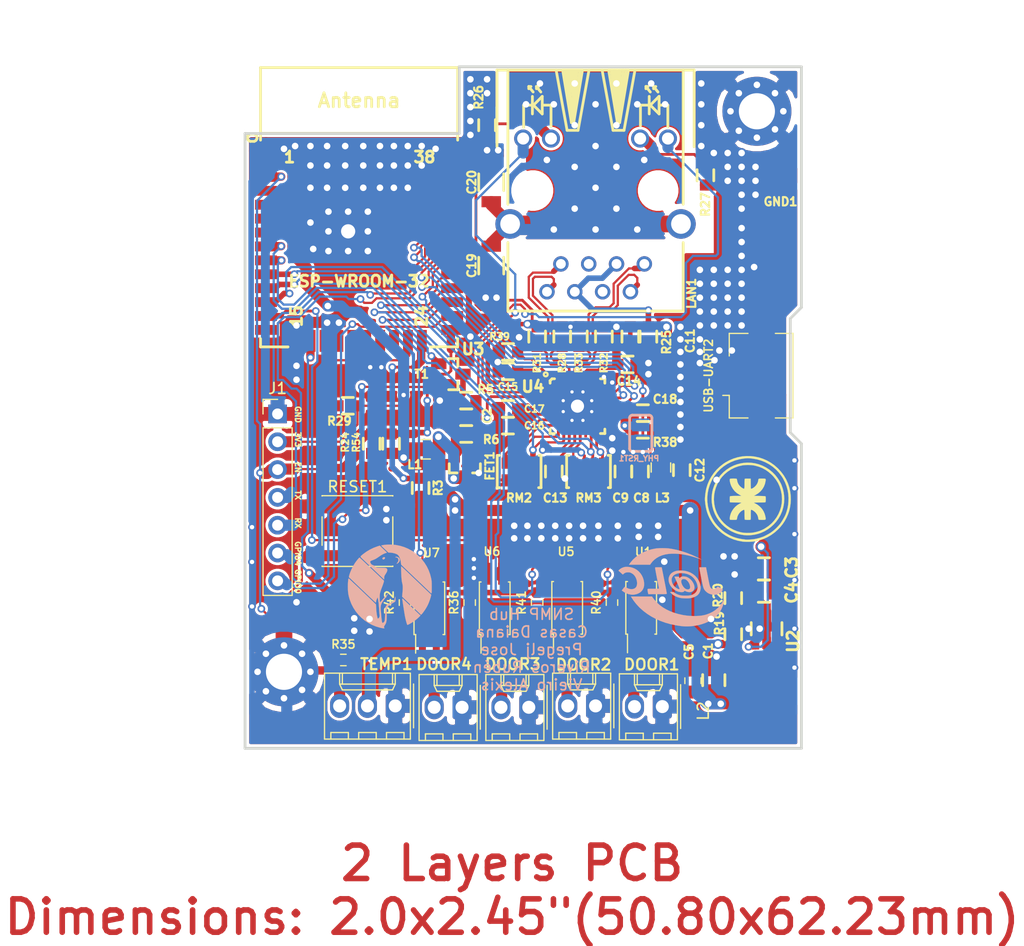
<source format=kicad_pcb>
(kicad_pcb (version 20171130) (host pcbnew "(5.1.12)-1")
  (title_block (title ESP32-GATEWAY) (date 2019-04-23) (rev F) (company "OLIMEX Ltd.") (comment 1 https://www.olimex.com))
  (layers (0 F.Cu mixed) (31 B.Cu mixed) (34 B.Paste user hide) (35 F.Paste user hide) (36 B.SilkS user) (37 F.SilkS user hide) (38 B.Mask user hide) (39 F.Mask user hide) (44 Edge.Cuts user))
  (net 0 "")
  (net 1 +5V)
  (net 2 GND)
  (net 3 +3V3)
  (net 4 "Net-(C18-Pad2)")
  (net 5 /ESP_EN)
  (net 6 "Net-(L2-Pad1)")
  (net 7 "Net-(R19-Pad1)")
  (net 8 "Net-(R39-Pad1)")
  (net 9 /PHYAD0)
  (net 10 /PHYAD1)
  (net 11 /PHYAD2)
  (net 12 /RMIISEL)
  (net 13 /VDD1A-2A)
  (net 14 /VDDCR)
  (net 15 "Net-(LAN1-Pad1)")
  (net 16 "Net-(LAN1-Pad2)")
  (net 17 "Net-(LAN1-Pad7)")
  (net 18 "Net-(LAN1-Pad8)")
  (net 19 "Net-(LAN1-PadAG1)")
  (net 20 "Net-(LAN1-PadAY1)")
  (net 21 "Net-(LAN1-PadKG1)")
  (net 22 "Net-(LAN1-PadKY1)")
  (net 23 "Net-(C19-Pad1)")
  (net 24 "Net-(U3-Pad32)")
  (net 25 "Net-(U4-Pad4)")
  (net 26 "Net-(U4-Pad14)")
  (net 27 "Net-(U4-Pad18)")
  (net 28 "Net-(U4-Pad20)")
  (net 29 "Net-(U4-Pad26)")
  (net 30 /GPI35)
  (net 31 /GPI39)
  (net 32 /GPI36)
  (net 33 +3.3VLAN)
  (net 34 /GPIO0)
  (net 35 "Net-(C2-Pad2)")
  (net 36 "Net-(R5-Pad2)")
  (net 37 "Net-(U3-Pad22)")
  (net 38 "Net-(U3-Pad21)")
  (net 39 "Net-(U3-Pad20)")
  (net 40 "Net-(U3-Pad19)")
  (net 41 "Net-(U3-Pad18)")
  (net 42 "Net-(U3-Pad17)")
  (net 43 "Net-(FID2-PadFid1)")
  (net 44 "Net-(FID3-PadFid1)")
  (net 45 /GPIO5\PHY_PWR)
  (net 46 /GPIO3\U0RXD)
  (net 47 /GPIO2\HS2_DATA0)
  (net 48 /GPIO4\HS2_DATA1)
  (net 49 /GPIO1\U0TXD)
  (net 50 "/GPIO26\\EMAC_RXD1(RMII)")
  (net 51 "/GPIO25\\EMAC_RXD0(RMII)")
  (net 52 /GPIO27\EMAC_RX_CRS_DV)
  (net 53 "/GPIO18\\MDIO(RMII)")
  (net 54 /GPIO15\HS2_CMD)
  (net 55 /GPIO12\HS2_DATA2)
  (net 56 "/GPIO22\\EMAC_TXD1(RMII)")
  (net 57 "/GPIO19\\EMAC_TXD0(RMII)")
  (net 58 "/GPIO21\\EMAC_TX_EN(RMII)")
  (net 59 "/GPIO23\\MDC(RMII)")
  (net 60 /GPIO17\EMAC_CLK_OUT_180)
  (net 61 /GPI34)
  (net 62 "Net-(USB-UART2-Pad2)")
  (net 63 "Net-(USB-UART2-Pad3)")
  (net 64 "Net-(USB-UART2-Pad4)")
  (net 65 /GPIO32\PUERTA1)
  (net 66 /GPIO33\PUERTA2)
  (net 67 /GPIO13\TEMP1)
  (net 68 "Net-(DOOR1-Pad2)")
  (net 69 "Net-(DOOR2-Pad2)")
  (net 70 "Net-(R40-Pad1)")
  (net 71 "Net-(R41-Pad1)")
  (net 72 "Net-(DOOR3-Pad2)")
  (net 73 "Net-(R36-Pad1)")
  (net 74 "Net-(DOOR4-Pad2)")
  (net 75 "Net-(R42-Pad1)")
  (net 76 /GPIO14\DOOR3)
  (net 77 /GPIO16\DOOR4)
  (module "Logos personales:utn_logo" (layer F.Cu) (at 115.443 106.553)
    (fp_text reference G*** hide)
    (fp_text value LOGO hide)
  )
  (module Resistor_SMD:R_0603_1608Metric_Pad0.98x0.95mm_HandSolder (layer F.Cu) (at 84.201 115.9783 90)
    (fp_text reference R42 (at 0 -1.43 90) (layer F.SilkS) (effects (font (size 0.762 0.762))))
    (fp_text value 440/R0603)
    (pad 2 smd roundrect (at 0.9125 0 90) (size 0.975 0.95) (layers F.Cu F.Paste F.Mask) (net 3 +3V3))
    (pad 1 smd roundrect (at -0.9125 0 90) (size 0.975 0.95) (layers F.Cu F.Paste F.Mask) (net 75 "Net-(R42-Pad1)"))
  )
  (module Connector_Molex:Molex_KK-254_AE-6410-02A_1x02_P2.54mm_Vertical (layer F.Cu) (at 89.408 125.5395 180)
    (fp_text reference DOOR4 (at 1.651 3.937) (layer F.SilkS) (effects (font (thickness 0.2))))
    (fp_text value Conn_01x02)
    (pad 2 thru_hole oval (at 2.54 0 180) (size 1.74 2.19) (drill 1.19) (layers *.Cu *.Mask) (net 74 "Net-(DOOR4-Pad2)"))
    (pad 1 thru_hole roundrect (at 0 0 180) (size 1.74 2.19) (drill 1.19) (layers *.Cu *.Mask) (roundrect_rratio 0.1436775862068966) (net 2 GND))
  )
  (module Package_SO:SO-4_4.4x2.3mm_P1.27mm (layer F.Cu) (at 86.4235 116.4975 90)
    (fp_text reference U7 (at 5.055 0.1905) (layer F.SilkS) (effects (font (size 0.762 0.762))))
    (fp_text value ACPL-217-56AE)
    (pad 1 smd rect (at -3.15 -0.635 90) (size 2 0.64) (layers F.Cu F.Paste F.Mask) (net 75 "Net-(R42-Pad1)"))
    (pad 2 smd rect (at -3.15 0.635 90) (size 2 0.64) (layers F.Cu F.Paste F.Mask) (net 74 "Net-(DOOR4-Pad2)"))
    (pad 3 smd rect (at 3.15 0.635 90) (size 2 0.64) (layers F.Cu F.Paste F.Mask) (net 2 GND))
    (pad 4 smd rect (at 3.15 -0.635 90) (size 2 0.64) (layers F.Cu F.Paste F.Mask) (net 77 /GPIO16\DOOR4))
  )
  (module Package_SO:SO-4_4.4x2.3mm_P1.27mm (layer F.Cu) (at 92.3925 116.4975 90)
    (fp_text reference U6 (at 5.182 -0.254 180) (layer F.SilkS) (effects (font (size 0.762 0.762))))
    (fp_text value ACPL-217-56AE)
    (pad 1 smd rect (at -3.15 -0.635 90) (size 2 0.64) (layers F.Cu F.Paste F.Mask) (net 73 "Net-(R36-Pad1)"))
    (pad 2 smd rect (at -3.15 0.635 90) (size 2 0.64) (layers F.Cu F.Paste F.Mask) (net 72 "Net-(DOOR3-Pad2)"))
    (pad 3 smd rect (at 3.15 0.635 90) (size 2 0.64) (layers F.Cu F.Paste F.Mask) (net 2 GND))
    (pad 4 smd rect (at 3.15 -0.635 90) (size 2 0.64) (layers F.Cu F.Paste F.Mask) (net 76 /GPIO14\DOOR3))
  )
  (module Resistor_SMD:R_0603_1608Metric_Pad0.98x0.95mm_HandSolder (layer F.Cu) (at 90.1065 115.9783 90)
    (fp_text reference R36 (at 0 -1.43 90) (layer F.SilkS) (effects (font (size 0.762 0.762))))
    (fp_text value 440/R0603)
    (pad 2 smd roundrect (at 0.9125 0 90) (size 0.975 0.95) (layers F.Cu F.Paste F.Mask) (net 3 +3V3))
    (pad 1 smd roundrect (at -0.9125 0 90) (size 0.975 0.95) (layers F.Cu F.Paste F.Mask) (net 73 "Net-(R36-Pad1)"))
  )
  (module Connector_Molex:Molex_KK-254_AE-6410-02A_1x02_P2.54mm_Vertical (layer F.Cu) (at 95.504 125.5395 180)
    (fp_text reference DOOR3 (at 1.4605 3.937) (layer F.SilkS) (effects (font (thickness 0.2))))
    (fp_text value Conn_01x02)
    (pad 2 thru_hole oval (at 2.54 0 180) (size 1.74 2.19) (drill 1.19) (layers *.Cu *.Mask) (net 72 "Net-(DOOR3-Pad2)"))
    (pad 1 thru_hole roundrect (at 0 0 180) (size 1.74 2.19) (drill 1.19) (layers *.Cu *.Mask) (roundrect_rratio 0.1436775862068966) (net 2 GND))
  )
  (module footprints_personales:SMD_0530 (layer F.Cu) (at 115.6208 122.3264 270)
    (fp_text reference L2 (at 3.55 4.19 90) (layer F.SilkS))
    (fp_text value "2.2uH/9A/DCR=35mR/20%/3.00x3.00x1.50mm/CD32(NR3015T2R2M)")
    (pad 2 smd rect (at 4.1 0 270) (size 1.9 2.5) (layers F.Cu F.Paste F.Mask) (net 3 +3V3))
    (pad 1 smd rect (at 0 0 270) (size 1.9 2.5) (layers F.Cu F.Paste F.Mask) (net 6 "Net-(L2-Pad1)"))
  )
  (module "Logos personales:jlcpcb_logo" (layer B.Cu) (at 108.6612 114.554 180)
    (fp_text reference G2 hide)
    (fp_text value "LOGO JLCPCB" hide)
  )
  (module "Logos personales:ericnet_logo" (layer B.Cu) (at 82.931 114.7826 180)
    (fp_text reference G3 hide)
    (fp_text value "LOGO ERICNET" hide)
  )
  (module Package_SO:SO-4_4.4x2.3mm_P1.27mm (layer F.Cu) (at 99.0092 116.459 90)
    (fp_text reference U5 (at 5.1308 -0.1016) (layer F.SilkS) (effects (font (size 0.762 0.762))))
    (fp_text value ACPL-217-56AE)
    (pad 1 smd rect (at -3.15 -0.635 90) (size 2 0.64) (layers F.Cu F.Paste F.Mask) (net 71 "Net-(R41-Pad1)"))
    (pad 2 smd rect (at -3.15 0.635 90) (size 2 0.64) (layers F.Cu F.Paste F.Mask) (net 69 "Net-(DOOR2-Pad2)"))
    (pad 3 smd rect (at 3.15 0.635 90) (size 2 0.64) (layers F.Cu F.Paste F.Mask) (net 2 GND))
    (pad 4 smd rect (at 3.15 -0.635 90) (size 2 0.64) (layers F.Cu F.Paste F.Mask) (net 66 /GPIO33\PUERTA2))
  )
  (module Package_SO:SO-4_4.4x2.3mm_P1.27mm (layer F.Cu) (at 105.7656 116.459 90)
    (fp_text reference U1 (at 5.105 0.2032 180) (layer F.SilkS) (effects (font (size 0.762 0.762))))
    (fp_text value ACPL-217-56AE)
    (pad 1 smd rect (at -3.15 -0.635 90) (size 2 0.64) (layers F.Cu F.Paste F.Mask) (net 70 "Net-(R40-Pad1)"))
    (pad 2 smd rect (at -3.15 0.635 90) (size 2 0.64) (layers F.Cu F.Paste F.Mask) (net 68 "Net-(DOOR1-Pad2)"))
    (pad 3 smd rect (at 3.15 0.635 90) (size 2 0.64) (layers F.Cu F.Paste F.Mask) (net 2 GND))
    (pad 4 smd rect (at 3.15 -0.635 90) (size 2 0.64) (layers F.Cu F.Paste F.Mask) (net 65 /GPIO32\PUERTA1))
  )
  (module Resistor_SMD:R_0603_1608Metric_Pad0.98x0.95mm_HandSolder (layer F.Cu) (at 96.266 115.9783 90)
    (fp_text reference R41 (at 0 -1.43 90) (layer F.SilkS) (effects (font (size 0.762 0.762))))
    (fp_text value 440/R0603)
    (pad 2 smd roundrect (at 0.9125 0 90) (size 0.975 0.95) (layers F.Cu F.Paste F.Mask) (net 3 +3V3))
    (pad 1 smd roundrect (at -0.9125 0 90) (size 0.975 0.95) (layers F.Cu F.Paste F.Mask) (net 71 "Net-(R41-Pad1)"))
  )
  (module Resistor_SMD:R_0603_1608Metric_Pad0.98x0.95mm_HandSolder (layer F.Cu) (at 103.0986 115.9783 90)
    (fp_text reference R40 (at 0 -1.43 90) (layer F.SilkS) (effects (font (size 0.762 0.762))))
    (fp_text value 440/R0603)
    (pad 2 smd roundrect (at 0.9125 0 90) (size 0.975 0.95) (layers F.Cu F.Paste F.Mask) (net 3 +3V3))
    (pad 1 smd roundrect (at -0.9125 0 90) (size 0.975 0.95) (layers F.Cu F.Paste F.Mask) (net 70 "Net-(R40-Pad1)"))
  )
  (module Capacitor_SMD:C_0805_2012Metric_Pad1.18x1.45mm_HandSolder (layer F.Cu) (at 110.49 123.1138 90)
    (fp_text reference C5 (at 2.6416 -0.3556 90) (layer F.SilkS) (effects (font (size 0.762 0.762) (thickness 0.1905))))
    (fp_text value 10uF/6.3V/20%/X5R/C0805/1mΩ)
    (pad 2 smd roundrect (at 1.0375 0 90) (size 1.175 1.45) (layers F.Cu F.Paste F.Mask) (roundrect_rratio 0.2127659574468085) (net 2 GND))
    (pad 1 smd roundrect (at -1.0375 0 90) (size 1.175 1.45) (layers F.Cu F.Paste F.Mask) (roundrect_rratio 0.2127659574468085) (net 3 +3V3))
  )
  (module Button_Switch_SMD:SW_SPST_PTS645 (layer F.Cu) (at 79.8576 109.4486)
    (fp_text reference RESET1 (at 0 -4.05) (layer F.SilkS))
    (fp_text value "TAC-SWITCH SMD 6X6MM")
    (pad 2 smd rect (at 3.98 2.25) (size 1.55 1.3) (layers F.Cu F.Paste F.Mask) (net 5 /ESP_EN))
    (pad 1 smd rect (at 3.98 -2.25) (size 1.55 1.3) (layers F.Cu F.Paste F.Mask) (net 2 GND))
    (pad 1 smd rect (at -3.98 -2.25) (size 1.55 1.3) (layers F.Cu F.Paste F.Mask) (net 2 GND))
    (pad 2 smd rect (at -3.98 2.25) (size 1.55 1.3) (layers F.Cu F.Paste F.Mask) (net 5 /ESP_EN))
  )
  (module Resistor_SMD:R_0603_1608Metric_Pad0.98x0.95mm_HandSolder (layer F.Cu) (at 78.573 121.2215)
    (fp_text reference R35 (at 0 -1.43) (layer F.SilkS) (effects (font (size 0.762 0.762))))
    (fp_text value 4.7K/R0603)
    (pad 2 smd roundrect (at 0.9125 0) (size 0.975 0.95) (layers F.Cu F.Paste F.Mask) (net 3 +3V3))
    (pad 1 smd roundrect (at -0.9125 0) (size 0.975 0.95) (layers F.Cu F.Paste F.Mask) (net 67 /GPIO13\TEMP1))
  )
  (module Connector_PinHeader_2.54mm:PinHeader_1x07_P2.54mm_Vertical (layer F.Cu) (at 72.5678 98.7552)
    (fp_text reference J1 (at 0 -2.33) (layer F.SilkS))
    (fp_text value Conn_01x07_Male)
    (pad 7 thru_hole oval (at 0 15.24) (size 1.7 1.7) (drill 1) (layers *.Cu *.Mask) (net 34 /GPIO0))
    (pad 6 thru_hole oval (at 0 12.7) (size 1.7 1.7) (drill 1) (layers *.Cu *.Mask) (net 48 /GPIO4\HS2_DATA1))
    (pad 5 thru_hole oval (at 0 10.16) (size 1.7 1.7) (drill 1) (layers *.Cu *.Mask) (net 46 /GPIO3\U0RXD))
    (pad 4 thru_hole oval (at 0 7.62) (size 1.7 1.7) (drill 1) (layers *.Cu *.Mask) (net 49 /GPIO1\U0TXD))
    (pad 3 thru_hole oval (at 0 5.08) (size 1.7 1.7) (drill 1) (layers *.Cu *.Mask) (net 5 /ESP_EN))
    (pad 2 thru_hole oval (at 0 2.54) (size 1.7 1.7) (drill 1) (layers *.Cu *.Mask) (net 3 +3V3))
    (pad 1 thru_hole rect (at 0 0) (size 1.7 1.7) (drill 1) (layers *.Cu *.Mask) (net 2 GND))
  )
  (module Connector_Molex:Molex_KK-254_AE-6410-03A_1x03_P2.54mm_Vertical (layer F.Cu) (at 83.312 125.4125 180)
    (fp_text reference TEMP1 (at 0.8128 3.81) (layer F.SilkS) (effects (font (thickness 0.2))))
    (fp_text value Conn_01x03)
    (pad 3 thru_hole oval (at 5.08 0 180) (size 1.74 2.19) (drill 1.19) (layers *.Cu *.Mask) (net 67 /GPIO13\TEMP1))
    (pad 2 thru_hole oval (at 2.54 0 180) (size 1.74 2.19) (drill 1.19) (layers *.Cu *.Mask) (net 3 +3V3))
    (pad 1 thru_hole roundrect (at 0 0 180) (size 1.74 2.19) (drill 1.19) (layers *.Cu *.Mask) (roundrect_rratio 0.1436775862068966) (net 2 GND))
  )
  (module Connector_Molex:Molex_KK-254_AE-6410-02A_1x02_P2.54mm_Vertical (layer F.Cu) (at 101.6 125.4125 180)
    (fp_text reference DOOR2 (at 1.0922 3.7592) (layer F.SilkS) (effects (font (thickness 0.2))))
    (fp_text value Conn_01x02)
    (pad 2 thru_hole oval (at 2.54 0 180) (size 1.74 2.19) (drill 1.19) (layers *.Cu *.Mask) (net 69 "Net-(DOOR2-Pad2)"))
    (pad 1 thru_hole roundrect (at 0 0 180) (size 1.74 2.19) (drill 1.19) (layers *.Cu *.Mask) (roundrect_rratio 0.1436775862068966) (net 2 GND))
  )
  (module Connector_Molex:Molex_KK-254_AE-6410-02A_1x02_P2.54mm_Vertical (layer F.Cu) (at 107.696 125.476 180)
    (fp_text reference DOOR1 (at 0.9652 3.8354) (layer F.SilkS) (effects (font (thickness 0.2))))
    (fp_text value Conn_01x02)
    (pad 2 thru_hole oval (at 2.54 0 180) (size 1.74 2.19) (drill 1.19) (layers *.Cu *.Mask) (net 68 "Net-(DOOR1-Pad2)"))
    (pad 1 thru_hole roundrect (at 0 0 180) (size 1.74 2.19) (drill 1.19) (layers *.Cu *.Mask) (roundrect_rratio 0.1436775862068966) (net 2 GND))
  )
  (module Connector_USB:USB_Micro-B_Amphenol_10104110_Horizontal (layer F.Cu) (at 115.4684 95.2627 90)
    (fp_text reference USB-UART2 (at 0 -3.55 90) (layer F.SilkS) (effects (font (size 0.762 0.762))))
    (fp_text value USB_B_Micro)
    (pad 1 smd rect (at -1.3 -1.55 90) (size 0.4 1.4) (layers F.Cu F.Paste F.Mask) (net 1 +5V))
    (pad 2 smd rect (at -0.65 -1.55 90) (size 0.4 1.4) (layers F.Cu F.Paste F.Mask) (net 62 "Net-(USB-UART2-Pad2)"))
    (pad 3 smd rect (at 0 -1.55 90) (size 0.4 1.4) (layers F.Cu F.Paste F.Mask) (net 63 "Net-(USB-UART2-Pad3)"))
    (pad 4 smd rect (at 0.65 -1.55 90) (size 0.4 1.4) (layers F.Cu F.Paste F.Mask) (net 64 "Net-(USB-UART2-Pad4)"))
    (pad 5 smd rect (at 1.3 -1.55 90) (size 0.4 1.4) (layers F.Cu F.Paste F.Mask) (net 2 GND))
    (pad 6 smd rect (at -3.75 1.3 90) (size 2.3 1.9) (layers F.Cu F.Paste F.Mask) (net 2 GND))
    (pad 6 smd rect (at 3.75 1.3 90) (size 2.3 1.9) (layers F.Cu F.Paste F.Mask) (net 2 GND))
    (pad 6 smd rect (at -1.15 1.3 90) (size 1.8 1.9) (layers F.Cu F.Paste F.Mask) (net 2 GND))
    (pad 6 smd rect (at 1.15 1.3 90) (size 1.8 1.9) (layers F.Cu F.Paste F.Mask) (net 2 GND))
  )
  (module OLIMEX_Connectors-FP:RJLBC-060TC1 (layer F.Cu) (at 101.6 78.359 180)
    (fp_text reference LAN1 (at -8.763 -9.398 270) (layer F.SilkS) (effects (font (size 0.762 0.762) (thickness 0.1905))))
    (fp_text value "RJLD-060TC1(LPJ4013EDNL)")
    (pad 1 thru_hole circle (at -4.455 -6.7 180) (size 1.41 1.41) (drill 0.9) (layers *.Cu *.Mask) (net 15 "Net-(LAN1-Pad1)"))
    (pad 2 thru_hole circle (at -3.185 -9.24 180) (size 1.41 1.41) (drill 0.9) (layers *.Cu *.Mask) (net 16 "Net-(LAN1-Pad2)"))
    (pad 3 thru_hole circle (at -1.915 -6.7 180) (size 1.41 1.41) (drill 0.9) (layers *.Cu *.Mask) (net 13 /VDD1A-2A))
    (pad 4 thru_hole circle (at -0.645 -9.24 180) (size 1.41 1.41) (drill 0.9) (layers *.Cu *.Mask))
    (pad 5 thru_hole circle (at 0.625 -6.7 180) (size 1.41 1.41) (drill 0.9) (layers *.Cu *.Mask))
    (pad 6 thru_hole circle (at 1.895 -9.24 180) (size 1.41 1.41) (drill 0.9) (layers *.Cu *.Mask) (net 13 /VDD1A-2A))
    (pad 7 thru_hole circle (at 3.165 -6.7 180) (size 1.41 1.41) (drill 0.9) (layers *.Cu *.Mask) (net 17 "Net-(LAN1-Pad7)"))
    (pad 8 thru_hole circle (at 4.435 -9.24 180) (size 1.41 1.41) (drill 0.9) (layers *.Cu *.Mask) (net 18 "Net-(LAN1-Pad8)"))
    (pad AG1 thru_hole circle (at 4.07 4.7485 180) (size 1.65 1.65) (drill 1.1) (layers *.Cu *.Mask) (net 19 "Net-(LAN1-PadAG1)"))
    (pad AY1 thru_hole circle (at -6.61 4.7485 180) (size 1.65 1.65) (drill 1.1) (layers *.Cu *.Mask) (net 20 "Net-(LAN1-PadAY1)"))
    (pad GND1 thru_hole circle (at -7.8 -3.05 180) (size 2.7 2.7) (drill 1.8) (layers *.Cu *.Mask) (net 23 "Net-(C19-Pad1)"))
    (pad GND2 thru_hole circle (at 7.8 -3.05 180) (size 2.7 2.7) (drill 1.8) (layers *.Cu *.Mask) (net 23 "Net-(C19-Pad1)"))
    (pad KG1 thru_hole circle (at 6.61 4.7485 180) (size 1.65 1.65) (drill 1.1) (layers *.Cu *.Mask) (net 21 "Net-(LAN1-PadKG1)"))
    (pad KY1 thru_hole circle (at -4.07 4.7485 180) (size 1.65 1.65) (drill 1.1) (layers *.Cu *.Mask) (net 22 "Net-(LAN1-PadKY1)"))
    (pad "" np_thru_hole circle (at -5.715 0 180) (size 3.2 3.2) (drill 3.2) (layers *.Cu *.Mask))
    (pad "" np_thru_hole circle (at 5.715 0 180) (size 3.2 3.2) (drill 3.2) (layers *.Cu *.Mask))
  )
  (module OLIMEX_RLC-FP:R_0603_5MIL_DWS (layer F.Cu) (at 89.789 97.536 180)
    (fp_text reference R5 (at -1.778 1.016 180) (layer F.SilkS) (effects (font (size 0.762 0.762) (thickness 0.1905))))
    (fp_text value 1k/R0603)
    (pad 2 smd rect (at 0.889 0 180) (size 1.016 1.016) (layers F.Cu F.Paste F.Mask) (net 36 "Net-(R5-Pad2)"))
    (pad 1 smd rect (at -0.889 0 180) (size 1.016 1.016) (layers F.Cu F.Paste F.Mask) (net 35 "Net-(C2-Pad2)"))
  )
  (module OLIMEX_RLC-FP:L_0805_5MIL_DWS (layer F.Cu) (at 86.106 101.981)
    (fp_text reference L1 (at -1.016 1.397) (layer F.SilkS) (effects (font (size 0.762 0.762) (thickness 0.1905))))
    (fp_text value "NA(FB0805/600R/2A)")
    (pad 1 smd rect (at -1.016 0) (size 1.524 1.27) (layers F.Cu F.Paste F.Mask) (net 3 +3V3) (clearance 0.0508))
    (pad 2 smd rect (at 1.016 0) (size 1.524 1.27) (layers F.Cu F.Paste F.Mask) (net 33 +3.3VLAN) (clearance 0.0508))
  )
  (module OLIMEX_RLC-FP:C_0603_5MIL_DWS (layer F.Cu) (at 89.788999 99.06)
    (fp_text reference C2 (at 1.930401 -0.127 90) (layer F.SilkS) (effects (font (size 0.7112 0.7112) (thickness 0.1778))))
    (fp_text value 22uF/6.3V/20%/X5R/C0603)
    (pad 2 smd rect (at 0.889 0) (size 1.016 1.016) (layers F.Cu F.Paste F.Mask) (net 35 "Net-(C2-Pad2)") (clearance 0.0508))
    (pad 1 smd rect (at -0.889 0) (size 1.016 1.016) (layers F.Cu F.Paste F.Mask) (net 3 +3V3) (clearance 0.0508))
  )
  (module OLIMEX_Transistors-FP:SOT23 (layer F.Cu) (at 88.392 95.123 180)
    (fp_text reference T1 (at 2.667 0 180) (layer F.SilkS) (effects (font (size 0.762 0.762) (thickness 0.1905))))
    (fp_text value DTC114YKA)
    (pad 1 smd rect (at 1.10744 0.94996 180) (size 1.4 1) (layers F.Cu F.Paste F.Mask) (net 45 /GPIO5\PHY_PWR) (clearance 0.0508))
    (pad 2 smd rect (at 1.10744 -0.9525 180) (size 1.4 1) (layers F.Cu F.Paste F.Mask) (net 2 GND) (clearance 0.0508))
    (pad 3 smd rect (at -1.10236 0.00254 180) (size 1.4 1) (layers F.Cu F.Paste F.Mask) (net 36 "Net-(R5-Pad2)") (clearance 0.0508))
  )
  (module OLIMEX_RLC-FP:R_0603_5MIL_DWS (layer F.Cu) (at 89.788999 100.584)
    (fp_text reference R6 (at 2.286001 0.508) (layer F.SilkS) (effects (font (size 0.762 0.762) (thickness 0.1905))))
    (fp_text value 10k/R0603)
    (pad 2 smd rect (at 0.889 0) (size 1.016 1.016) (layers F.Cu F.Paste F.Mask) (net 35 "Net-(C2-Pad2)"))
    (pad 1 smd rect (at -0.889 0) (size 1.016 1.016) (layers F.Cu F.Paste F.Mask) (net 3 +3V3))
  )
  (module OLIMEX_Transistors-FP:SOT23 (layer F.Cu) (at 89.662 103.505 90)
    (fp_text reference FET1 (at 0 2.286 270) (layer F.SilkS) (effects (font (size 0.762 0.762) (thickness 0.1905))))
    (fp_text value WPM2015-3/TR)
    (pad 1 smd rect (at 1.10744 0.94996 90) (size 1.4 1) (layers F.Cu F.Paste F.Mask) (net 35 "Net-(C2-Pad2)") (clearance 0.0508))
    (pad 2 smd rect (at 1.10744 -0.9525 90) (size 1.4 1) (layers F.Cu F.Paste F.Mask) (net 3 +3V3) (clearance 0.0508))
    (pad 3 smd rect (at -1.10236 0.00254 90) (size 1.4 1) (layers F.Cu F.Paste F.Mask) (net 33 +3.3VLAN) (clearance 0.0508))
  )
  (module OLIMEX_RLC-FP:R_0603_5MIL_DWS (layer F.Cu) (at 85.62594 105.51668 90)
    (fp_text reference R3 (at 0.00508 1.59766 270) (layer F.SilkS) (effects (font (size 0.762 0.762) (thickness 0.1905))))
    (fp_text value 2.2k/R0603)
    (pad 2 smd rect (at 0.889 0 90) (size 1.016 1.016) (layers F.Cu F.Paste F.Mask) (net 47 /GPIO2\HS2_DATA0))
    (pad 1 smd rect (at -0.889 0 90) (size 1.016 1.016) (layers F.Cu F.Paste F.Mask) (net 2 GND))
  )
  (module OLIMEX_RLC-FP:C_0805_5MIL_DWS (layer F.Cu) (at 116.967 114.935 180)
    (fp_text reference C4 (at -2.54 -0.127 270) (layer F.SilkS) (effects (font (size 1.016 1.016) (thickness 0.254))))
    (fp_text value 4.7uF/6.3V/20%/X5R/C0805/1mΩ)
    (pad 2 smd rect (at 1.016 0 270) (size 1.524 1.27) (layers F.Cu F.Paste F.Mask) (net 2 GND))
    (pad 1 smd rect (at -1.016 0 270) (size 1.524 1.27) (layers F.Cu F.Paste F.Mask) (net 1 +5V))
  )
  (module OLIMEX_RLC-FP:C_0805_5MIL_DWS (layer F.Cu) (at 116.967 112.903 180)
    (fp_text reference C3 (at -2.54 0.127 270) (layer F.SilkS) (effects (font (size 1.016 1.016) (thickness 0.254))))
    (fp_text value 4.7uF/6.3V/20%/X5R/C0805/1mΩ)
    (pad 2 smd rect (at 1.016 0 270) (size 1.524 1.27) (layers F.Cu F.Paste F.Mask) (net 2 GND))
    (pad 1 smd rect (at -1.016 0 270) (size 1.524 1.27) (layers F.Cu F.Paste F.Mask) (net 1 +5V))
  )
  (module OLIMEX_RLC-FP:R_0603_5MIL_DWS (layer F.Cu) (at 114.173 115.57 90)
    (fp_text reference R20 (at 0.254 -1.397 90) (layer F.SilkS) (effects (font (size 0.762 0.762) (thickness 0.1905))))
    (fp_text value 100k/1%/63mw/R0603)
    (pad 2 smd rect (at 0.889 0 90) (size 1.016 1.016) (layers F.Cu F.Paste F.Mask) (net 2 GND))
    (pad 1 smd rect (at -0.889 0 90) (size 1.016 1.016) (layers F.Cu F.Paste F.Mask) (net 7 "Net-(R19-Pad1)"))
  )
  (module OLIMEX_RLC-FP:R_0603_5MIL_DWS (layer F.Cu) (at 114.173 118.872 270)
    (fp_text reference R19 (at -1.016 1.27 270) (layer F.SilkS) (effects (font (size 0.762 0.762) (thickness 0.1905))))
    (fp_text value 442k/1%/50mW/R0603)
    (pad 2 smd rect (at 0.889 0 270) (size 1.016 1.016) (layers F.Cu F.Paste F.Mask) (net 3 +3V3))
    (pad 1 smd rect (at -0.889 0 270) (size 1.016 1.016) (layers F.Cu F.Paste F.Mask) (net 7 "Net-(R19-Pad1)"))
  )
  (module OLIMEX_RLC-FP:R_0603_5MIL_DWS (layer F.Cu) (at 82.931 101.473 270)
    (fp_text reference R54 (at -0.127 3.175 270) (layer F.SilkS) (effects (font (size 0.635 0.635) (thickness 0.15875))))
    (fp_text value 10K/R0603)
    (pad 2 smd rect (at 0.889 0 270) (size 1.016 1.016) (layers F.Cu F.Paste F.Mask) (net 3 +3V3))
    (pad 1 smd rect (at -0.889 0 270) (size 1.016 1.016) (layers F.Cu F.Paste F.Mask) (net 34 /GPIO0))
  )
  (module OLIMEX_RLC-FP:C_1206_5MIL_DWS_ISO (layer F.Cu) (at 92.075 77.597 90)
    (fp_text reference C20 (at 0 -1.778 270) (layer F.SilkS) (effects (font (size 0.762 0.762) (thickness 0.1905))))
    (fp_text value "NA(1nF/2000V/10%/X7R/C1206)")
    (pad 2 smd rect (at 1.778 0 90) (size 1.016 1.778) (layers F.Cu F.Paste F.Mask) (net 2 GND))
    (pad 1 smd rect (at -1.778 0 90) (size 1.016 1.778) (layers F.Cu F.Paste F.Mask) (net 23 "Net-(C19-Pad1)"))
  )
  (module OLIMEX_RLC-FP:C_1206_5MIL_DWS_ISO (layer F.Cu) (at 92.075 85.217 270)
    (fp_text reference C19 (at 0 1.778 90) (layer F.SilkS) (effects (font (size 0.762 0.762) (thickness 0.1905))))
    (fp_text value 1nF/2000V/10%/X7R/C1206)
    (pad 2 smd rect (at 1.778 0 270) (size 1.016 1.778) (layers F.Cu F.Paste F.Mask) (net 2 GND))
    (pad 1 smd rect (at -1.778 0 270) (size 1.016 1.778) (layers F.Cu F.Paste F.Mask) (net 23 "Net-(C19-Pad1)"))
  )
  (module OLIMEX_RLC-FP:R_0603_5MIL_DWS (layer F.Cu) (at 93.599 93.091 180)
    (fp_text reference R39 (at 0.762 1.397) (layer F.SilkS) (effects (font (size 0.635 0.635) (thickness 0.15875))))
    (fp_text value 12.1k/1%/R0603)
    (pad 2 smd rect (at 0.889 0 180) (size 1.016 1.016) (layers F.Cu F.Paste F.Mask) (net 2 GND))
    (pad 1 smd rect (at -0.889 0 180) (size 1.016 1.016) (layers F.Cu F.Paste F.Mask) (net 8 "Net-(R39-Pad1)"))
  )
  (module OLIMEX_RLC-FP:R_0603_5MIL_DWS (layer F.Cu) (at 105.918 100.203)
    (fp_text reference R38 (at 2.032 1.143) (layer F.SilkS) (effects (font (size 0.762 0.762) (thickness 0.1905))))
    (fp_text value 10k/R0603)
    (pad 2 smd rect (at 0.889 0) (size 1.016 1.016) (layers F.Cu F.Paste F.Mask) (net 33 +3.3VLAN))
    (pad 1 smd rect (at -0.889 0) (size 1.016 1.016) (layers F.Cu F.Paste F.Mask) (net 4 "Net-(C18-Pad2)"))
  )
  (module OLIMEX_RLC-FP:R_0603_5MIL_DWS (layer F.Cu) (at 100.076 91.694 270)
    (fp_text reference R33 (at 2.413 0 270) (layer F.SilkS) (effects (font (size 0.635 0.635) (thickness 0.15875))))
    (fp_text value 49.9R/1%/R0603)
    (pad 2 smd rect (at 0.889 0 270) (size 1.016 1.016) (layers F.Cu F.Paste F.Mask) (net 15 "Net-(LAN1-Pad1)"))
    (pad 1 smd rect (at -0.889 0 270) (size 1.016 1.016) (layers F.Cu F.Paste F.Mask) (net 13 /VDD1A-2A))
  )
  (module OLIMEX_RLC-FP:R_0603_5MIL_DWS (layer F.Cu) (at 102.362 91.694 270)
    (fp_text reference R32 (at 2.413 0 270) (layer F.SilkS) (effects (font (size 0.635 0.635) (thickness 0.15875))))
    (fp_text value 49.9R/1%/R0603)
    (pad 2 smd rect (at 0.889 0 270) (size 1.016 1.016) (layers F.Cu F.Paste F.Mask) (net 16 "Net-(LAN1-Pad2)"))
    (pad 1 smd rect (at -0.889 0 270) (size 1.016 1.016) (layers F.Cu F.Paste F.Mask) (net 13 /VDD1A-2A))
  )
  (module OLIMEX_RLC-FP:R_0603_5MIL_DWS (layer F.Cu) (at 96.266 91.694 270)
    (fp_text reference R31 (at 2.413 0 270) (layer F.SilkS) (effects (font (size 0.635 0.635) (thickness 0.15875))))
    (fp_text value 49.9R/1%/R0603)
    (pad 2 smd rect (at 0.889 0 270) (size 1.016 1.016) (layers F.Cu F.Paste F.Mask) (net 17 "Net-(LAN1-Pad7)"))
    (pad 1 smd rect (at -0.889 0 270) (size 1.016 1.016) (layers F.Cu F.Paste F.Mask) (net 13 /VDD1A-2A))
  )
  (module OLIMEX_RLC-FP:R_0603_5MIL_DWS (layer F.Cu) (at 78.97368 98.01098 180)
    (fp_text reference R29 (at 0.762 -1.397) (layer F.SilkS) (effects (font (size 0.762 0.762) (thickness 0.1905))))
    (fp_text value 10k/R0603)
    (pad 2 smd rect (at 0.889 0 180) (size 1.016 1.016) (layers F.Cu F.Paste F.Mask) (net 54 /GPIO15\HS2_CMD))
    (pad 1 smd rect (at -0.889 0 180) (size 1.016 1.016) (layers F.Cu F.Paste F.Mask) (net 3 +3V3))
  )
  (module OLIMEX_RLC-FP:R_0603_5MIL_DWS (layer F.Cu) (at 98.552 91.694 270)
    (fp_text reference R28 (at 2.413 0 270) (layer F.SilkS) (effects (font (size 0.635 0.635) (thickness 0.15875))))
    (fp_text value 49.9R/1%/R0603)
    (pad 2 smd rect (at 0.889 0 270) (size 1.016 1.016) (layers F.Cu F.Paste F.Mask) (net 18 "Net-(LAN1-Pad8)"))
    (pad 1 smd rect (at -0.889 0 270) (size 1.016 1.016) (layers F.Cu F.Paste F.Mask) (net 13 /VDD1A-2A))
  )
  (module OLIMEX_RLC-FP:R_0603_5MIL_DWS (layer F.Cu) (at 111.633 76.962 270)
    (fp_text reference R27 (at 2.667 0 270) (layer F.SilkS) (effects (font (size 0.762 0.762) (thickness 0.1905))))
    (fp_text value 330R/R0603)
    (pad 2 smd rect (at 0.889 0 270) (size 1.016 1.016) (layers F.Cu F.Paste F.Mask) (net 2 GND))
    (pad 1 smd rect (at -0.889 0 270) (size 1.016 1.016) (layers F.Cu F.Paste F.Mask) (net 22 "Net-(LAN1-PadKY1)"))
  )
  (module OLIMEX_RLC-FP:R_0603_5MIL_DWS (layer F.Cu) (at 91.694 72.39 90)
    (fp_text reference R26 (at 2.54 -0.762 270) (layer F.SilkS) (effects (font (size 0.762 0.762) (thickness 0.1905))))
    (fp_text value 330R/R0603)
    (pad 2 smd rect (at 0.889 0 90) (size 1.016 1.016) (layers F.Cu F.Paste F.Mask) (net 19 "Net-(LAN1-PadAG1)"))
    (pad 1 smd rect (at -0.889 0 90) (size 1.016 1.016) (layers F.Cu F.Paste F.Mask) (net 13 /VDD1A-2A))
  )
  (module OLIMEX_RLC-FP:R_0603_5MIL_DWS (layer F.Cu) (at 81.153 101.473 90)
    (fp_text reference R24 (at 0.127 -2.413 90) (layer F.SilkS) (effects (font (size 0.635 0.635) (thickness 0.15875))))
    (fp_text value 1M/R0603)
    (pad 2 smd rect (at 0.889 0 90) (size 1.016 1.016) (layers F.Cu F.Paste F.Mask) (net 5 /ESP_EN))
    (pad 1 smd rect (at -0.889 0 90) (size 1.016 1.016) (layers F.Cu F.Paste F.Mask) (net 3 +3V3))
  )
  (module OLIMEX_Other-FP:TESTPAD_40-ROUND (layer F.Cu) (at 118.872 77.978)
    (fp_text reference GND1 (at -0.381 1.397 unlocked) (layer F.SilkS) (effects (font (size 0.762 0.762) (thickness 0.1905))))
    (fp_text value TESTPAD hide)
    (pad 1 smd circle (at 0 0) (size 1 1) (layers F.Cu F.Mask) (net 2 GND))
  )
  (module OLIMEX_RLC-FP:C_0603_5MIL_DWS (layer F.Cu) (at 105.918 98.679 180)
    (fp_text reference C18 (at -2.032 1.27 180) (layer F.SilkS) (effects (font (size 0.762 0.762) (thickness 0.1905))))
    (fp_text value "NA(10uF/6.3V/20%/X5R/C0603)")
    (pad 2 smd rect (at 0.889 0 180) (size 1.016 1.016) (layers F.Cu F.Paste F.Mask) (net 4 "Net-(C18-Pad2)") (clearance 0.0508))
    (pad 1 smd rect (at -0.889 0 180) (size 1.016 1.016) (layers F.Cu F.Paste F.Mask) (net 2 GND) (clearance 0.0508))
  )
  (module OLIMEX_RLC-FP:C_0603_5MIL_DWS (layer F.Cu) (at 93.599 98.298 180)
    (fp_text reference C17 (at -2.413 0 180) (layer F.SilkS) (effects (font (size 0.635 0.635) (thickness 0.15875))))
    (fp_text value 100nF/50V/20%/Y5V/C0603)
    (pad 2 smd rect (at 0.889 0 180) (size 1.016 1.016) (layers F.Cu F.Paste F.Mask) (net 2 GND) (clearance 0.0508))
    (pad 1 smd rect (at -0.889 0 180) (size 1.016 1.016) (layers F.Cu F.Paste F.Mask) (net 14 /VDDCR) (clearance 0.0508))
  )
  (module OLIMEX_RLC-FP:C_0603_5MIL_DWS (layer F.Cu) (at 93.599 99.822 180)
    (fp_text reference C16 (at -2.413 0 180) (layer F.SilkS) (effects (font (size 0.635 0.635) (thickness 0.15875))))
    (fp_text value 2.2uF/6.3V/10%/X5R/C0603)
    (pad 2 smd rect (at 0.889 0 180) (size 1.016 1.016) (layers F.Cu F.Paste F.Mask) (net 2 GND) (clearance 0.0508))
    (pad 1 smd rect (at -0.889 0 180) (size 1.016 1.016) (layers F.Cu F.Paste F.Mask) (net 14 /VDDCR) (clearance 0.0508))
  )
  (module OLIMEX_RLC-FP:C_0603_5MIL_DWS (layer F.Cu) (at 93.599 94.869 180)
    (fp_text reference C15 (at 0 -1.397 180) (layer F.SilkS) (effects (font (size 0.635 0.635) (thickness 0.15875))))
    (fp_text value 100nF/50V/20%/Y5V/C0603)
    (pad 2 smd rect (at 0.889 0 180) (size 1.016 1.016) (layers F.Cu F.Paste F.Mask) (net 2 GND) (clearance 0.0508))
    (pad 1 smd rect (at -0.889 0 180) (size 1.016 1.016) (layers F.Cu F.Paste F.Mask) (net 13 /VDD1A-2A) (clearance 0.0508))
  )
  (module OLIMEX_RLC-FP:C_0603_5MIL_DWS (layer F.Cu) (at 104.521 94.234)
    (fp_text reference C14 (at 0.127 1.524) (layer F.SilkS) (effects (font (size 0.762 0.762) (thickness 0.1905))))
    (fp_text value 100nF/50V/20%/Y5V/C0603)
    (pad 2 smd rect (at 0.889 0) (size 1.016 1.016) (layers F.Cu F.Paste F.Mask) (net 2 GND) (clearance 0.0508))
    (pad 1 smd rect (at -0.889 0) (size 1.016 1.016) (layers F.Cu F.Paste F.Mask) (net 13 /VDD1A-2A) (clearance 0.0508))
  )
  (module OLIMEX_RLC-FP:C_0603_5MIL_DWS (layer F.Cu) (at 97.79 104.013 270)
    (fp_text reference C13 (at 2.413 -0.127) (layer F.SilkS) (effects (font (size 0.762 0.762) (thickness 0.1905))))
    (fp_text value 100nF/50V/20%/Y5V/C0603)
    (pad 2 smd rect (at 0.889 0 270) (size 1.016 1.016) (layers F.Cu F.Paste F.Mask) (net 2 GND) (clearance 0.0508))
    (pad 1 smd rect (at -0.889 0 270) (size 1.016 1.016) (layers F.Cu F.Paste F.Mask) (net 33 +3.3VLAN) (clearance 0.0508))
  )
  (module OLIMEX_RLC-FP:C_0603_5MIL_DWS (layer F.Cu) (at 109.474 103.886 270)
    (fp_text reference C12 (at 0 -1.651 90) (layer F.SilkS) (effects (font (size 0.762 0.762) (thickness 0.1905))))
    (fp_text value 22uF/6.3V/20%/X5R/C0603)
    (pad 2 smd rect (at 0.889 0 270) (size 1.016 1.016) (layers F.Cu F.Paste F.Mask) (net 2 GND) (clearance 0.0508))
    (pad 1 smd rect (at -0.889 0 270) (size 1.016 1.016) (layers F.Cu F.Paste F.Mask) (net 13 /VDD1A-2A) (clearance 0.0508))
  )
  (module OLIMEX_RLC-FP:C_0603_5MIL_DWS (layer F.Cu) (at 106.426 91.694 270)
    (fp_text reference C11 (at 0.381 -3.81 270) (layer F.SilkS) (effects (font (size 0.762 0.762) (thickness 0.1905))))
    (fp_text value 100nF/50V/20%/Y5V/C0603)
    (pad 2 smd rect (at 0.889 0 270) (size 1.016 1.016) (layers F.Cu F.Paste F.Mask) (net 2 GND) (clearance 0.0508))
    (pad 1 smd rect (at -0.889 0 270) (size 1.016 1.016) (layers F.Cu F.Paste F.Mask) (net 13 /VDD1A-2A) (clearance 0.0508))
  )
  (module OLIMEX_RLC-FP:C_0603_5MIL_DWS (layer F.Cu) (at 104.14 104.013 90)
    (fp_text reference C9 (at -2.413 -0.254 180) (layer F.SilkS) (effects (font (size 0.762 0.762) (thickness 0.1905))))
    (fp_text value 22uF/6.3V/20%/X5R/C0603)
    (pad 2 smd rect (at 0.889 0 90) (size 1.016 1.016) (layers F.Cu F.Paste F.Mask) (net 2 GND) (clearance 0.0508))
    (pad 1 smd rect (at -0.889 0 90) (size 1.016 1.016) (layers F.Cu F.Paste F.Mask) (net 33 +3.3VLAN) (clearance 0.0508))
  )
  (module OLIMEX_RLC-FP:C_0603_5MIL_DWS (layer F.Cu) (at 105.664 104.013 90)
    (fp_text reference C8 (at -2.413 0.127 180) (layer F.SilkS) (effects (font (size 0.762 0.762) (thickness 0.1905))))
    (fp_text value 22uF/6.3V/20%/X5R/C0603)
    (pad 2 smd rect (at 0.889 0 90) (size 1.016 1.016) (layers F.Cu F.Paste F.Mask) (net 2 GND) (clearance 0.0508))
    (pad 1 smd rect (at -0.889 0 90) (size 1.016 1.016) (layers F.Cu F.Paste F.Mask) (net 33 +3.3VLAN) (clearance 0.0508))
  )
  (module OLIMEX_RLC-FP:C_0805_5MIL_DWS (layer F.Cu) (at 112.395 123.063 90)
    (fp_text reference C1 (at 2.667 -0.508 90) (layer F.SilkS) (effects (font (size 0.762 0.762) (thickness 0.1905))))
    (fp_text value 10uF/6.3V/20%/X5R/C0805/1mΩ)
    (pad 2 smd rect (at 1.016 0 180) (size 1.524 1.27) (layers F.Cu F.Paste F.Mask) (net 2 GND))
    (pad 1 smd rect (at -1.016 0 180) (size 1.524 1.27) (layers F.Cu F.Paste F.Mask) (net 3 +3V3))
  )
  (module OLIMEX_Jumpers-FP:SJ (layer B.Cu) (at 105.7275 100.5205 90)
    (fp_text reference PHY_RST1 (at -2.2987 -0.1651) (layer B.SilkS) (effects (font (size 0.5 0.5) (thickness 0.125)) (justify mirror)))
    (fp_text value Opened)
    (pad 2 smd rect (at 0.762 0 90) (size 1.1684 1.6002) (layers B.Cu B.Mask) (net 4 "Net-(C18-Pad2)") (clearance 0.0508))
    (pad 1 smd rect (at -0.762 0 90) (size 1.1684 1.6002) (layers B.Cu B.Mask) (net 2 GND))
    (pad 1 smd rect (at -0.762 0 90) (size 1.1684 1.6002) (layers B.Cu B.Mask) (net 2 GND) (clearance 0.0508))
  )
  (module "OLIMEX_IC-FP:QFN32_EP(33)_5.00x5.00x0.90mm_Pitch_0.50mm" (layer F.Cu) (at 99.949 98.044 270)
    (fp_text reference U4 (at -1.778 4.064 180) (layer F.SilkS) (effects (font (size 1.016 1.016) (thickness 0.254))))
    (fp_text value "LAN8710A-EZC(QFN32)")
    (pad 33 smd rect (at 0 0 270) (size 3.6 3.6) (layers F.Cu F.Mask) (net 2 GND))
    (pad 33 thru_hole rect (at -0.5 -1.3 270) (size 0.4 0.4) (drill 0.3) (layers *.Cu F.Mask) (net 2 GND))
    (pad 33 thru_hole rect (at 0.5 -1.3 270) (size 0.4 0.4) (drill 0.3) (layers *.Cu F.Mask) (net 2 GND))
    (pad 33 thru_hole rect (at 1.3 -0.5 270) (size 0.4 0.4) (drill 0.29972) (layers *.Cu F.Mask) (net 2 GND))
    (pad 33 thru_hole rect (at 1.3 0.5 270) (size 0.4 0.4) (drill 0.3) (layers *.Cu F.Mask) (net 2 GND))
    (pad 33 thru_hole rect (at 0.5 1.3 270) (size 0.4 0.4) (drill 0.3) (layers *.Cu F.Mask) (net 2 GND))
    (pad 33 thru_hole rect (at -0.5 1.3 270) (size 0.4 0.4) (drill 0.3) (layers *.Cu F.Mask) (net 2 GND))
    (pad 33 thru_hole rect (at -1.3 0.5 270) (size 0.4 0.4) (drill 0.3) (layers *.Cu F.Mask) (net 2 GND))
    (pad 33 thru_hole rect (at -1.3 -0.5 270) (size 0.4 0.4) (drill 0.3) (layers *.Cu F.Mask) (net 2 GND))
    (pad 33 thru_hole rect (at 0 0 270) (size 1.4224 1.4224) (drill 1.2) (layers *.Cu *.Mask) (net 2 GND))
    (pad 32 smd rect (at -2.45 1.75 270) (size 0.8 0.25) (layers F.Cu F.Paste F.Mask) (net 8 "Net-(R39-Pad1)"))
    (pad 31 smd rect (at -2.45 1.25 270) (size 0.8 0.25) (layers F.Cu F.Paste F.Mask) (net 17 "Net-(LAN1-Pad7)"))
    (pad 30 smd rect (at -2.45 0.75 270) (size 0.8 0.25) (layers F.Cu F.Paste F.Mask) (net 18 "Net-(LAN1-Pad8)"))
    (pad 29 smd rect (at -2.45 0.25 270) (size 0.8 0.25) (layers F.Cu F.Paste F.Mask) (net 15 "Net-(LAN1-Pad1)"))
    (pad 28 smd rect (at -2.45 -0.25 270) (size 0.8 0.25) (layers F.Cu F.Paste F.Mask) (net 16 "Net-(LAN1-Pad2)"))
    (pad 27 smd rect (at -2.45 -0.75 270) (size 0.8 0.25) (layers F.Cu F.Paste F.Mask) (net 13 /VDD1A-2A))
    (pad 26 smd rect (at -2.45 -1.25 270) (size 0.8 0.25) (layers F.Cu F.Paste F.Mask) (net 29 "Net-(U4-Pad26)"))
    (pad 25 smd rect (at -2.45 -1.75 270) (size 0.8 0.25) (layers F.Cu F.Paste F.Mask) (net 2 GND))
    (pad 24 smd rect (at -1.75 -2.45 180) (size 0.8 0.25) (layers F.Cu F.Paste F.Mask) (net 2 GND))
    (pad 23 smd rect (at -1.25 -2.45 180) (size 0.8 0.25) (layers F.Cu F.Paste F.Mask) (net 56 "/GPIO22\\EMAC_TXD1(RMII)"))
    (pad 22 smd rect (at -0.75 -2.45 180) (size 0.8 0.25) (layers F.Cu F.Paste F.Mask) (net 57 "/GPIO19\\EMAC_TXD0(RMII)"))
    (pad 21 smd rect (at -0.25 -2.45 180) (size 0.8 0.25) (layers F.Cu F.Paste F.Mask) (net 58 "/GPIO21\\EMAC_TX_EN(RMII)"))
    (pad 20 smd rect (at 0.25 -2.45 180) (size 0.8 0.25) (layers F.Cu F.Paste F.Mask) (net 28 "Net-(U4-Pad20)"))
    (pad 19 smd rect (at 0.75 -2.45 180) (size 0.8 0.25) (layers F.Cu F.Paste F.Mask) (net 4 "Net-(C18-Pad2)"))
    (pad 18 smd rect (at 1.25 -2.45 180) (size 0.8 0.25) (layers F.Cu F.Paste F.Mask) (net 27 "Net-(U4-Pad18)"))
    (pad 17 smd rect (at 1.75 -2.45 180) (size 0.8 0.25) (layers F.Cu F.Paste F.Mask) (net 59 "/GPIO23\\MDC(RMII)"))
    (pad 16 smd rect (at 2.45 -1.75 90) (size 0.8 0.25) (layers F.Cu F.Paste F.Mask) (net 53 "/GPIO18\\MDIO(RMII)"))
    (pad 15 smd rect (at 2.45 -1.25 90) (size 0.8 0.25) (layers F.Cu F.Paste F.Mask) (net 52 /GPIO27\EMAC_RX_CRS_DV))
    (pad 14 smd rect (at 2.45 -0.75 90) (size 0.8 0.25) (layers F.Cu F.Paste F.Mask) (net 26 "Net-(U4-Pad14)"))
    (pad 13 smd rect (at 2.45 -0.25 90) (size 0.8 0.25) (layers F.Cu F.Paste F.Mask) (net 9 /PHYAD0))
    (pad 12 smd rect (at 2.45 0.25 90) (size 0.8 0.25) (layers F.Cu F.Paste F.Mask) (net 33 +3.3VLAN))
    (pad 11 smd rect (at 2.45 0.75 90) (size 0.8 0.25) (layers F.Cu F.Paste F.Mask) (net 51 "/GPIO25\\EMAC_RXD0(RMII)"))
    (pad 10 smd rect (at 2.45 1.25 90) (size 0.8 0.25) (layers F.Cu F.Paste F.Mask) (net 50 "/GPIO26\\EMAC_RXD1(RMII)"))
    (pad 9 smd rect (at 2.45 1.75 90) (size 0.8 0.25) (layers F.Cu F.Paste F.Mask) (net 12 /RMIISEL))
    (pad 8 smd rect (at 1.75 2.45) (size 0.8 0.25) (layers F.Cu F.Paste F.Mask) (net 11 /PHYAD2))
    (pad 7 smd rect (at 1.25 2.45) (size 0.8 0.25) (layers F.Cu F.Paste F.Mask) (net 10 /PHYAD1))
    (pad 6 smd rect (at 0.75 2.45) (size 0.8 0.25) (layers F.Cu F.Paste F.Mask) (net 14 /VDDCR))
    (pad 5 smd rect (at 0.25 2.45) (size 0.8 0.25) (layers F.Cu F.Paste F.Mask) (net 60 /GPIO17\EMAC_CLK_OUT_180))
    (pad 4 smd rect (at -0.25 2.45) (size 0.8 0.25) (layers F.Cu F.Paste F.Mask) (net 25 "Net-(U4-Pad4)"))
    (pad 3 smd rect (at -0.75 2.45) (size 0.8 0.25) (layers F.Cu F.Paste F.Mask) (net 20 "Net-(LAN1-PadAY1)"))
    (pad 2 smd rect (at -1.25 2.45) (size 0.8 0.25) (layers F.Cu F.Paste F.Mask) (net 21 "Net-(LAN1-PadKG1)"))
    (pad 1 smd rect (at -1.75 2.45) (size 0.8 0.25) (layers F.Cu F.Paste F.Mask) (net 13 /VDD1A-2A))
  )
  (module OLIMEX_Other-FP:Mounting_hole_Shield_3.3mm (layer F.Cu) (at 73.152 122.301)
    (fp_text reference MH1 hide)
    (fp_text value Mounting_hole_Shield_3.3mm hide)
    (pad GND1 thru_hole circle (at -2.413 0) (size 1.2 1.2) (drill 0.6) (layers *.Cu *.Mask) (net 2 GND))
    (pad GND1 thru_hole circle (at 2.413 0) (size 1.2 1.2) (drill 0.6) (layers *.Cu *.Mask) (net 2 GND))
    (pad GND1 thru_hole circle (at 1.651 1.651) (size 1.2 1.2) (drill 0.6) (layers *.Cu *.Mask) (net 2 GND))
    (pad GND1 thru_hole circle (at -1.651 1.778) (size 1.2 1.2) (drill 0.6) (layers *.Cu *.Mask) (net 2 GND))
    (pad GND1 thru_hole circle (at 1.651 -1.651) (size 1.2 1.2) (drill 0.6) (layers *.Cu *.Mask) (net 2 GND))
    (pad GND1 thru_hole circle (at -1.651 -1.651) (size 1.2 1.2) (drill 0.6) (layers *.Cu *.Mask) (net 2 GND))
    (pad GND1 thru_hole circle (at 0 2.413) (size 1.2 1.2) (drill 0.6) (layers *.Cu *.Mask) (net 2 GND))
    (pad GND1 thru_hole circle (at 0 -2.413) (size 1.2 1.2) (drill 0.6) (layers *.Cu *.Mask) (net 2 GND))
    (pad GND1 thru_hole circle (at 0 0) (size 6.3 6.3) (drill 3.3) (layers *.Cu *.Mask) (net 2 GND))
  )
  (module OLIMEX_Other-FP:Mounting_hole_Shield_3.3mm (layer F.Cu) (at 116.332 71.12)
    (fp_text reference MH2 hide)
    (fp_text value Mounting_hole_Shield_3.3mm hide)
    (pad GND1 thru_hole circle (at -2.413 0) (size 1.2 1.2) (drill 0.6) (layers *.Cu *.Mask) (net 2 GND))
    (pad GND1 thru_hole circle (at 2.413 0) (size 1.2 1.2) (drill 0.6) (layers *.Cu *.Mask) (net 2 GND))
    (pad GND1 thru_hole circle (at 1.651 1.651) (size 1.2 1.2) (drill 0.6) (layers *.Cu *.Mask) (net 2 GND))
    (pad GND1 thru_hole circle (at -1.651 1.778) (size 1.2 1.2) (drill 0.6) (layers *.Cu *.Mask) (net 2 GND))
    (pad GND1 thru_hole circle (at 1.651 -1.651) (size 1.2 1.2) (drill 0.6) (layers *.Cu *.Mask) (net 2 GND))
    (pad GND1 thru_hole circle (at -1.651 -1.651) (size 1.2 1.2) (drill 0.6) (layers *.Cu *.Mask) (net 2 GND))
    (pad GND1 thru_hole circle (at 0 2.413) (size 1.2 1.2) (drill 0.6) (layers *.Cu *.Mask) (net 2 GND))
    (pad GND1 thru_hole circle (at 0 -2.413) (size 1.2 1.2) (drill 0.6) (layers *.Cu *.Mask) (net 2 GND))
    (pad GND1 thru_hole circle (at 0 0) (size 6.3 6.3) (drill 3.3) (layers *.Cu *.Mask) (net 2 GND))
  )
  (module OLIMEX_Regulators-FP:SOT-23-5 (layer F.Cu) (at 117.221 118.364 270)
    (fp_text reference U2 (at 1.143 -2.413 270) (layer F.SilkS) (effects (font (size 1.016 1.016) (thickness 0.254))))
    (fp_text value "TLV62569DBVT(SOT23-5)")
    (pad 1 smd rect (at 1.3 0.95 270) (size 1.2 0.55) (layers F.Cu F.Paste F.Mask) (net 1 +5V) (clearance 0.0508))
    (pad 2 smd rect (at 1.3 0 270) (size 1.2 0.55) (layers F.Cu F.Paste F.Mask) (net 2 GND) (clearance 0.0508))
    (pad 3 smd rect (at 1.3 -0.95 270) (size 1.2 0.55) (layers F.Cu F.Paste F.Mask) (net 6 "Net-(L2-Pad1)") (clearance 0.0508))
    (pad 5 smd rect (at -1.3 0.95 270) (size 1.2 0.55) (layers F.Cu F.Paste F.Mask) (net 7 "Net-(R19-Pad1)") (clearance 0.0508))
    (pad 4 smd rect (at -1.3 -0.95 270) (size 1.2 0.55) (layers F.Cu F.Paste F.Mask) (net 1 +5V) (clearance 0.0508))
  )
  (module OLIMEX_RLC-FP:L_0805_5MIL_DWS (layer F.Cu) (at 107.569 103.632 90)
    (fp_text reference L3 (at -2.794 0.127 180) (layer F.SilkS) (effects (font (size 0.762 0.762) (thickness 0.1905))))
    (fp_text value FB0805/600R/2A)
    (pad 1 smd rect (at -1.016 0 90) (size 1.524 1.27) (layers F.Cu F.Paste F.Mask) (net 33 +3.3VLAN) (clearance 0.0508))
    (pad 2 smd rect (at 1.016 0 90) (size 1.524 1.27) (layers F.Cu F.Paste F.Mask) (net 13 /VDD1A-2A) (clearance 0.0508))
  )
  (module OLIMEX_RLC-FP:R_MATRIX_4 (layer F.Cu) (at 100.965 104.013 180)
    (fp_text reference RM3 (at 0 -2.413 180) (layer F.SilkS) (effects (font (size 0.762 0.762) (thickness 0.1905))))
    (fp_text value "RA1206_(4X0603)_4B8_2.2k")
    (pad 3.1 smd rect (at 0.381 0.762 180) (size 0.381 1.016) (layers F.Cu F.Paste F.Mask) (net 51 "/GPIO25\\EMAC_RXD0(RMII)") (clearance 0.0508))
    (pad 2.1 smd rect (at -0.381 0.762 180) (size 0.381 1.016) (layers F.Cu F.Paste F.Mask) (net 52 /GPIO27\EMAC_RX_CRS_DV) (clearance 0.0508))
    (pad 3.2 smd rect (at 0.381 -0.762 180) (size 0.381 1.016) (layers F.Cu F.Paste F.Mask) (net 33 +3.3VLAN) (clearance 0.0508))
    (pad 2.2 smd rect (at -0.381 -0.762 180) (size 0.381 1.016) (layers F.Cu F.Paste F.Mask) (net 33 +3.3VLAN) (clearance 0.0508))
    (pad 4.1 smd rect (at 1.27 0.762 180) (size 0.635 1.016) (layers F.Cu F.Paste F.Mask) (net 9 /PHYAD0) (clearance 0.0508))
    (pad 4.2 smd rect (at 1.27 -0.762 180) (size 0.635 1.016) (layers F.Cu F.Paste F.Mask) (net 2 GND) (clearance 0.0508))
    (pad 1.1 smd rect (at -1.27 0.762 180) (size 0.635 1.016) (layers F.Cu F.Paste F.Mask) (net 53 "/GPIO18\\MDIO(RMII)") (clearance 0.0508))
    (pad 1.2 smd rect (at -1.27 -0.762 180) (size 0.635 1.016) (layers F.Cu F.Paste F.Mask) (net 33 +3.3VLAN) (clearance 0.0508))
  )
  (module OLIMEX_RLC-FP:R_MATRIX_4 (layer F.Cu) (at 94.615 104.013)
    (fp_text reference RM2 (at 0 2.413) (layer F.SilkS) (effects (font (size 0.762 0.762) (thickness 0.1905))))
    (fp_text value "RA1206_(4X0603)_4B8_2.2k")
    (pad 3.1 smd rect (at 0.381 0.762) (size 0.381 1.016) (layers F.Cu F.Paste F.Mask) (net 33 +3.3VLAN) (clearance 0.0508))
    (pad 2.1 smd rect (at -0.381 0.762) (size 0.381 1.016) (layers F.Cu F.Paste F.Mask) (net 2 GND) (clearance 0.0508))
    (pad 3.2 smd rect (at 0.381 -0.762) (size 0.381 1.016) (layers F.Cu F.Paste F.Mask) (net 12 /RMIISEL) (clearance 0.0508))
    (pad 2.2 smd rect (at -0.381 -0.762) (size 0.381 1.016) (layers F.Cu F.Paste F.Mask) (net 11 /PHYAD2) (clearance 0.0508))
    (pad 4.1 smd rect (at 1.27 0.762) (size 0.635 1.016) (layers F.Cu F.Paste F.Mask) (net 33 +3.3VLAN) (clearance 0.0508))
    (pad 4.2 smd rect (at 1.27 -0.762) (size 0.635 1.016) (layers F.Cu F.Paste F.Mask) (net 50 "/GPIO26\\EMAC_RXD1(RMII)") (clearance 0.0508))
    (pad 1.1 smd rect (at -1.27 0.762) (size 0.635 1.016) (layers F.Cu F.Paste F.Mask) (net 2 GND) (clearance 0.0508))
    (pad 1.2 smd rect (at -1.27 -0.762) (size 0.635 1.016) (layers F.Cu F.Paste F.Mask) (net 10 /PHYAD1) (clearance 0.0508))
  )
  (module OLIMEX_Cases-FP:ESP-WROOM-32_MODULE (layer F.Cu) (at 80.01 79.883)
    (fp_text reference U3 (at 10.414 12.954) (layer F.SilkS) (effects (font (size 1.016 1.016) (thickness 0.254))))
    (fp_text value ESP32-WROOM-32D-4MB)
    (fp_text user o (at -9.906 -6.35 90) (layer F.SilkS) (effects (font (size 1.27 1.27) (thickness 0.254))))
    (fp_text user Antenna (at 0 -9.75) (layer F.SilkS) (effects (font (size 1.27 1.27) (thickness 0.254))))
    (fp_text user ESP-WROOM-32 (at 0 6.76) (layer F.SilkS) (effects (font (size 1.016 1.016) (thickness 0.254))))
    (fp_text user 1 (at -6.35 -4.572) (layer F.SilkS) (effects (font (size 1.016 1.016) (thickness 0.254))))
    (fp_text user 38 (at 5.969 -4.572) (layer F.SilkS) (effects (font (size 1.016 1.016) (thickness 0.254))))
    (fp_text user 15 (at -5.715 9.935 90) (layer F.SilkS) (effects (font (size 1.016 1.016) (thickness 0.254))))
    (fp_text user 24 (at 5.715 9.935 90) (layer F.SilkS) (effects (font (size 1.016 1.016) (thickness 0.254))))
    (pad 39 thru_hole circle (at -2.8 4) (size 1.3 1.3) (drill 0.6) (layers *.Cu) (net 2 GND))
    (pad 39 thru_hole circle (at -1 2.2) (size 2 2) (drill 1.3) (layers *.Cu *.Mask) (net 2 GND))
    (pad 39 smd rect (at -1 2.2) (size 5 5) (layers F.Cu F.Mask) (net 2 GND))
    (pad 38 smd rect (at 8.5 -5.31) (size 2 0.9) (layers F.Cu F.Paste F.Mask) (net 2 GND))
    (pad 37 smd rect (at 8.5 -4.04) (size 2 0.9) (layers F.Cu F.Paste F.Mask) (net 59 "/GPIO23\\MDC(RMII)"))
    (pad 36 smd rect (at 8.5 -2.77) (size 2 0.9) (layers F.Cu F.Paste F.Mask) (net 56 "/GPIO22\\EMAC_TXD1(RMII)"))
    (pad 35 smd rect (at 8.5 -1.5) (size 2 0.9) (layers F.Cu F.Paste F.Mask) (net 49 /GPIO1\U0TXD))
    (pad 34 smd rect (at 8.5 -0.23) (size 2 0.9) (layers F.Cu F.Paste F.Mask) (net 46 /GPIO3\U0RXD))
    (pad 33 smd rect (at 8.5 1.04) (size 2 0.9) (layers F.Cu F.Paste F.Mask) (net 58 "/GPIO21\\EMAC_TX_EN(RMII)"))
    (pad 32 smd rect (at 8.5 2.31) (size 2 0.9) (layers F.Cu F.Paste F.Mask) (net 24 "Net-(U3-Pad32)"))
    (pad 31 smd rect (at 8.5 3.58) (size 2 0.9) (layers F.Cu F.Paste F.Mask) (net 57 "/GPIO19\\EMAC_TXD0(RMII)"))
    (pad 30 smd rect (at 8.5 4.85) (size 2 0.9) (layers F.Cu F.Paste F.Mask) (net 53 "/GPIO18\\MDIO(RMII)"))
    (pad 29 smd rect (at 8.5 6.12) (size 2 0.9) (layers F.Cu F.Paste F.Mask) (net 45 /GPIO5\PHY_PWR))
    (pad 28 smd rect (at 8.5 7.39) (size 2 0.9) (layers F.Cu F.Paste F.Mask) (net 60 /GPIO17\EMAC_CLK_OUT_180))
    (pad 27 smd rect (at 8.5 8.66) (size 2 0.9) (layers F.Cu F.Paste F.Mask) (net 77 /GPIO16\DOOR4))
    (pad 26 smd rect (at 8.5 9.93) (size 2 0.9) (layers F.Cu F.Paste F.Mask) (net 48 /GPIO4\HS2_DATA1))
    (pad 25 smd rect (at 8.5 11.2) (size 2 0.9) (layers F.Cu F.Paste F.Mask) (net 34 /GPIO0))
    (pad 24 smd rect (at 5.73 12.2) (size 0.9 2) (layers F.Cu F.Paste F.Mask) (net 47 /GPIO2\HS2_DATA0))
    (pad 23 smd rect (at 4.46 12.2) (size 0.9 2) (layers F.Cu F.Paste F.Mask) (net 54 /GPIO15\HS2_CMD))
    (pad 22 smd rect (at 3.19 12.2) (size 0.9 2) (layers F.Cu F.Paste F.Mask) (net 37 "Net-(U3-Pad22)"))
    (pad 21 smd rect (at 1.92 12.2) (size 0.9 2) (layers F.Cu F.Paste F.Mask) (net 38 "Net-(U3-Pad21)"))
    (pad 20 smd rect (at 0.65 12.2) (size 0.9 2) (layers F.Cu F.Paste F.Mask) (net 39 "Net-(U3-Pad20)"))
    (pad 19 smd rect (at -0.62 12.2) (size 0.9 2) (layers F.Cu F.Paste F.Mask) (net 40 "Net-(U3-Pad19)"))
    (pad 18 smd rect (at -1.89 12.2) (size 0.9 2) (layers F.Cu F.Paste F.Mask) (net 41 "Net-(U3-Pad18)"))
    (pad 17 smd rect (at -3.16 12.2) (size 0.9 2) (layers F.Cu F.Paste F.Mask) (net 42 "Net-(U3-Pad17)"))
    (pad 16 smd rect (at -4.43 12.2) (size 0.9 2) (layers F.Cu F.Paste F.Mask) (net 67 /GPIO13\TEMP1))
    (pad 15 smd rect (at -5.7 12.2) (size 0.9 2) (layers F.Cu F.Paste F.Mask) (net 2 GND))
    (pad 14 smd rect (at -8.5 11.2) (size 2 0.9) (layers F.Cu F.Paste F.Mask) (net 55 /GPIO12\HS2_DATA2))
    (pad 13 smd rect (at -8.5 9.93) (size 2 0.9) (layers F.Cu F.Paste F.Mask) (net 76 /GPIO14\DOOR3))
    (pad 12 smd rect (at -8.5 8.66) (size 2 0.9) (layers F.Cu F.Paste F.Mask) (net 52 /GPIO27\EMAC_RX_CRS_DV))
    (pad 11 smd rect (at -8.5 7.39) (size 2 0.9) (layers F.Cu F.Paste F.Mask) (net 50 "/GPIO26\\EMAC_RXD1(RMII)"))
    (pad 10 smd rect (at -8.5 6.12) (size 2 0.9) (layers F.Cu F.Paste F.Mask) (net 51 "/GPIO25\\EMAC_RXD0(RMII)"))
    (pad 9 smd rect (at -8.5 4.85) (size 2 0.9) (layers F.Cu F.Paste F.Mask) (net 66 /GPIO33\PUERTA2))
    (pad 8 smd rect (at -8.5 3.58) (size 2 0.9) (layers F.Cu F.Paste F.Mask) (net 65 /GPIO32\PUERTA1))
    (pad 7 smd rect (at -8.5 2.31) (size 2 0.9) (layers F.Cu F.Paste F.Mask) (net 30 /GPI35))
    (pad 6 smd rect (at -8.5 1.04) (size 2 0.9) (layers F.Cu F.Paste F.Mask) (net 61 /GPI34))
    (pad 5 smd rect (at -8.5 -0.23) (size 2 0.9) (layers F.Cu F.Paste F.Mask) (net 31 /GPI39))
    (pad 4 smd rect (at -8.5 -1.5) (size 2 0.9) (layers F.Cu F.Paste F.Mask) (net 32 /GPI36))
    (pad 3 smd rect (at -8.5 -2.77) (size 2 0.9) (layers F.Cu F.Paste F.Mask) (net 5 /ESP_EN))
    (pad 2 smd rect (at -8.5 -4.04) (size 2 0.9) (layers F.Cu F.Paste F.Mask) (net 3 +3V3))
    (pad 1 smd rect (at -8.5 -5.31) (size 2 0.9) (layers F.Cu F.Paste F.Mask) (net 2 GND))
    (pad 39 thru_hole circle (at 0.8 4) (size 1.3 1.3) (drill 0.6) (layers *.Cu) (net 2 GND))
    (pad 39 thru_hole circle (at -2.8 0.4) (size 1.3 1.3) (drill 0.6) (layers *.Cu) (net 2 GND))
    (pad 39 thru_hole circle (at 0.8 0.4) (size 1.3 1.3) (drill 0.6) (layers *.Cu) (net 2 GND))
    (pad 39 thru_hole circle (at -1 0.4) (size 1.3 1.3) (drill 0.6) (layers *.Cu) (net 2 GND))
    (pad 39 thru_hole circle (at -1 4) (size 1.3 1.3) (drill 0.6) (layers *.Cu) (net 2 GND))
    (pad 39 thru_hole circle (at -2.8 2.2) (size 1.3 1.3) (drill 0.6) (layers *.Cu) (net 2 GND))
    (pad 39 thru_hole circle (at 0.8 2.2) (size 1.3 1.3) (drill 0.6) (layers *.Cu) (net 2 GND))
  )
  (module OLIMEX_Other-FP:Fiducial1x3 (layer F.Cu) (at 118.872 124.079)
    (fp_text reference FID2 hide)
    (fp_text value Fiducial hide)
    (pad Fid1 connect circle (at 0 0) (size 1 1) (layers F.Cu F.Mask) (net 43 "Net-(FID2-PadFid1)") (clearance 1.016))
  )
  (module OLIMEX_Other-FP:Fiducial1x3 (layer F.Cu) (at 118.872 75.057)
    (fp_text reference FID3 hide)
    (fp_text value Fiducial hide)
    (pad Fid1 connect circle (at 0 0) (size 1 1) (layers F.Cu F.Mask) (net 44 "Net-(FID3-PadFid1)") (clearance 1.016))
  )
  (module OLIMEX_RLC-FP:R_0603_5MIL_DWS (layer F.Cu) (at 104.775 91.694 90)
    (fp_text reference R25 (at -0.508 3.302 270) (layer F.SilkS) (effects (font (size 0.762 0.762) (thickness 0.1905))))
    (fp_text value "0R(Board_Mounted)")
    (pad 2 smd rect (at 0.889 0 90) (size 1.016 1.016) (layers F.Cu F.Paste F.Mask) (net 13 /VDD1A-2A))
    (pad 1 smd rect (at -0.889 0 90) (size 1.016 1.016) (layers F.Cu F.Paste F.Mask) (net 13 /VDD1A-2A))
  )
  (gr_text "SNMP Hub\nCasas Daiana\nPregelj Jose\nRiveros Rubén\nVieiro Alexis" (at 95.758 120.269) (layer B.SilkS) (effects (font (size 1 1)) (justify mirror)))
  (gr_text GPIO0 (at 74.422 114.046 270) (layer F.SilkS) (effects (font (size 0.5 0.5) (thickness 0.125))))
  (gr_text GPIO4 (at 74.422 111.506 270) (layer F.SilkS) (effects (font (size 0.5 0.5) (thickness 0.125))))
  (gr_text RX (at 74.422 108.712 270) (layer F.SilkS) (effects (font (size 0.5 0.5) (thickness 0.125))))
  (gr_text TX (at 74.422 106.172 270) (layer F.SilkS) (effects (font (size 0.5 0.5) (thickness 0.125))))
  (gr_text EN (at 74.422 103.632 270) (layer F.SilkS) (effects (font (size 0.5 0.5) (thickness 0.125))))
  (gr_text 3V3 (at 74.422 101.092 270) (layer F.SilkS) (effects (font (size 0.5 0.5) (thickness 0.125))))
  (gr_text "GND\n" (at 74.422 98.806 -90) (layer F.SilkS) (effects (font (size 0.5 0.5) (thickness 0.125))))
  (gr_line (start 120.396 101.473) (end 120.396 129.286) (angle 90) (layer Edge.Cuts) (width 0.254))
  (gr_line (start 119.38 100.457) (end 120.396 101.473) (angle 90) (layer Edge.Cuts) (width 0.254))
  (gr_line (start 119.38 90.043) (end 119.38 100.457) (angle 90) (layer Edge.Cuts) (width 0.254))
  (gr_line (start 120.396 89.027) (end 119.38 90.043) (angle 90) (layer Edge.Cuts) (width 0.254))
  (gr_line (start 120.396 67.056) (end 120.396 89.027) (angle 90) (layer Edge.Cuts) (width 0.254))
  (gr_line (start 120.396 67.056) (end 89.154 67.056) (angle 90) (layer Edge.Cuts) (width 0.254))
  (gr_line (start 69.596 129.286) (end 120.396 129.286) (angle 90) (layer Edge.Cuts) (width 0.254))
  (gr_line (start 69.596 73.152) (end 69.596 129.286) (angle 90) (layer Edge.Cuts) (width 0.254))
  (gr_text "2 Layers PCB\nDimensions: 2.0x2.45\"(50.80x62.23mm)" (at 93.98 142.24) (layer F.Cu) (effects (font (size 3.048 3.048) (thickness 0.508))))
  (gr_line (start 89.154 73.152) (end 89.154 67.056) (angle 90) (layer Edge.Cuts) (width 0.254))
  (gr_line (start 69.596 73.152) (end 89.154 73.152) (angle 90) (layer Edge.Cuts) (width 0.254))
  (segment (start 118.171 117.064) (end 118.491 116.744) (width 0.508) (layer F.Cu) (net 1))
  (segment (start 118.491 116.744) (end 118.491 116.459) (width 0.508) (layer F.Cu) (net 1))
  (segment (start 118.491 116.459) (end 118.491 115.443) (width 1.27) (layer F.Cu) (net 1))
  (segment (start 118.491 115.443) (end 117.983 114.935) (width 1.27) (layer F.Cu) (net 1))
  (segment (start 118.364 106.386) (end 118.364 104.902) (width 1.524) (layer F.Cu) (net 1))
  (segment (start 118.07 106.68) (end 118.364 106.386) (width 1.524) (layer F.Cu) (net 1))
  (segment (start 118.001 109.982) (end 118.07 109.913) (width 1.524) (layer F.Cu) (net 1))
  (segment (start 118.07 109.913) (end 118.07 106.68) (width 1.524) (layer F.Cu) (net 1))
  (segment (start 118.364 104.16794) (end 118.364 104.902) (width 1.016) (layer F.Cu) (net 1))
  (segment (start 118.3005 104.10444) (end 118.364 104.16794) (width 1.016) (layer F.Cu) (net 1))
  (via (at 115.57 120.015) (size 0.7) (drill 0.4) (layers F.Cu B.Cu) (net 1))
  (segment (start 116.713 120.015) (end 117.322589 119.405411) (width 0.2032) (layer B.Cu) (net 1))
  (segment (start 115.57 120.015) (end 116.713 120.015) (width 0.2032) (layer B.Cu) (net 1))
  (segment (start 117.322589 119.405411) (end 117.322589 111.480589) (width 0.2032) (layer B.Cu) (net 1))
  (segment (start 117.322589 111.480589) (end 117.162999 111.320999) (width 0.2032) (layer B.Cu) (net 1))
  (segment (start 117.162999 111.320999) (end 116.713 110.871) (width 0.2032) (layer B.Cu) (net 1))
  (segment (start 117.983 112.903) (end 117.983 114.935) (width 1.524) (layer F.Cu) (net 1))
  (segment (start 118.001 109.982) (end 117.983 110) (width 1.524) (layer F.Cu) (net 1))
  (segment (start 117.983 110) (end 117.983 111.252) (width 1.524) (layer F.Cu) (net 1))
  (segment (start 117.983 111.252) (end 117.983 112.903) (width 1.524) (layer F.Cu) (net 1))
  (segment (start 117.983 111.252) (end 117.602 110.871) (width 0.508) (layer F.Cu) (net 1))
  (segment (start 117.983 112.141) (end 117.983 112.903) (width 1.016) (layer F.Cu) (net 1))
  (segment (start 116.271 119.664) (end 115.921 119.664) (width 0.508) (layer F.Cu) (net 1))
  (segment (start 116.271 119.664) (end 116.271 119.949) (width 0.508) (layer F.Cu) (net 1))
  (segment (start 116.205 120.015) (end 115.57 120.015) (width 0.508) (layer F.Cu) (net 1))
  (segment (start 116.271 119.949) (end 116.205 120.015) (width 0.508) (layer F.Cu) (net 1))
  (segment (start 116.205 119.38) (end 115.57 120.015) (width 0.508) (layer F.Cu) (net 1))
  (segment (start 113.03 97.282) (end 112.649 97.282) (width 0.762) (layer F.Cu) (net 1))
  (segment (start 116.84 101.981) (end 117.2591 101.981) (width 1.016) (layer F.Cu) (net 1))
  (segment (start 116.84 101.981) (end 116.83998 101.98098) (width 1.524) (layer F.Cu) (net 1))
  (segment (start 117.34546 101.89464) (end 117.2591 101.981) (width 1.016) (layer F.Cu) (net 1))
  (segment (start 116.83998 101.98098) (end 112.396372 101.98098) (width 1.524) (layer F.Cu) (net 1))
  (segment (start 111.76 98.171) (end 111.76 100.2665) (width 1.524) (layer F.Cu) (net 1))
  (segment (start 112.649 97.282) (end 111.76 98.171) (width 1.524) (layer F.Cu) (net 1))
  (segment (start 111.76 100.2665) (end 111.76 101.980956) (width 1.524) (layer F.Cu) (net 1))
  (segment (start 111.76 101.980956) (end 111.759976 101.98098) (width 1.524) (layer F.Cu) (net 1))
  (segment (start 112.396372 101.98098) (end 111.759976 101.98098) (width 1.524) (layer F.Cu) (net 1))
  (segment (start 113.817 96.6375) (end 112.8935 96.6375) (width 0.508) (layer F.Cu) (net 1))
  (segment (start 112.522 97.155) (end 112.649 97.282) (width 0.508) (layer F.Cu) (net 1))
  (segment (start 112.522 96.647) (end 112.522 97.155) (width 0.508) (layer F.Cu) (net 1))
  (segment (start 112.522 96.647) (end 113.8075 96.647) (width 0.508) (layer F.Cu) (net 1))
  (segment (start 113.2205 97.282) (end 112.649 97.282) (width 0.508) (layer F.Cu) (net 1))
  (segment (start 113.817 96.6375) (end 113.817 96.6855) (width 0.508) (layer F.Cu) (net 1))
  (segment (start 113.817 96.6855) (end 113.2205 97.282) (width 0.508) (layer F.Cu) (net 1))
  (segment (start 113.03 97.663) (end 112.649 97.282) (width 0.508) (layer F.Cu) (net 1))
  (segment (start 113.284 97.663) (end 114.3 96.647) (width 0.508) (layer F.Cu) (net 1))
  (segment (start 113.284 97.663) (end 113.03 97.663) (width 0.508) (layer F.Cu) (net 1))
  (segment (start 112.522 96.647) (end 112.522 98.042598) (width 0.508) (layer F.Cu) (net 1))
  (segment (start 117.29719 102.01905) (end 117.29719 102.401097) (width 1.524) (layer F.Cu) (net 1))
  (segment (start 117.29719 102.401097) (end 118.364 103.467907) (width 1.524) (layer F.Cu) (net 1))
  (segment (start 118.364 103.467907) (end 118.364 104.902) (width 1.524) (layer F.Cu) (net 1))
  (segment (start 116.83998 101.98098) (end 117.25912 101.98098) (width 1.524) (layer F.Cu) (net 1))
  (segment (start 117.25912 101.98098) (end 117.29719 102.01905) (width 1.524) (layer F.Cu) (net 1))
  (segment (start 117.602 109.982) (end 118.001 109.982) (width 1.016) (layer F.Cu) (net 1))
  (segment (start 117.602 110.871) (end 117.349396 110.871) (width 0.508) (layer F.Cu) (net 1))
  (segment (start 117.349396 110.871) (end 116.713 110.871) (width 0.508) (layer F.Cu) (net 1))
  (segment (start 116.713 110.871) (end 117.602 109.982) (width 1.016) (layer F.Cu) (net 1))
  (segment (start 116.713 110.871) (end 117.983 112.141) (width 1.016) (layer F.Cu) (net 1))
  (via (at 116.713 110.871) (size 0.9) (drill 0.6) (layers F.Cu B.Cu) (net 1))
  (via (at 94.1705 110.109) (size 0.9) (drill 0.6) (layers F.Cu B.Cu) (net 2))
  (via (at 94.1705 108.966) (size 0.9) (drill 0.6) (layers F.Cu B.Cu) (net 2))
  (via (at 79.5655 118.5545) (size 0.9) (drill 0.6) (layers F.Cu B.Cu) (net 2))
  (via (at 79.5655 117.4115) (size 0.9) (drill 0.6) (layers F.Cu B.Cu) (net 2))
  (via (at 80.9625 118.618) (size 0.9) (drill 0.6) (layers F.Cu B.Cu) (net 2))
  (via (at 80.9625 117.475) (size 0.9) (drill 0.6) (layers F.Cu B.Cu) (net 2))
  (via (at 90.4875 112.8395) (size 0.7) (drill 0.4) (layers F.Cu B.Cu) (net 2))
  (via (at 90.4875 113.7285) (size 0.7) (drill 0.4) (layers F.Cu B.Cu) (net 2))
  (via (at 90.4875 112.014) (size 0.7) (drill 0.4) (layers F.Cu B.Cu) (net 2))
  (segment (start 119.761 121.92) (end 119.761 126.111) (width 0.508) (layer B.Cu) (net 2))
  (segment (start 119.761 113.919) (end 119.761 109.728) (width 0.508) (layer B.Cu) (net 2))
  (segment (start 119.761 118.364) (end 119.761 113.919) (width 0.508) (layer B.Cu) (net 2))
  (segment (start 119.761 121.92) (end 119.761 118.364) (width 0.508) (layer B.Cu) (net 2))
  (via (at 70.231 109.093) (size 0.7) (drill 0.4) (layers F.Cu B.Cu) (net 2))
  (via (at 70.231 112.268) (size 0.7) (drill 0.4) (layers F.Cu B.Cu) (net 2))
  (via (at 70.231 116.332) (size 0.7) (drill 0.4) (layers F.Cu B.Cu) (net 2))
  (via (at 119.761 102.997) (size 0.7) (drill 0.4) (layers F.Cu B.Cu) (net 2))
  (via (at 119.761 105.537) (size 0.7) (drill 0.4) (layers F.Cu B.Cu) (net 2))
  (via (at 119.761 109.728) (size 0.7) (drill 0.4) (layers F.Cu B.Cu) (net 2))
  (via (at 119.761 113.919) (size 0.7) (drill 0.4) (layers F.Cu B.Cu) (net 2))
  (via (at 119.761 118.364) (size 0.7) (drill 0.4) (layers F.Cu B.Cu) (net 2))
  (via (at 119.761 121.92) (size 0.7) (drill 0.4) (layers F.Cu B.Cu) (net 2))
  (segment (start 113.284 111.76) (end 114.3 111.76) (width 1.016) (layer F.Cu) (net 2))
  (segment (start 113.647 109.982) (end 114.3 110.635) (width 1.016) (layer F.Cu) (net 2))
  (segment (start 114.3 110.635) (end 114.3 111.76) (width 1.016) (layer F.Cu) (net 2))
  (segment (start 115.951 112.903) (end 115.697 112.649) (width 1.016) (layer F.Cu) (net 2))
  (segment (start 115.697 112.649) (end 114.3 112.649) (width 1.016) (layer F.Cu) (net 2))
  (segment (start 115.951 114.935) (end 115.697 114.681) (width 1.016) (layer F.Cu) (net 2))
  (segment (start 115.697 114.681) (end 114.173 114.681) (width 1.016) (layer F.Cu) (net 2))
  (segment (start 114.173 114.681) (end 114.3 114.554) (width 1.016) (layer F.Cu) (net 2))
  (segment (start 114.3 114.554) (end 114.3 113.411) (width 1.016) (layer F.Cu) (net 2))
  (via (at 114.3 113.411) (size 0.9) (drill 0.6) (layers F.Cu B.Cu) (net 2))
  (segment (start 113.647 109.982) (end 113.284 110.345) (width 1.016) (layer F.Cu) (net 2))
  (segment (start 113.284 110.345) (end 113.284 111.76) (width 1.016) (layer F.Cu) (net 2))
  (via (at 113.284 111.76) (size 0.9) (drill 0.6) (layers F.Cu B.Cu) (net 2))
  (segment (start 113.284 111.76) (end 114.3 111.76) (width 1.016) (layer B.Cu) (net 2))
  (via (at 114.3 111.76) (size 0.9) (drill 0.6) (layers F.Cu B.Cu) (net 2))
  (segment (start 114.3 111.76) (end 114.3 112.649) (width 1.016) (layer F.Cu) (net 2))
  (segment (start 114.3 112.649) (end 114.3 113.411) (width 1.016) (layer F.Cu) (net 2))
  (segment (start 111.633 77.851) (end 113.792 77.851) (width 1.016) (layer F.Cu) (net 2))
  (segment (start 119.761 118.364) (end 117.221 118.364) (width 0.508) (layer F.Cu) (net 2))
  (via (at 109.347 94.234) (size 0.9) (drill 0.6) (layers F.Cu B.Cu) (net 2))
  (via (at 109.347 95.377) (size 0.9) (drill 0.6) (layers F.Cu B.Cu) (net 2))
  (via (at 109.347 96.52) (size 0.9) (drill 0.6) (layers F.Cu B.Cu) (net 2))
  (segment (start 116.84 120.904) (end 112.649 120.904) (width 0.508) (layer F.Cu) (net 2))
  (segment (start 115.951 114.935) (end 115.951 115.062) (width 0.508) (layer F.Cu) (net 2))
  (segment (start 115.951 115.062) (end 117.221 116.332) (width 0.508) (layer F.Cu) (net 2))
  (segment (start 117.221 116.332) (end 117.221 118.364) (width 0.508) (layer F.Cu) (net 2))
  (segment (start 119.761 102.997) (end 119.761 105.537) (width 0.508) (layer F.Cu) (net 2))
  (segment (start 119.761 105.537) (end 119.761 109.728) (width 0.508) (layer F.Cu) (net 2))
  (segment (start 119.761 109.728) (end 119.761 113.919) (width 0.508) (layer F.Cu) (net 2))
  (segment (start 119.761 113.919) (end 119.761 118.364) (width 0.508) (layer F.Cu) (net 2))
  (segment (start 119.761 118.364) (end 119.761 121.92) (width 0.508) (layer F.Cu) (net 2))
  (segment (start 93.853 110.998) (end 98.806 106.045) (width 1.016) (layer B.Cu) (net 2))
  (via (at 98.806 104.648) (size 0.9) (drill 0.6) (layers F.Cu B.Cu) (net 2))
  (segment (start 98.806 106.045) (end 98.806 104.648) (width 1.016) (layer B.Cu) (net 2))
  (segment (start 112.395 122.047) (end 112.649 121.793) (width 1.016) (layer F.Cu) (net 2))
  (segment (start 112.649 121.793) (end 112.649 120.904) (width 1.016) (layer F.Cu) (net 2))
  (via (at 112.649 120.904) (size 0.9) (drill 0.6) (layers F.Cu B.Cu) (net 2))
  (via (at 112.649 104.775) (size 0.9) (drill 0.6) (layers F.Cu B.Cu) (net 2))
  (segment (start 117.221 118.364) (end 116.586 118.364) (width 0.762) (layer F.Cu) (net 2))
  (via (at 116.586 118.364) (size 0.9) (drill 0.6) (layers F.Cu B.Cu) (net 2))
  (segment (start 116.586 118.364) (end 115.57 118.364) (width 0.762) (layer B.Cu) (net 2))
  (via (at 115.57 118.364) (size 0.9) (drill 0.6) (layers F.Cu B.Cu) (net 2))
  (segment (start 115.57 118.364) (end 116.459 118.364) (width 0.762) (layer F.Cu) (net 2))
  (segment (start 117.221 119.664) (end 117.221 118.364) (width 0.762) (layer F.Cu) (net 2))
  (segment (start 117.221 119.664) (end 117.221 120.523) (width 0.508) (layer F.Cu) (net 2))
  (segment (start 117.221 120.523) (end 116.84 120.904) (width 0.508) (layer F.Cu) (net 2))
  (segment (start 81.577 114.275) (end 81.577 114.724) (width 0.508) (layer F.Cu) (net 2))
  (segment (start 97.917 110.109) (end 97.917 110.871) (width 1.016) (layer F.Cu) (net 2))
  (via (at 97.917 110.109) (size 0.9) (drill 0.6) (layers F.Cu B.Cu) (net 2))
  (via (at 100.457 110.109) (size 0.9) (drill 0.6) (layers F.Cu B.Cu) (net 2))
  (segment (start 100.457 110.871) (end 100.457 110.109) (width 1.016) (layer F.Cu) (net 2))
  (segment (start 100.457 110.109) (end 100.457 110.363) (width 1.016) (layer F.Cu) (net 2))
  (segment (start 100.457 110.363) (end 100.457 110.109) (width 1.016) (layer F.Cu) (net 2))
  (segment (start 105.537 110.109) (end 105.537 110.744) (width 1.016) (layer F.Cu) (net 2))
  (via (at 105.537 109.982) (size 0.9) (drill 0.6) (layers F.Cu B.Cu) (net 2))
  (via (at 107.315 109.982) (size 0.9) (drill 0.6) (layers F.Cu B.Cu) (net 2))
  (segment (start 81.577 114.275) (end 81.577 114.511) (width 1.016) (layer F.Cu) (net 2))
  (segment (start 95.504 110.109) (end 94.615 110.998) (width 1.016) (layer F.Cu) (net 2))
  (segment (start 94.615 110.998) (end 93.853 110.998) (width 1.016) (layer F.Cu) (net 2))
  (segment (start 81.577 108.215) (end 82.35 107.442) (width 1.016) (layer F.Cu) (net 2))
  (segment (start 82.35 107.442) (end 82.804 107.442) (width 1.016) (layer F.Cu) (net 2))
  (segment (start 82.804 108.458) (end 82.804 107.442) (width 1.016) (layer F.Cu) (net 2))
  (via (at 82.4992 107.442) (size 0.9) (drill 0.6) (layers F.Cu B.Cu) (net 2))
  (via (at 82.4992 108.458) (size 0.9) (drill 0.6) (layers F.Cu B.Cu) (net 2))
  (segment (start 103.987 118.136) (end 103.632 118.491) (width 0.4064) (layer F.Cu) (net 2))
  (via (at 103.632 110.109) (size 0.9) (drill 0.6) (layers F.Cu B.Cu) (net 2))
  (segment (start 103.632 110.109) (end 103.632 110.363) (width 1.016) (layer F.Cu) (net 2))
  (segment (start 103.632 110.363) (end 103.632 110.109) (width 1.016) (layer F.Cu) (net 2))
  (segment (start 93.726 121.158) (end 93.98 121.158) (width 0.254) (layer F.Cu) (net 2))
  (segment (start 107.569 110.109) (end 105.537 110.109) (width 1.016) (layer F.Cu) (net 2))
  (segment (start 105.537 110.109) (end 103.632 110.109) (width 1.016) (layer F.Cu) (net 2))
  (segment (start 103.632 110.109) (end 100.457 110.109) (width 1.016) (layer F.Cu) (net 2))
  (segment (start 100.457 110.109) (end 97.917 110.109) (width 1.016) (layer F.Cu) (net 2))
  (segment (start 97.917 110.109) (end 95.504 110.109) (width 1.016) (layer F.Cu) (net 2))
  (segment (start 95.504 110.109) (end 95.631 110.109) (width 1.016) (layer F.Cu) (net 2))
  (segment (start 81.577 108.215) (end 81.82 108.458) (width 1.016) (layer F.Cu) (net 2))
  (segment (start 81.82 108.458) (end 82.804 108.458) (width 1.016) (layer F.Cu) (net 2))
  (via (at 74.295 94.361) (size 0.9) (drill 0.6) (layers F.Cu B.Cu) (net 2))
  (via (at 74.295 95.631) (size 0.9) (drill 0.6) (layers F.Cu B.Cu) (net 2))
  (segment (start 84.455 76.073) (end 85.979 76.073) (width 1.016) (layer F.Cu) (net 2))
  (via (at 85.725 76.073) (size 0.9) (drill 0.6) (layers F.Cu B.Cu) (net 2))
  (via (at 83.185 76.073) (size 0.9) (drill 0.6) (layers F.Cu B.Cu) (net 2))
  (segment (start 83.185 76.073) (end 80.391 76.073) (width 1.016) (layer F.Cu) (net 2))
  (via (at 80.391 76.073) (size 0.9) (drill 0.6) (layers F.Cu B.Cu) (net 2))
  (via (at 77.089 76.073) (size 0.9) (drill 0.6) (layers F.Cu B.Cu) (net 2))
  (segment (start 77.089 76.073) (end 75.565 76.073) (width 1.016) (layer F.Cu) (net 2))
  (segment (start 75.565 76.073) (end 75.692 76.073) (width 1.016) (layer F.Cu) (net 2))
  (segment (start 75.692 76.073) (end 75.565 76.073) (width 1.016) (layer F.Cu) (net 2))
  (via (at 75.819 83.693) (size 0.9) (drill 0.6) (layers F.Cu B.Cu) (net 2))
  (segment (start 76.073 82.296) (end 75.565 81.788) (width 1.016) (layer F.Cu) (net 2))
  (segment (start 75.565 81.788) (end 75.565 81.28) (width 1.016) (layer F.Cu) (net 2))
  (via (at 75.565 81.28) (size 0.9) (drill 0.6) (layers F.Cu B.Cu) (net 2))
  (via (at 75.565 78.105) (size 0.9) (drill 0.6) (layers F.Cu B.Cu) (net 2))
  (segment (start 75.565 78.105) (end 75.565 76.073) (width 1.016) (layer F.Cu) (net 2))
  (segment (start 75.565 76.073) (end 75.565 74.295) (width 1.016) (layer F.Cu) (net 2))
  (via (at 75.565 74.295) (size 0.9) (drill 0.6) (layers F.Cu B.Cu) (net 2))
  (via (at 78.74 74.295) (size 0.9) (drill 0.6) (layers F.Cu B.Cu) (net 2))
  (segment (start 78.74 74.295) (end 78.74 78.105) (width 1.016) (layer F.Cu) (net 2))
  (via (at 78.74 78.105) (size 0.9) (drill 0.6) (layers F.Cu B.Cu) (net 2))
  (via (at 81.915 78.105) (size 0.9) (drill 0.6) (layers F.Cu B.Cu) (net 2))
  (segment (start 81.915 78.105) (end 81.915 74.295) (width 1.016) (layer F.Cu) (net 2))
  (via (at 81.915 74.295) (size 0.9) (drill 0.6) (layers F.Cu B.Cu) (net 2))
  (via (at 84.455 74.295) (size 0.9) (drill 0.6) (layers F.Cu B.Cu) (net 2))
  (segment (start 84.455 74.295) (end 84.455 76.073) (width 1.016) (layer F.Cu) (net 2))
  (segment (start 84.455 76.073) (end 84.455 78.105) (width 1.016) (layer F.Cu) (net 2))
  (via (at 84.455 78.105) (size 0.9) (drill 0.6) (layers F.Cu B.Cu) (net 2))
  (segment (start 80.281 82.346) (end 80.231 82.296) (width 1.016) (layer F.Cu) (net 2))
  (segment (start 80.231 82.296) (end 76.073 82.296) (width 1.016) (layer F.Cu) (net 2))
  (segment (start 80.281 82.346) (end 77.945 80.01) (width 1.016) (layer F.Cu) (net 2))
  (segment (start 77.945 80.01) (end 75.946 80.01) (width 1.016) (layer F.Cu) (net 2))
  (segment (start 80.281 82.346) (end 77.724 79.789) (width 1.016) (layer F.Cu) (net 2))
  (segment (start 77.724 79.789) (end 77.724 77.851) (width 1.016) (layer F.Cu) (net 2))
  (segment (start 80.281 82.346) (end 82.804 79.823) (width 1.016) (layer F.Cu) (net 2))
  (segment (start 82.804 79.823) (end 82.804 77.851) (width 1.016) (layer F.Cu) (net 2))
  (segment (start 80.281 82.346) (end 80.264 82.329) (width 1.016) (layer F.Cu) (net 2))
  (segment (start 80.264 82.329) (end 80.264 77.978) (width 1.016) (layer F.Cu) (net 2))
  (segment (start 80.281 82.346) (end 82.744 79.883) (width 1.016) (layer F.Cu) (net 2))
  (segment (start 82.744 79.883) (end 84.328 79.883) (width 1.016) (layer F.Cu) (net 2))
  (segment (start 80.281 82.346) (end 80.585 82.042) (width 1.016) (layer F.Cu) (net 2))
  (segment (start 80.585 82.042) (end 84.074 82.042) (width 1.016) (layer F.Cu) (net 2))
  (segment (start 80.281 82.346) (end 81.882 83.947) (width 1.016) (layer F.Cu) (net 2))
  (via (at 74.295 90.678) (size 0.9) (drill 0.6) (layers F.Cu B.Cu) (net 2))
  (via (at 86.995 74.549) (size 0.9) (drill 0.6) (layers F.Cu B.Cu) (net 2))
  (via (at 91.694 68.199) (size 0.9) (drill 0.6) (layers F.Cu B.Cu) (net 2))
  (segment (start 91.059 68.199) (end 91.059 69.469) (width 1.016) (layer F.Cu) (net 2))
  (via (at 91.694 69.469) (size 0.9) (drill 0.6) (layers F.Cu B.Cu) (net 2))
  (segment (start 97.917 110.871) (end 100.457 110.871) (width 1.016) (layer B.Cu) (net 2))
  (segment (start 81.407 106.045) (end 82.804 107.442) (width 0.508) (layer B.Cu) (net 2))
  (segment (start 82.804 107.442) (end 82.804 108.458) (width 0.762) (layer B.Cu) (net 2))
  (segment (start 70.231 109.093) (end 70.231 112.268) (width 0.508) (layer B.Cu) (net 2))
  (segment (start 70.231 112.268) (end 70.231 116.332) (width 0.508) (layer B.Cu) (net 2))
  (segment (start 70.231 116.332) (end 70.231 126.111) (width 0.508) (layer B.Cu) (net 2))
  (segment (start 85.979 76.073) (end 83.185 76.073) (width 1.016) (layer B.Cu) (net 2))
  (segment (start 80.391 76.073) (end 77.089 76.073) (width 1.016) (layer B.Cu) (net 2))
  (segment (start 75.565 81.28) (end 75.565 78.105) (width 1.016) (layer B.Cu) (net 2))
  (segment (start 75.565 74.295) (end 78.74 74.295) (width 1.016) (layer B.Cu) (net 2))
  (segment (start 78.74 78.105) (end 81.915 78.105) (width 1.016) (layer B.Cu) (net 2))
  (segment (start 81.915 74.295) (end 84.455 74.295) (width 1.016) (layer B.Cu) (net 2))
  (segment (start 91.059 69.469) (end 91.059 68.199) (width 1.016) (layer B.Cu) (net 2))
  (segment (start 103.632 115.443) (end 103.505 115.443) (width 1.016) (layer B.Cu) (net 2))
  (segment (start 102.362 122.428) (end 102.362 121.158) (width 1.016) (layer B.Cu) (net 2))
  (segment (start 102.362 121.158) (end 102.362 119.761) (width 1.016) (layer B.Cu) (net 2))
  (segment (start 102.362 119.761) (end 103.632 118.491) (width 1.016) (layer B.Cu) (net 2))
  (segment (start 103.632 118.491) (end 103.632 115.443) (width 1.016) (layer B.Cu) (net 2))
  (segment (start 84.455 78.105) (end 84.455 78.172) (width 1.016) (layer B.Cu) (net 2))
  (segment (start 84.455 78.172) (end 82.6432 79.9838) (width 1.016) (layer B.Cu) (net 2))
  (segment (start 107.569 97.663) (end 107.823 97.663) (width 0.508) (layer B.Cu) (net 2))
  (segment (start 107.823 97.663) (end 108.204 97.536) (width 0.508) (layer B.Cu) (net 2))
  (segment (start 108.204 97.536) (end 107.823 97.663) (width 0.508) (layer B.Cu) (net 2))
  (via (at 103.124 102.108) (size 0.9) (drill 0.6) (layers F.Cu B.Cu) (net 2))
  (segment (start 92.71 93.091) (end 92.71 94.107) (width 0.762) (layer F.Cu) (net 2))
  (segment (start 92.71 99.822) (end 92.71 98.298) (width 0.508) (layer F.Cu) (net 2))
  (segment (start 99.695 104.775) (end 99.568 104.648) (width 0.508) (layer F.Cu) (net 2))
  (segment (start 99.568 104.648) (end 98.806 104.648) (width 0.508) (layer F.Cu) (net 2))
  (segment (start 97.79 104.902) (end 98.044 104.648) (width 0.508) (layer F.Cu) (net 2))
  (segment (start 98.044 104.648) (end 98.806 104.648) (width 0.508) (layer F.Cu) (net 2))
  (segment (start 107.823 101.219) (end 107.188 101.219) (width 0.4064) (layer B.Cu) (net 2))
  (segment (start 107.188 101.219) (end 107.823 101.219) (width 0.4064) (layer B.Cu) (net 2))
  (segment (start 105.664 103.124) (end 104.14 103.124) (width 1.016) (layer F.Cu) (net 2))
  (segment (start 94.234 104.775) (end 93.345 104.775) (width 0.254) (layer F.Cu) (net 2))
  (segment (start 106.807 98.679) (end 106.68 98.552) (width 0.508) (layer F.Cu) (net 2))
  (segment (start 106.68 95.377) (end 106.426 95.123) (width 0.508) (layer F.Cu) (net 2))
  (segment (start 106.426 94.107) (end 106.426 95.123) (width 1.016) (layer F.Cu) (net 2))
  (via (at 106.426 95.123) (size 0.9) (drill 0.6) (layers F.Cu B.Cu) (net 2))
  (segment (start 105.41 94.234) (end 105.537 94.107) (width 0.762) (layer F.Cu) (net 2))
  (segment (start 105.537 94.107) (end 106.426 94.107) (width 0.762) (layer F.Cu) (net 2))
  (segment (start 106.426 92.583) (end 106.553 92.583) (width 0.254) (layer F.Cu) (net 2))
  (segment (start 92.075 86.995) (end 91.567 87.503) (width 1.016) (layer F.Cu) (net 2))
  (segment (start 91.567 87.503) (end 91.567 88.138) (width 1.016) (layer F.Cu) (net 2))
  (segment (start 92.71 74.676) (end 91.694 74.676) (width 1.016) (layer B.Cu) (net 2))
  (segment (start 92.71 74.676) (end 91.694 74.676) (width 1.016) (layer F.Cu) (net 2))
  (segment (start 92.71 99.822) (end 92.71 101.854) (width 0.762) (layer F.Cu) (net 2))
  (segment (start 92.71 101.854) (end 92.329 102.235) (width 0.762) (layer F.Cu) (net 2))
  (segment (start 92.329 102.235) (end 92.329 104.267) (width 0.762) (layer F.Cu) (net 2))
  (segment (start 92.329 104.267) (end 92.329 104.775) (width 0.762) (layer F.Cu) (net 2))
  (segment (start 92.075 75.819) (end 91.694 75.438) (width 1.016) (layer F.Cu) (net 2))
  (segment (start 91.694 75.438) (end 91.694 74.676) (width 1.016) (layer F.Cu) (net 2))
  (via (at 91.694 74.676) (size 0.9) (drill 0.6) (layers F.Cu B.Cu) (net 2))
  (via (at 92.71 74.676) (size 0.9) (drill 0.6) (layers F.Cu B.Cu) (net 2))
  (segment (start 92.71 74.676) (end 92.71 75.184) (width 1.016) (layer F.Cu) (net 2))
  (segment (start 92.71 75.184) (end 92.075 75.819) (width 1.016) (layer F.Cu) (net 2))
  (via (at 91.567 88.138) (size 0.9) (drill 0.6) (layers F.Cu B.Cu) (net 2))
  (segment (start 105.664 103.124) (end 105.791 102.997) (width 0.4064) (layer F.Cu) (net 2))
  (segment (start 107.823 101.219) (end 107.823 99.568) (width 1.778) (layer B.Cu) (net 2))
  (segment (start 107.823 99.568) (end 107.823 97.663) (width 1.778) (layer B.Cu) (net 2))
  (segment (start 106.426 92.583) (end 106.426 94.107) (width 0.762) (layer F.Cu) (net 2))
  (via (at 106.426 94.107) (size 0.9) (drill 0.6) (layers F.Cu B.Cu) (net 2))
  (segment (start 93.345 104.775) (end 92.329 104.775) (width 0.254) (layer F.Cu) (net 2))
  (segment (start 81.407 106.045) (end 81.407 97.028) (width 0.508) (layer B.Cu) (net 2))
  (segment (start 90.482001 104.589999) (end 90.932 104.14) (width 1.016) (layer B.Cu) (net 2))
  (segment (start 91.567 104.775) (end 91.381999 104.589999) (width 0.762) (layer F.Cu) (net 2))
  (via (at 90.932 104.14) (size 0.9) (drill 0.6) (layers F.Cu B.Cu) (net 2))
  (segment (start 91.381999 104.589999) (end 90.932 104.14) (width 0.762) (layer F.Cu) (net 2))
  (segment (start 92.329 104.775) (end 91.567 104.775) (width 0.762) (layer F.Cu) (net 2))
  (segment (start 90.17 104.902) (end 90.482001 104.589999) (width 1.016) (layer B.Cu) (net 2))
  (segment (start 90.932 103.503604) (end 90.932 104.14) (width 1.016) (layer B.Cu) (net 2))
  (via (at 87.376 97.536) (size 0.9) (drill 0.6) (layers F.Cu B.Cu) (net 2))
  (segment (start 87.376 97.536) (end 87.884016 97.536) (width 1.016) (layer B.Cu) (net 2))
  (segment (start 87.376 97.536) (end 87.28456 97.44456) (width 1.016) (layer F.Cu) (net 2))
  (segment (start 90.932 100.583984) (end 90.932 103.503604) (width 1.016) (layer B.Cu) (net 2))
  (segment (start 87.884016 97.536) (end 90.932 100.583984) (width 1.016) (layer B.Cu) (net 2))
  (segment (start 87.28456 97.44456) (end 87.28456 96.0755) (width 1.016) (layer F.Cu) (net 2))
  (segment (start 92.5576 87.4776) (end 92.075 86.995) (width 1.016) (layer F.Cu) (net 2))
  (segment (start 92.5576 88.138) (end 92.5576 87.4776) (width 1.016) (layer F.Cu) (net 2))
  (segment (start 92.5576 88.138) (end 91.567 88.138) (width 1.016) (layer F.Cu) (net 2))
  (via (at 92.5576 88.138) (size 0.9) (drill 0.6) (layers F.Cu B.Cu) (net 2))
  (via (at 103.124 100.965) (size 0.9) (drill 0.6) (layers F.Cu B.Cu) (net 2))
  (via (at 73.152 74.549) (size 0.9) (drill 0.6) (layers F.Cu B.Cu) (net 2))
  (segment (start 73.128 74.573) (end 73.152 74.549) (width 0.762) (layer F.Cu) (net 2))
  (segment (start 71.51 74.573) (end 73.128 74.573) (width 0.762) (layer F.Cu) (net 2))
  (segment (start 86.741 74.295) (end 84.455 74.295) (width 1.016) (layer F.Cu) (net 2))
  (segment (start 86.995 74.549) (end 86.741 74.295) (width 1.016) (layer F.Cu) (net 2))
  (segment (start 73.406 74.295) (end 73.152 74.549) (width 1.016) (layer F.Cu) (net 2))
  (segment (start 75.565 74.295) (end 73.406 74.295) (width 1.016) (layer F.Cu) (net 2))
  (via (at 77.089 90.424) (size 0.9) (drill 0.6) (layers F.Cu B.Cu) (net 2))
  (via (at 78.1685 90.423439) (size 0.9) (drill 0.6) (layers F.Cu B.Cu) (net 2))
  (segment (start 75.946 83.82) (end 75.819 83.693) (width 1.016) (layer F.Cu) (net 2))
  (segment (start 77.216 83.82) (end 75.946 83.82) (width 1.016) (layer F.Cu) (net 2))
  (segment (start 73.406 124.968) (end 73.152 124.714) (width 1.016) (layer B.Cu) (net 2))
  (segment (start 73.406 128.016) (end 73.406 124.968) (width 1.016) (layer B.Cu) (net 2))
  (segment (start 81.577 114.275) (end 81.577 115.075) (width 1.016) (layer F.Cu) (net 2))
  (via (at 74.295 115.951) (size 0.9) (drill 0.6) (layers F.Cu B.Cu) (net 2))
  (segment (start 73.152 122.301) (end 73.152 117.094) (width 1.524) (layer F.Cu) (net 2))
  (segment (start 74.295 115.951) (end 73.152 117.094) (width 1.016) (layer F.Cu) (net 2))
  (segment (start 116.586 128.016) (end 116.586 125.857) (width 1.524) (layer B.Cu) (net 2))
  (via (at 112.140998 117.475002) (size 0.9) (drill 0.6) (layers F.Cu B.Cu) (net 2))
  (segment (start 109.474 104.775) (end 112.649 104.775) (width 1.016) (layer F.Cu) (net 2))
  (segment (start 112.649 104.648) (end 112.649 104.775) (width 1.016) (layer F.Cu) (net 2))
  (segment (start 112.903 103.886) (end 112.903 104.394) (width 1.016) (layer F.Cu) (net 2))
  (segment (start 112.903 104.394) (end 112.649 104.648) (width 1.016) (layer F.Cu) (net 2))
  (segment (start 110.748066 117.479066) (end 111.500538 117.479066) (width 1.016) (layer F.Cu) (net 2))
  (segment (start 111.500538 117.479066) (end 111.504602 117.475002) (width 1.016) (layer F.Cu) (net 2))
  (segment (start 110.744 117.475) (end 110.748066 117.479066) (width 1.016) (layer F.Cu) (net 2))
  (segment (start 111.504602 117.475002) (end 112.140998 117.475002) (width 1.016) (layer F.Cu) (net 2))
  (segment (start 106.158974 101.409496) (end 105.664 101.409496) (width 0.4064) (layer B.Cu) (net 2))
  (segment (start 107.632504 101.409496) (end 106.158974 101.409496) (width 0.4064) (layer B.Cu) (net 2))
  (segment (start 81.577 108.215) (end 81.566 108.204) (width 1.016) (layer F.Cu) (net 2))
  (segment (start 72.702001 74.998999) (end 73.152 74.549) (width 0.508) (layer B.Cu) (net 2))
  (segment (start 70.231 109.093) (end 70.231 108.598026) (width 0.508) (layer B.Cu) (net 2))
  (segment (start 70.231 108.598026) (end 70.15481 108.521836) (width 0.508) (layer B.Cu) (net 2))
  (segment (start 70.15481 108.521836) (end 70.15481 77.54619) (width 0.508) (layer B.Cu) (net 2))
  (segment (start 70.15481 77.54619) (end 72.702001 74.998999) (width 0.508) (layer B.Cu) (net 2))
  (segment (start 103.124 102.108) (end 103.124 100.965) (width 1.016) (layer F.Cu) (net 2))
  (segment (start 104.14 103.124) (end 103.124 102.108) (width 1.016) (layer F.Cu) (net 2))
  (segment (start 107.823 95.504) (end 106.426 94.107) (width 1.778) (layer B.Cu) (net 2))
  (segment (start 107.823 97.663) (end 107.823 95.504) (width 1.778) (layer B.Cu) (net 2))
  (segment (start 101.699 95.405) (end 101.727 95.377) (width 0.254) (layer F.Cu) (net 2))
  (segment (start 101.699 95.594) (end 101.699 95.405) (width 0.254) (layer F.Cu) (net 2))
  (segment (start 101.727 95.377) (end 102.362 95.377) (width 0.254) (layer F.Cu) (net 2))
  (via (at 94.615 91.7575) (size 0.9) (drill 0.6) (layers F.Cu B.Cu) (net 2))
  (segment (start 83.59141 109.24541) (end 89.43341 109.24541) (width 1.016) (layer F.Cu) (net 2))
  (segment (start 82.804 108.458) (end 83.59141 109.24541) (width 1.016) (layer F.Cu) (net 2))
  (segment (start 82.55 84.615) (end 82.55 86.487) (width 1.016) (layer F.Cu) (net 2))
  (segment (start 80.281 82.346) (end 82.55 84.615) (width 1.016) (layer F.Cu) (net 2))
  (segment (start 80.264 82.379) (end 80.264 86.487) (width 1.016) (layer F.Cu) (net 2))
  (segment (start 80.31 82.333) (end 80.264 82.379) (width 1.016) (layer F.Cu) (net 2))
  (segment (start 111.252 114.3) (end 111.252 111.506) (width 1.016) (layer F.Cu) (net 2))
  (segment (start 111.506 111.76) (end 111.252 111.506) (width 1.016) (layer F.Cu) (net 2))
  (segment (start 113.284 111.76) (end 111.506 111.76) (width 1.016) (layer F.Cu) (net 2))
  (segment (start 82.779 114.275) (end 82.804 114.3) (width 1.016) (layer F.Cu) (net 2))
  (segment (start 81.577 114.275) (end 82.779 114.275) (width 1.016) (layer F.Cu) (net 2))
  (segment (start 82.804 113.284) (end 82.804 115.316) (width 1.016) (layer F.Cu) (net 2))
  (segment (start 81.577 114.275) (end 81.577 113.368) (width 1.016) (layer F.Cu) (net 2))
  (segment (start 81.661 113.284) (end 82.804 113.284) (width 1.016) (layer F.Cu) (net 2))
  (segment (start 81.577 113.368) (end 81.661 113.284) (width 1.016) (layer F.Cu) (net 2))
  (segment (start 82.804 115.316) (end 81.9785 115.316) (width 1.016) (layer F.Cu) (net 2))
  (segment (start 82.804 115.316) (end 82.804 107.442) (width 1.016) (layer B.Cu) (net 2))
  (segment (start 74.295 90.678) (end 74.295 94.994604) (width 1.016) (layer F.Cu) (net 2))
  (segment (start 74.295 94.994604) (end 74.295 95.631) (width 1.016) (layer F.Cu) (net 2))
  (segment (start 74.575801 90.397199) (end 74.295 90.678) (width 1.016) (layer F.Cu) (net 2))
  (segment (start 78.994 89.446436) (end 78.043237 90.397199) (width 1.016) (layer F.Cu) (net 2))
  (segment (start 78.043237 90.397199) (end 74.575801 90.397199) (width 1.016) (layer F.Cu) (net 2))
  (segment (start 78.994 83.947) (end 78.994 89.446436) (width 1.016) (layer F.Cu) (net 2))
  (segment (start 116.586 124.841) (end 116.586 125.857) (width 1.016) (layer B.Cu) (net 2))
  (segment (start 112.649 120.904) (end 116.586 124.841) (width 1.016) (layer B.Cu) (net 2))
  (via (at 107.8738 112.2426) (size 0.9) (drill 0.6) (layers F.Cu B.Cu) (net 2))
  (segment (start 105.537 110.744) (end 107.315 110.744) (width 1.016) (layer B.Cu) (net 2))
  (segment (start 107.569 110.49) (end 107.569 110.109) (width 1.016) (layer F.Cu) (net 2))
  (segment (start 107.315 110.744) (end 107.569 110.49) (width 1.016) (layer F.Cu) (net 2))
  (via (at 112.4585 93.853) (size 0.9) (drill 0.6) (layers F.Cu B.Cu) (net 2))
  (segment (start 112.468 93.8625) (end 112.4585 93.853) (width 0.508) (layer F.Cu) (net 2))
  (via (at 111.125 94.107) (size 0.9) (drill 0.6) (layers F.Cu B.Cu) (net 2))
  (segment (start 111.3155 93.853) (end 112.4585 93.853) (width 0.508) (layer F.Cu) (net 2))
  (segment (start 111.3155 93.853) (end 110.871 93.4085) (width 0.508) (layer F.Cu) (net 2))
  (via (at 111.125 93.091) (size 0.9) (drill 0.6) (layers F.Cu B.Cu) (net 2))
  (via (at 112.903 92.964) (size 0.9) (drill 0.6) (layers F.Cu B.Cu) (net 2))
  (via (at 114.046 92.964) (size 0.9) (drill 0.6) (layers F.Cu B.Cu) (net 2))
  (segment (start 114.046 92.964) (end 112.903 92.964) (width 0.508) (layer F.Cu) (net 2))
  (segment (start 112.903 92.964) (end 111.76 92.964) (width 0.508) (layer F.Cu) (net 2))
  (segment (start 112.4585 93.4085) (end 112.903 92.964) (width 0.508) (layer F.Cu) (net 2))
  (segment (start 112.4585 93.853) (end 112.4585 93.4085) (width 0.508) (layer F.Cu) (net 2))
  (segment (start 112.4585 93.6625) (end 111.76 92.964) (width 0.508) (layer F.Cu) (net 2))
  (segment (start 112.4585 93.853) (end 112.4585 93.6625) (width 0.508) (layer F.Cu) (net 2))
  (segment (start 113.817 93.8625) (end 113.0395 93.8625) (width 0.508) (layer F.Cu) (net 2))
  (segment (start 113.0395 93.8625) (end 112.468 93.8625) (width 0.508) (layer F.Cu) (net 2))
  (segment (start 110.871 93.216604) (end 110.871 93.4085) (width 0.508) (layer F.Cu) (net 2))
  (segment (start 111.123604 92.964) (end 110.871 93.216604) (width 0.508) (layer F.Cu) (net 2))
  (segment (start 111.76 92.964) (end 111.123604 92.964) (width 0.508) (layer F.Cu) (net 2))
  (segment (start 111.3155 93.4085) (end 111.76 92.964) (width 0.508) (layer F.Cu) (net 2))
  (segment (start 111.3155 93.853) (end 111.3155 93.4085) (width 0.508) (layer F.Cu) (net 2))
  (segment (start 111.76 93.4085) (end 111.3155 93.853) (width 0.508) (layer F.Cu) (net 2))
  (segment (start 111.76 92.964) (end 111.76 93.4085) (width 0.508) (layer F.Cu) (net 2))
  (segment (start 113.817 93.8625) (end 113.8265 93.853) (width 0.508) (layer F.Cu) (net 2))
  (segment (start 114.046 91.949) (end 113.747 91.65) (width 0.508) (layer F.Cu) (net 2))
  (segment (start 114.046 92.964) (end 114.046 91.949) (width 0.508) (layer F.Cu) (net 2))
  (segment (start 115.36 91.65) (end 117.217 91.65) (width 0.508) (layer F.Cu) (net 2))
  (segment (start 114.046 92.964) (end 115.36 91.65) (width 0.508) (layer F.Cu) (net 2))
  (segment (start 114.682801 93.981801) (end 114.5635 93.8625) (width 0.508) (layer F.Cu) (net 2))
  (segment (start 115.418265 93.981801) (end 114.682801 93.981801) (width 0.508) (layer F.Cu) (net 2))
  (segment (start 114.5635 93.8625) (end 113.817 93.8625) (width 0.508) (layer F.Cu) (net 2))
  (segment (start 118.367 93.75) (end 115.650066 93.75) (width 0.508) (layer F.Cu) (net 2))
  (segment (start 115.650066 93.75) (end 115.418265 93.981801) (width 0.508) (layer F.Cu) (net 2))
  (segment (start 113.7285 91.6315) (end 113.7285 89.8525) (width 1.016) (layer B.Cu) (net 2))
  (segment (start 113.747 91.65) (end 113.7285 91.6315) (width 1.016) (layer B.Cu) (net 2))
  (segment (start 105.918004 102.869996) (end 105.918004 102.729974) (width 0.508) (layer F.Cu) (net 2))
  (segment (start 105.918004 102.729974) (end 105.918004 102.235) (width 0.508) (layer F.Cu) (net 2))
  (segment (start 105.664 103.124) (end 105.918004 102.869996) (width 0.508) (layer F.Cu) (net 2))
  (via (at 105.918004 102.235) (size 0.7) (drill 0.4) (layers F.Cu B.Cu) (net 2))
  (via (at 105.029 102.235) (size 0.7) (drill 0.4) (layers F.Cu B.Cu) (net 2))
  (via (at 104.14 102.235) (size 0.7) (drill 0.4) (layers F.Cu B.Cu) (net 2))
  (segment (start 105.918004 101.473004) (end 105.7275 101.2825) (width 0.762) (layer B.Cu) (net 2))
  (segment (start 105.918004 102.235) (end 105.918004 101.473004) (width 0.762) (layer B.Cu) (net 2))
  (segment (start 105.918004 102.235) (end 104.14 102.235) (width 0.762) (layer B.Cu) (net 2))
  (segment (start 105.7275 101.5365) (end 105.029 102.235) (width 0.762) (layer B.Cu) (net 2))
  (segment (start 105.7275 101.2825) (end 105.7275 101.5365) (width 0.762) (layer B.Cu) (net 2))
  (segment (start 107.7595 101.2825) (end 107.823 101.219) (width 0.762) (layer B.Cu) (net 2))
  (segment (start 105.7275 101.2825) (end 107.7595 101.2825) (width 0.762) (layer B.Cu) (net 2))
  (segment (start 118.618 101.854) (end 119.761 102.997) (width 0.508) (layer F.Cu) (net 2))
  (segment (start 118.574 98.85) (end 118.618 98.806) (width 0.762) (layer F.Cu) (net 2))
  (segment (start 117.217 98.85) (end 118.574 98.85) (width 0.762) (layer F.Cu) (net 2))
  (segment (start 118.367 96.75) (end 118.618 97.001) (width 0.762) (layer F.Cu) (net 2))
  (segment (start 118.618 97.001) (end 118.618 98.806) (width 0.762) (layer F.Cu) (net 2))
  (segment (start 118.618 101.854) (end 119.71019 102.94619) (width 0.762) (layer F.Cu) (net 2))
  (segment (start 118.618 101.854) (end 118.618 98.806) (width 0.762) (layer F.Cu) (net 2))
  (segment (start 113.817 93.193) (end 114.046 92.964) (width 0.508) (layer F.Cu) (net 2))
  (segment (start 113.817 93.8625) (end 113.817 93.193) (width 0.508) (layer F.Cu) (net 2))
  (segment (start 114.046 93.345) (end 114.046 92.964) (width 0.508) (layer F.Cu) (net 2))
  (segment (start 114.5635 93.8625) (end 114.046 93.345) (width 0.508) (layer F.Cu) (net 2))
  (via (at 111.125 91.948) (size 0.9) (drill 0.6) (layers F.Cu B.Cu) (net 2))
  (segment (start 110.077725 115.354078) (end 108.419922 115.354078) (width 0.254) (layer F.Cu) (net 2))
  (segment (start 111.252 114.3) (end 111.131803 114.3) (width 0.254) (layer F.Cu) (net 2))
  (segment (start 111.131803 114.3) (end 110.077725 115.354078) (width 0.254) (layer F.Cu) (net 2))
  (segment (start 108.419922 115.354078) (end 107.391169 116.382831) (width 0.254) (layer F.Cu) (net 2))
  (segment (start 103.124 100.965) (end 103.632 101.473) (width 1.524) (layer B.Cu) (net 2))
  (segment (start 103.632 101.473) (end 103.632 110.488604) (width 1.524) (layer B.Cu) (net 2))
  (via (at 103.124 95.885) (size 0.7) (drill 0.4) (layers F.Cu B.Cu) (net 2))
  (segment (start 102.674 96.294) (end 103.083 95.885) (width 0.254) (layer F.Cu) (net 2))
  (segment (start 102.399 96.294) (end 102.674 96.294) (width 0.254) (layer F.Cu) (net 2))
  (segment (start 103.083 95.885) (end 103.124 95.885) (width 0.254) (layer F.Cu) (net 2))
  (via (at 102.361988 95.377) (size 0.7) (drill 0.4) (layers F.Cu B.Cu) (net 2))
  (segment (start 103.124 95.885) (end 102.616 95.377) (width 0.254) (layer B.Cu) (net 2))
  (segment (start 104.267 95.377) (end 102.856962 95.377) (width 0.254) (layer F.Cu) (net 2))
  (segment (start 102.616 95.377) (end 102.361988 95.377) (width 0.254) (layer B.Cu) (net 2))
  (segment (start 102.856962 95.377) (end 102.361988 95.377) (width 0.254) (layer F.Cu) (net 2))
  (segment (start 91.567 88.138) (end 92.5576 88.138) (width 1.524) (layer B.Cu) (net 2))
  (segment (start 92.583 88.138) (end 92.5576 88.138) (width 1.27) (layer B.Cu) (net 2))
  (segment (start 92.71 94.107) (end 92.71 94.107) (width 0.762) (layer F.Cu) (net 2))
  (segment (start 92.71 94.107) (end 92.71 94.615) (width 0.762) (layer F.Cu) (net 2))
  (segment (start 92.5576 89.1286) (end 92.5576 89.801014) (width 1.27) (layer B.Cu) (net 2))
  (segment (start 91.567 88.138) (end 92.5576 89.1286) (width 1.27) (layer B.Cu) (net 2))
  (segment (start 92.71 93.091) (end 92.71 92.747438) (width 0.762) (layer F.Cu) (net 2))
  (segment (start 93.699938 91.7575) (end 94.615 91.7575) (width 0.762) (layer F.Cu) (net 2))
  (segment (start 92.71 92.747438) (end 93.699938 91.7575) (width 0.762) (layer F.Cu) (net 2))
  (segment (start 95.123 92.2655) (end 94.615 91.7575) (width 1.524) (layer B.Cu) (net 2))
  (segment (start 106.426 94.107) (end 104.5845 92.2655) (width 1.524) (layer B.Cu) (net 2))
  (segment (start 104.5845 92.2655) (end 95.123 92.2655) (width 1.524) (layer B.Cu) (net 2))
  (segment (start 94.615 91.7575) (end 92.658514 89.801014) (width 1.524) (layer B.Cu) (net 2))
  (segment (start 92.5576 89.7001) (end 92.5576 88.138) (width 1.524) (layer B.Cu) (net 2))
  (segment (start 93.218 90.3605) (end 92.5576 89.7001) (width 1.524) (layer B.Cu) (net 2))
  (via (at 92.670479 94.019521) (size 0.9) (drill 0.6) (layers F.Cu B.Cu) (net 2))
  (segment (start 96.694958 98.044) (end 92.670479 94.019521) (width 1.016) (layer B.Cu) (net 2))
  (segment (start 99.949 98.044) (end 96.694958 98.044) (width 1.016) (layer B.Cu) (net 2))
  (segment (start 92.71 93.091) (end 92.71 93.98) (width 1.016) (layer F.Cu) (net 2))
  (segment (start 92.71 94.615) (end 92.71 94.059042) (width 1.016) (layer F.Cu) (net 2))
  (via (at 90.17 91.694) (size 0.9) (drill 0.6) (layers F.Cu B.Cu) (net 2))
  (segment (start 92.495521 94.019521) (end 90.17 91.694) (width 1.016) (layer B.Cu) (net 2))
  (segment (start 92.670479 94.019521) (end 92.495521 94.019521) (width 1.016) (layer B.Cu) (net 2))
  (segment (start 106.172 95.377) (end 106.045 95.377) (width 0.254) (layer F.Cu) (net 2))
  (segment (start 104.267 95.377) (end 106.045 95.377) (width 0.254) (layer F.Cu) (net 2))
  (segment (start 104.394 95.377) (end 104.267 95.377) (width 0.254) (layer F.Cu) (net 2))
  (segment (start 106.172 95.377) (end 106.426 95.123) (width 0.508) (layer F.Cu) (net 2))
  (segment (start 105.41 94.361) (end 104.775 94.996) (width 0.508) (layer F.Cu) (net 2))
  (segment (start 105.41 94.234) (end 105.41 94.361) (width 0.508) (layer F.Cu) (net 2))
  (segment (start 104.775 94.996) (end 104.394 95.377) (width 0.508) (layer F.Cu) (net 2))
  (segment (start 103.473999 95.472999) (end 103.378 95.377) (width 0.508) (layer F.Cu) (net 2))
  (segment (start 103.473999 95.535001) (end 103.473999 95.472999) (width 0.508) (layer F.Cu) (net 2))
  (segment (start 103.124 95.885) (end 103.473999 95.535001) (width 0.508) (layer F.Cu) (net 2))
  (segment (start 103.378 95.377) (end 106.172 95.377) (width 0.508) (layer F.Cu) (net 2))
  (segment (start 102.616 95.377) (end 103.378 95.377) (width 0.508) (layer F.Cu) (net 2))
  (segment (start 102.616 95.377) (end 103.124 95.885) (width 0.508) (layer F.Cu) (net 2))
  (segment (start 102.361988 95.377) (end 102.616 95.377) (width 0.508) (layer F.Cu) (net 2))
  (segment (start 100.076 98.044) (end 99.949 98.044) (width 1.524) (layer B.Cu) (net 2))
  (segment (start 103.124 100.965) (end 100.203 98.044) (width 1.524) (layer B.Cu) (net 2))
  (segment (start 100.203 98.044) (end 100.076 98.044) (width 1.524) (layer B.Cu) (net 2))
  (segment (start 112.768825 116.847175) (end 112.590997 117.025003) (width 1.524) (layer B.Cu) (net 2))
  (segment (start 112.590997 117.025003) (end 112.140998 117.475002) (width 1.524) (layer B.Cu) (net 2))
  (segment (start 113.747 98.85) (end 113.911834 99.014834) (width 1.524) (layer B.Cu) (net 2))
  (segment (start 113.911834 99.014834) (end 113.911834 102.920313) (width 1.524) (layer B.Cu) (net 2))
  (segment (start 113.911834 102.920313) (end 112.768825 104.063322) (width 1.524) (layer B.Cu) (net 2))
  (segment (start 112.768825 104.063322) (end 112.768825 116.847175) (width 1.524) (layer B.Cu) (net 2))
  (via (at 109.347 93.091) (size 0.9) (drill 0.6) (layers F.Cu B.Cu) (net 2))
  (via (at 109.347 91.948) (size 0.9) (drill 0.6) (layers F.Cu B.Cu) (net 2))
  (via (at 109.347 90.805) (size 0.9) (drill 0.6) (layers F.Cu B.Cu) (net 2))
  (via (at 109.347 97.663) (size 0.9) (drill 0.6) (layers F.Cu B.Cu) (net 2))
  (via (at 109.347 98.806) (size 0.9) (drill 0.6) (layers F.Cu B.Cu) (net 2))
  (via (at 109.347 99.949) (size 0.9) (drill 0.6) (layers F.Cu B.Cu) (net 2))
  (via (at 109.347 101.092) (size 0.9) (drill 0.6) (layers F.Cu B.Cu) (net 2))
  (segment (start 109.347 90.805) (end 109.347 101.092) (width 1.016) (layer B.Cu) (net 2))
  (segment (start 109.347 95.123) (end 109.347 96.139) (width 1.016) (layer F.Cu) (net 2))
  (segment (start 111.125 91.948) (end 109.347 91.948) (width 1.016) (layer F.Cu) (net 2))
  (segment (start 111.423 91.65) (end 111.125 91.948) (width 1.016) (layer F.Cu) (net 2))
  (segment (start 113.747 91.65) (end 111.423 91.65) (width 1.016) (layer F.Cu) (net 2))
  (segment (start 111.379 91.694) (end 111.125 91.948) (width 1.016) (layer F.Cu) (net 2))
  (segment (start 111.76 91.694) (end 111.379 91.694) (width 1.016) (layer F.Cu) (net 2))
  (segment (start 111.125 92.5195) (end 111.125 91.948) (width 0.508) (layer F.Cu) (net 2))
  (segment (start 112.4585 93.853) (end 111.125 92.5195) (width 0.508) (layer F.Cu) (net 2))
  (segment (start 110.871 92.202) (end 111.125 91.948) (width 0.508) (layer F.Cu) (net 2))
  (segment (start 110.871 93.4085) (end 110.871 92.202) (width 0.508) (layer F.Cu) (net 2))
  (segment (start 111.76 91.694) (end 111.76 92.964) (width 1.016) (layer F.Cu) (net 2))
  (segment (start 109.6645 93.853) (end 109.347 93.5355) (width 1.016) (layer F.Cu) (net 2))
  (segment (start 109.347 90.805) (end 109.347 93.5355) (width 1.016) (layer F.Cu) (net 2))
  (segment (start 111.3155 93.853) (end 109.6645 93.853) (width 1.016) (layer F.Cu) (net 2))
  (segment (start 109.347 93.5355) (end 109.347 95.123) (width 1.016) (layer F.Cu) (net 2))
  (segment (start 110.236 91.694) (end 109.347 90.805) (width 1.016) (layer F.Cu) (net 2))
  (segment (start 111.76 91.694) (end 110.236 91.694) (width 1.016) (layer F.Cu) (net 2))
  (segment (start 74.295 115.951) (end 73.913946 115.569946) (width 1.016) (layer B.Cu) (net 2))
  (via (at 99.187 108.966) (size 0.9) (drill 0.6) (layers F.Cu B.Cu) (net 2))
  (via (at 101.854 108.966) (size 0.9) (drill 0.6) (layers F.Cu B.Cu) (net 2))
  (via (at 103.632 108.966) (size 0.9) (drill 0.6) (layers F.Cu B.Cu) (net 2))
  (via (at 105.537 108.966) (size 0.9) (drill 0.6) (layers F.Cu B.Cu) (net 2))
  (via (at 101.854 110.109) (size 0.9) (drill 0.6) (layers F.Cu B.Cu) (net 2))
  (segment (start 103.632 110.871) (end 103.632 110.109) (width 1.016) (layer F.Cu) (net 2))
  (via (at 100.457 108.966) (size 0.9) (drill 0.6) (layers F.Cu B.Cu) (net 2))
  (via (at 97.917 108.966) (size 0.9) (drill 0.6) (layers F.Cu B.Cu) (net 2))
  (via (at 99.187 110.109) (size 0.9) (drill 0.6) (layers F.Cu B.Cu) (net 2))
  (via (at 107.315 108.966) (size 0.9) (drill 0.6) (layers F.Cu B.Cu) (net 2))
  (segment (start 107.061 95.631) (end 106.7435 95.3135) (width 0.508) (layer F.Cu) (net 2))
  (segment (start 106.7435 98.4885) (end 107.061 98.171) (width 0.508) (layer F.Cu) (net 2))
  (segment (start 107.061 98.171) (end 107.061 95.631) (width 0.508) (layer F.Cu) (net 2))
  (via (at 95.377 110.109) (size 0.9) (drill 0.6) (layers F.Cu B.Cu) (net 2))
  (via (at 95.377 108.966) (size 0.9) (drill 0.6) (layers F.Cu B.Cu) (net 2))
  (via (at 96.647 110.109) (size 0.9) (drill 0.6) (layers F.Cu B.Cu) (net 2))
  (via (at 96.647 108.966) (size 0.9) (drill 0.6) (layers F.Cu B.Cu) (net 2))
  (via (at 111.125 90.678) (size 0.9) (drill 0.6) (layers F.Cu B.Cu) (net 2))
  (via (at 111.125 89.408) (size 0.9) (drill 0.6) (layers F.Cu B.Cu) (net 2))
  (via (at 111.125 88.138) (size 0.9) (drill 0.6) (layers F.Cu B.Cu) (net 2))
  (via (at 111.125 86.868) (size 0.9) (drill 0.6) (layers F.Cu B.Cu) (net 2))
  (via (at 111.125 85.598) (size 0.9) (drill 0.6) (layers F.Cu B.Cu) (net 2))
  (via (at 112.395 88.138) (size 0.9) (drill 0.6) (layers F.Cu B.Cu) (net 2))
  (via (at 112.395 90.678) (size 0.9) (drill 0.6) (layers F.Cu B.Cu) (net 2))
  (via (at 112.395 86.868) (size 0.9) (drill 0.6) (layers F.Cu B.Cu) (net 2))
  (via (at 112.395 85.598) (size 0.9) (drill 0.6) (layers F.Cu B.Cu) (net 2))
  (via (at 112.395 89.408) (size 0.9) (drill 0.6) (layers F.Cu B.Cu) (net 2))
  (via (at 113.665 88.138) (size 0.9) (drill 0.6) (layers F.Cu B.Cu) (net 2))
  (via (at 114.935 90.678) (size 0.9) (drill 0.6) (layers F.Cu B.Cu) (net 2))
  (via (at 113.665 90.678) (size 0.9) (drill 0.6) (layers F.Cu B.Cu) (net 2))
  (via (at 113.665 86.868) (size 0.9) (drill 0.6) (layers F.Cu B.Cu) (net 2))
  (via (at 114.935 89.408) (size 0.9) (drill 0.6) (layers F.Cu B.Cu) (net 2))
  (via (at 113.665 85.598) (size 0.9) (drill 0.6) (layers F.Cu B.Cu) (net 2))
  (via (at 113.665 89.408) (size 0.9) (drill 0.6) (layers F.Cu B.Cu) (net 2))
  (via (at 114.935 86.868) (size 0.9) (drill 0.6) (layers F.Cu B.Cu) (net 2))
  (via (at 114.935 85.598) (size 0.9) (drill 0.6) (layers F.Cu B.Cu) (net 2))
  (via (at 114.935 88.138) (size 0.9) (drill 0.6) (layers F.Cu B.Cu) (net 2))
  (via (at 114.935 84.328) (size 0.9) (drill 0.6) (layers F.Cu B.Cu) (net 2))
  (via (at 114.935 83.058) (size 0.9) (drill 0.6) (layers F.Cu B.Cu) (net 2))
  (via (at 114.935 81.788) (size 0.9) (drill 0.6) (layers F.Cu B.Cu) (net 2))
  (via (at 114.935 80.01) (size 0.9) (drill 0.6) (layers F.Cu B.Cu) (net 2))
  (via (at 114.935 78.74) (size 0.9) (drill 0.6) (layers F.Cu B.Cu) (net 2))
  (via (at 114.935 77.47) (size 0.9) (drill 0.6) (layers F.Cu B.Cu) (net 2))
  (via (at 114.935 76.2) (size 0.9) (drill 0.6) (layers F.Cu B.Cu) (net 2))
  (via (at 114.935 74.93) (size 0.9) (drill 0.6) (layers F.Cu B.Cu) (net 2))
  (segment (start 73.152 122.301) (end 73.279 122.174) (width 0.762) (layer F.Cu) (net 2))
  (segment (start 73.279 122.174) (end 76.962 122.174) (width 0.762) (layer F.Cu) (net 2))
  (via (at 112.395 74.93) (size 0.9) (drill 0.6) (layers F.Cu B.Cu) (net 2))
  (via (at 113.665 74.93) (size 0.9) (drill 0.6) (layers F.Cu B.Cu) (net 2))
  (via (at 113.665 76.2) (size 0.9) (drill 0.6) (layers F.Cu B.Cu) (net 2))
  (via (at 113.665 77.47) (size 0.9) (drill 0.6) (layers F.Cu B.Cu) (net 2))
  (via (at 111.252 74.295) (size 0.9) (drill 0.6) (layers F.Cu B.Cu) (net 2))
  (via (at 111.252 72.39) (size 0.9) (drill 0.6) (layers F.Cu B.Cu) (net 2))
  (via (at 111.252 70.485) (size 0.9) (drill 0.6) (layers F.Cu B.Cu) (net 2))
  (via (at 111.252 68.58) (size 0.9) (drill 0.6) (layers F.Cu B.Cu) (net 2))
  (via (at 116.205 76.2) (size 0.9) (drill 0.6) (layers F.Cu B.Cu) (net 2))
  (via (at 116.205 78.74) (size 0.9) (drill 0.6) (layers F.Cu B.Cu) (net 2))
  (via (at 116.205 77.47) (size 0.9) (drill 0.6) (layers F.Cu B.Cu) (net 2))
  (via (at 107.696 115.7224) (size 0.9) (drill 0.6) (layers F.Cu B.Cu) (net 2))
  (segment (start 105.537 115.442992) (end 105.536992 115.443) (width 1.016) (layer B.Cu) (net 2))
  (segment (start 103.505 115.443) (end 105.536992 115.443) (width 1.016) (layer B.Cu) (net 2))
  (via (at 81.026 94.488) (size 0.7) (drill 0.4) (layers F.Cu B.Cu) (net 2))
  (segment (start 81.026 94.982974) (end 81.026 94.488) (width 0.508) (layer B.Cu) (net 2))
  (segment (start 81.026 94.488) (end 82.04201 94.488) (width 0.508) (layer B.Cu) (net 2))
  (via (at 82.04201 94.488) (size 0.7) (drill 0.4) (layers F.Cu B.Cu) (net 2))
  (segment (start 82.04201 94.61501) (end 82.04201 94.488) (width 0.508) (layer F.Cu) (net 2))
  (segment (start 82.967001 81.895199) (end 82.6432 82.219) (width 1.778) (layer B.Cu) (net 2))
  (segment (start 91.567 87.501604) (end 85.960595 81.895199) (width 1.778) (layer B.Cu) (net 2))
  (segment (start 85.960595 81.895199) (end 82.967001 81.895199) (width 1.778) (layer B.Cu) (net 2))
  (segment (start 91.567 88.138) (end 91.567 87.501604) (width 1.778) (layer B.Cu) (net 2))
  (via (at 77.089 74.295) (size 0.9) (drill 0.6) (layers F.Cu B.Cu) (net 2))
  (via (at 80.391 74.295) (size 0.9) (drill 0.6) (layers F.Cu B.Cu) (net 2))
  (via (at 83.185 74.295) (size 0.9) (drill 0.6) (layers F.Cu B.Cu) (net 2))
  (via (at 78.74 76.073) (size 0.9) (drill 0.6) (layers F.Cu B.Cu) (net 2))
  (via (at 75.565 76.073) (size 0.9) (drill 0.6) (layers F.Cu B.Cu) (net 2))
  (via (at 81.915 76.073) (size 0.9) (drill 0.6) (layers F.Cu B.Cu) (net 2))
  (via (at 84.455 76.073) (size 0.9) (drill 0.6) (layers F.Cu B.Cu) (net 2))
  (via (at 85.725 74.295) (size 0.9) (drill 0.6) (layers F.Cu B.Cu) (net 2))
  (via (at 74.168 74.295) (size 0.9) (drill 0.6) (layers F.Cu B.Cu) (net 2))
  (via (at 77.089 78.105) (size 0.9) (drill 0.6) (layers F.Cu B.Cu) (net 2))
  (via (at 80.391 78.105) (size 0.9) (drill 0.6) (layers F.Cu B.Cu) (net 2))
  (via (at 83.185 78.105) (size 0.9) (drill 0.6) (layers F.Cu B.Cu) (net 2))
  (via (at 90.17 68.199) (size 0.9) (drill 0.6) (layers F.Cu B.Cu) (net 2))
  (via (at 90.17 69.469) (size 0.9) (drill 0.6) (layers F.Cu B.Cu) (net 2))
  (via (at 90.17 72.009) (size 0.9) (drill 0.6) (layers F.Cu B.Cu) (net 2))
  (via (at 90.17 70.739) (size 0.9) (drill 0.6) (layers F.Cu B.Cu) (net 2))
  (via (at 90.17 73.279) (size 0.9) (drill 0.6) (layers F.Cu B.Cu) (net 2))
  (segment (start 71.51 74.573) (end 70.2705 74.573) (width 0.508) (layer F.Cu) (net 2))
  (segment (start 70.739 95.631) (end 74.295 95.631) (width 0.3048) (layer F.Cu) (net 2))
  (segment (start 70.104 94.996) (end 70.739 95.631) (width 0.3048) (layer F.Cu) (net 2))
  (segment (start 70.2705 74.573) (end 70.104 74.7395) (width 0.3048) (layer F.Cu) (net 2))
  (segment (start 70.104 74.7395) (end 70.104 94.996) (width 0.3048) (layer F.Cu) (net 2))
  (segment (start 89.720001 73.728999) (end 90.17 73.279) (width 0.3048) (layer F.Cu) (net 2))
  (segment (start 70.172999 73.728999) (end 71.506499 73.728999) (width 0.508) (layer F.Cu) (net 2))
  (segment (start 70.104 74.7395) (end 70.104 73.797998) (width 0.3048) (layer F.Cu) (net 2))
  (segment (start 70.104 73.797998) (end 70.172999 73.728999) (width 0.3048) (layer F.Cu) (net 2))
  (segment (start 74.31 92.083) (end 72.7155 92.083) (width 0.762) (layer F.Cu) (net 2))
  (segment (start 88.51 74.573) (end 87.019 74.573) (width 0.762) (layer F.Cu) (net 2))
  (segment (start 90.297 70.231) (end 91.059 69.469) (width 0.762) (layer F.Cu) (net 2))
  (segment (start 90.297 73.5965) (end 90.297 70.231) (width 0.762) (layer F.Cu) (net 2))
  (segment (start 90.043 89.789) (end 90.043 74.573) (width 0.508) (layer F.Cu) (net 2))
  (segment (start 90.17 91.694) (end 90.17 89.916) (width 0.508) (layer F.Cu) (net 2))
  (segment (start 90.043 74.573) (end 88.51 74.573) (width 0.508) (layer F.Cu) (net 2))
  (segment (start 90.17 89.916) (end 90.043 89.789) (width 0.508) (layer F.Cu) (net 2))
  (segment (start 90.043 74.573) (end 90.043 73.8505) (width 0.508) (layer F.Cu) (net 2))
  (segment (start 90.043 73.8505) (end 90.297 73.5965) (width 0.762) (layer F.Cu) (net 2))
  (segment (start 88.51 73.8595) (end 88.640501 73.728999) (width 0.508) (layer F.Cu) (net 2))
  (segment (start 88.51 74.573) (end 88.51 73.8595) (width 0.508) (layer F.Cu) (net 2))
  (segment (start 71.506499 73.728999) (end 88.640501 73.728999) (width 0.508) (layer F.Cu) (net 2))
  (segment (start 88.640501 73.728999) (end 89.720001 73.728999) (width 0.508) (layer F.Cu) (net 2))
  (segment (start 71.51 73.7325) (end 71.506499 73.728999) (width 0.508) (layer F.Cu) (net 2))
  (segment (start 71.51 74.573) (end 71.51 73.7325) (width 0.508) (layer F.Cu) (net 2))
  (segment (start 92.0115 105.2195) (end 91.567 104.775) (width 0.3048) (layer F.Cu) (net 2))
  (segment (start 94.234 104.775) (end 94.234 105.2195) (width 0.3048) (layer F.Cu) (net 2))
  (segment (start 94.234 105.2195) (end 92.0115 105.2195) (width 0.3048) (layer F.Cu) (net 2))
  (segment (start 82.6135 95.1865) (end 82.04201 94.61501) (width 0.508) (layer F.Cu) (net 2))
  (segment (start 83.185 95.758) (end 82.6135 95.1865) (width 0.508) (layer F.Cu) (net 2))
  (via (at 116.077994 85.344) (size 0.9) (drill 0.6) (layers F.Cu B.Cu) (net 2))
  (segment (start 118.364 85.344) (end 118.364 86.868) (width 0.508) (layer B.Cu) (net 2))
  (segment (start 117.094 85.344) (end 116.077994 85.344) (width 1.016) (layer F.Cu) (net 2))
  (segment (start 118.364 85.344) (end 116.077994 85.344) (width 1.016) (layer B.Cu) (net 2))
  (segment (start 118.618 86.995) (end 118.745 87.122) (width 1.016) (layer F.Cu) (net 2))
  (segment (start 118.618 85.344) (end 118.618 86.995) (width 1.016) (layer F.Cu) (net 2))
  (segment (start 81.407 97.028) (end 81.407 96.647) (width 0.508) (layer B.Cu) (net 2))
  (segment (start 83.8122 107.1986) (end 83.8122 106.9008) (width 1.27) (layer F.Cu) (net 2))
  (segment (start 83.8122 106.9008) (end 83.6549 106.7435) (width 1.27) (layer F.Cu) (net 2))
  (segment (start 87.376 104.648) (end 87.376 106.299) (width 1.016) (layer F.Cu) (net 3))
  (segment (start 87.376 106.299) (end 88.519 106.299) (width 1.016) (layer F.Cu) (net 3))
  (segment (start 88.519 106.299) (end 88.773 106.553) (width 1.016) (layer F.Cu) (net 3))
  (segment (start 111.887 125.222) (end 111.887 124.968) (width 1.016) (layer B.Cu) (net 3))
  (segment (start 111.125 124.206) (end 111.125 121.285) (width 1.524) (layer B.Cu) (net 3))
  (segment (start 111.887 124.968) (end 111.125 124.206) (width 1.524) (layer B.Cu) (net 3))
  (segment (start 115.443 124.644) (end 112.96 124.644) (width 1.016) (layer F.Cu) (net 3))
  (segment (start 112.96 124.644) (end 112.395 124.079) (width 1.016) (layer F.Cu) (net 3))
  (segment (start 115.443 124.644) (end 114.865 125.222) (width 1.016) (layer F.Cu) (net 3))
  (segment (start 114.865 125.222) (end 113.03 125.222) (width 1.016) (layer F.Cu) (net 3))
  (segment (start 111.887 125.222) (end 113.03 125.222) (width 1.016) (layer F.Cu) (net 3))
  (via (at 113.03 125.222) (size 0.9) (drill 0.6) (layers F.Cu B.Cu) (net 3))
  (segment (start 113.03 125.222) (end 111.887 125.222) (width 1.016) (layer B.Cu) (net 3))
  (via (at 111.887 125.222) (size 0.9) (drill 0.6) (layers F.Cu B.Cu) (net 3))
  (segment (start 111.887 125.222) (end 111.887 124.587) (width 1.016) (layer F.Cu) (net 3))
  (segment (start 111.887 124.587) (end 112.395 124.079) (width 1.016) (layer F.Cu) (net 3))
  (segment (start 112.395 124.079) (end 113.03 124.714) (width 1.016) (layer F.Cu) (net 3))
  (segment (start 113.03 124.714) (end 113.03 125.222) (width 1.016) (layer F.Cu) (net 3))
  (via (at 112.776 119.761) (size 0.9) (drill 0.6) (layers F.Cu B.Cu) (net 3))
  (segment (start 112.776 119.761) (end 114.3 119.761) (width 0.762) (layer F.Cu) (net 3))
  (via (at 88.773 106.553) (size 0.9) (drill 0.6) (layers F.Cu B.Cu) (net 3))
  (segment (start 88.773 106.553) (end 88.773 107.569) (width 1.016) (layer B.Cu) (net 3))
  (via (at 88.773 107.569) (size 0.9) (drill 0.6) (layers F.Cu B.Cu) (net 3))
  (segment (start 88.773 107.569) (end 88.773 106.553) (width 1.016) (layer F.Cu) (net 3))
  (via (at 84.074 102.743) (size 0.9) (drill 0.6) (layers F.Cu B.Cu) (net 3))
  (segment (start 84.074 97.028) (end 84.074 102.743) (width 1.016) (layer B.Cu) (net 3))
  (segment (start 84.201 102.616) (end 84.201 102.362) (width 1.016) (layer F.Cu) (net 3))
  (segment (start 84.074 102.743) (end 84.201 102.616) (width 1.016) (layer F.Cu) (net 3))
  (segment (start 88.7095 102.39756) (end 88.9 102.20706) (width 1.016) (layer F.Cu) (net 3))
  (segment (start 88.9 102.20706) (end 88.899999 102.108) (width 1.016) (layer F.Cu) (net 3))
  (segment (start 88.899999 102.108) (end 88.899999 100.584) (width 1.016) (layer F.Cu) (net 3))
  (segment (start 88.899999 100.584) (end 88.899999 99.06) (width 1.016) (layer F.Cu) (net 3))
  (segment (start 81.153 102.362) (end 82.931 102.362) (width 1.016) (layer F.Cu) (net 3))
  (segment (start 84.709 102.362) (end 85.09 101.981) (width 1.016) (layer F.Cu) (net 3))
  (segment (start 84.201 102.362) (end 84.709 102.362) (width 1.016) (layer F.Cu) (net 3))
  (segment (start 82.931 102.362) (end 84.201 102.362) (width 1.016) (layer F.Cu) (net 3))
  (segment (start 85.09 103.251) (end 85.217 103.378) (width 1.016) (layer F.Cu) (net 3))
  (segment (start 85.09 101.981) (end 85.09 103.251) (width 1.016) (layer F.Cu) (net 3))
  (segment (start 87.376 103.378) (end 87.376 104.648) (width 1.016) (layer F.Cu) (net 3))
  (segment (start 85.217 103.378) (end 87.376 103.378) (width 1.016) (layer F.Cu) (net 3))
  (segment (start 88.7095 103.024942) (end 88.7095 102.39756) (width 1.016) (layer F.Cu) (net 3))
  (segment (start 88.356442 103.378) (end 88.7095 103.024942) (width 1.016) (layer F.Cu) (net 3))
  (segment (start 87.376 103.378) (end 88.356442 103.378) (width 1.016) (layer F.Cu) (net 3))
  (segment (start 112.139604 119.761) (end 111.125 119.761) (width 0.762) (layer B.Cu) (net 3))
  (segment (start 112.139604 119.761) (end 111.125 120.775604) (width 0.762) (layer B.Cu) (net 3))
  (segment (start 111.125 120.775604) (end 111.125 121.285) (width 0.762) (layer B.Cu) (net 3))
  (segment (start 112.776 119.761) (end 112.139604 119.761) (width 0.762) (layer B.Cu) (net 3))
  (segment (start 111.125 121.285) (end 111.125 119.761) (width 1.524) (layer B.Cu) (net 3))
  (segment (start 87.757 105.537) (end 88.773 106.553) (width 1.016) (layer F.Cu) (net 3))
  (segment (start 88.139396 106.299) (end 87.376 106.299) (width 1.016) (layer F.Cu) (net 3))
  (segment (start 88.773 106.932604) (end 88.139396 106.299) (width 1.016) (layer F.Cu) (net 3))
  (segment (start 88.773 107.569) (end 88.773 106.932604) (width 1.016) (layer F.Cu) (net 3))
  (segment (start 89.222999 107.002999) (end 89.789 107.569) (width 1.016) (layer F.Cu) (net 3))
  (segment (start 88.773 106.553) (end 89.222999 107.002999) (width 1.016) (layer F.Cu) (net 3))
  (segment (start 88.773 107.569) (end 89.789 107.569) (width 1.016) (layer F.Cu) (net 3))
  (via (at 77.1525 88.9) (size 0.9) (drill 0.6) (layers F.Cu B.Cu) (net 3))
  (segment (start 78.359 88.9) (end 77.1525 88.9) (width 1.016) (layer B.Cu) (net 3))
  (segment (start 78.9305 89.4715) (end 78.359 88.9) (width 1.016) (layer B.Cu) (net 3))
  (segment (start 79.883 89.4715) (end 78.9305 89.4715) (width 1.016) (layer B.Cu) (net 3))
  (segment (start 84.074 97.028) (end 84.074 93.6625) (width 1.016) (layer B.Cu) (net 3))
  (segment (start 84.074 93.6625) (end 79.883 89.4715) (width 1.016) (layer B.Cu) (net 3))
  (segment (start 73.96481 84.173822) (end 75.184 85.393012) (width 1.016) (layer F.Cu) (net 3))
  (segment (start 73.96481 76.28181) (end 73.96481 84.173822) (width 1.016) (layer F.Cu) (net 3))
  (segment (start 71.51 75.843) (end 73.526 75.843) (width 1.016) (layer F.Cu) (net 3))
  (segment (start 75.184 86.9315) (end 77.1525 88.9) (width 1.016) (layer F.Cu) (net 3))
  (segment (start 75.184 85.393012) (end 75.184 86.9315) (width 1.016) (layer F.Cu) (net 3))
  (segment (start 73.526 75.843) (end 73.96481 76.28181) (width 1.016) (layer F.Cu) (net 3))
  (segment (start 111.125 119.761) (end 111.125 119.723698) (width 1.524) (layer B.Cu) (net 3))
  (segment (start 111.162302 119.761) (end 111.125 119.723698) (width 0.762) (layer B.Cu) (net 3))
  (segment (start 112.776 119.761) (end 111.162302 119.761) (width 0.762) (layer B.Cu) (net 3))
  (segment (start 89.789 107.569) (end 110.236 107.569) (width 1.016) (layer F.Cu) (net 3))
  (segment (start 109.601 118.199698) (end 109.601 114.808) (width 1.524) (layer B.Cu) (net 3))
  (segment (start 111.125 119.723698) (end 109.601 118.199698) (width 1.524) (layer B.Cu) (net 3))
  (segment (start 109.601 114.808) (end 110.236 114.173) (width 1.524) (layer B.Cu) (net 3))
  (segment (start 110.236 114.173) (end 110.236 107.569) (width 1.524) (layer B.Cu) (net 3))
  (via (at 110.236 107.569) (size 0.9) (drill 0.6) (layers F.Cu B.Cu) (net 3))
  (segment (start 84.201 102.87) (end 85.09 101.981) (width 1.016) (layer F.Cu) (net 3))
  (segment (start 84.709 103.378) (end 84.201 102.87) (width 1.016) (layer F.Cu) (net 3))
  (segment (start 85.217 103.378) (end 84.709 103.378) (width 1.016) (layer F.Cu) (net 3))
  (segment (start 79.86268 98.01098) (end 83.73364 98.01098) (width 0.2032) (layer F.Cu) (net 3))
  (via (at 84.074 97.028) (size 0.7) (drill 0.4) (layers F.Cu B.Cu) (net 3))
  (segment (start 84.074 97.67062) (end 84.074 97.028) (width 0.2032) (layer F.Cu) (net 3))
  (segment (start 83.73364 98.01098) (end 84.074 97.67062) (width 0.2032) (layer F.Cu) (net 3))
  (segment (start 88.773 107.569) (end 88.773 120.8024) (width 1.016) (layer B.Cu) (net 3))
  (segment (start 110.5623 124.079) (end 110.49 124.1513) (width 1.016) (layer F.Cu) (net 3))
  (segment (start 112.395 124.079) (end 110.5623 124.079) (width 1.016) (layer F.Cu) (net 3))
  (segment (start 79.86268 98.01098) (end 79.86268 99.71532) (width 0.2032) (layer F.Cu) (net 3))
  (segment (start 79.86268 99.71532) (end 78.2828 101.2952) (width 0.2032) (layer F.Cu) (net 3))
  (segment (start 74.2188 101.2952) (end 72.5678 101.2952) (width 1.016) (layer F.Cu) (net 3))
  (segment (start 78.2828 101.2952) (end 74.2188 101.2952) (width 0.2032) (layer F.Cu) (net 3))
  (segment (start 115.443 124.841) (end 115.443 124.644) (width 1.016) (layer F.Cu) (net 3))
  (segment (start 115.6462 124.841) (end 115.443 124.841) (width 1.016) (layer F.Cu) (net 3))
  (segment (start 115.824 125.0188) (end 115.6462 124.841) (width 1.016) (layer F.Cu) (net 3))
  (segment (start 115.824 126.2232) (end 115.6208 126.4264) (width 1.016) (layer F.Cu) (net 3))
  (segment (start 115.824 125.0188) (end 115.824 126.2232) (width 1.016) (layer F.Cu) (net 3))
  (segment (start 82.3976 120.8024) (end 81.026 122.174) (width 1.016) (layer B.Cu) (net 3))
  (segment (start 88.773 120.8024) (end 82.3976 120.8024) (width 1.016) (layer B.Cu) (net 3))
  (segment (start 81.026 122.174) (end 81.026 125.4125) (width 1.016) (layer B.Cu) (net 3))
  (segment (start 80.645 125.0315) (end 81.026 125.4125) (width 1.016) (layer F.Cu) (net 3))
  (segment (start 79.4855 121.2215) (end 80.01 121.2215) (width 1.016) (layer F.Cu) (net 3))
  (segment (start 80.772 121.9835) (end 80.772 125.4125) (width 1.016) (layer F.Cu) (net 3))
  (segment (start 80.01 121.2215) (end 80.772 121.9835) (width 1.016) (layer F.Cu) (net 3))
  (segment (start 91.1263 115.0658) (end 90.1065 115.0658) (width 0.2032) (layer F.Cu) (net 3))
  (segment (start 93.7857 115.0658) (end 91.1263 115.0658) (width 0.2032) (layer F.Cu) (net 3))
  (segment (start 84.201 115.0658) (end 89.2848 115.0658) (width 0.2032) (layer F.Cu) (net 3))
  (segment (start 89.2848 115.0658) (end 91.1263 115.0658) (width 0.508) (layer F.Cu) (net 3))
  (segment (start 89.2848 115.0658) (end 93.7857 115.0658) (width 0.2032) (layer F.Cu) (net 3))
  (segment (start 95.2462 115.0658) (end 97.2782 115.0658) (width 0.508) (layer F.Cu) (net 3))
  (segment (start 96.266 115.0658) (end 95.2462 115.0658) (width 0.2032) (layer F.Cu) (net 3))
  (segment (start 97.2782 115.0658) (end 96.266 115.0658) (width 0.2032) (layer F.Cu) (net 3))
  (segment (start 95.2462 115.0658) (end 93.7857 115.0658) (width 0.2032) (layer F.Cu) (net 3))
  (segment (start 102.3582 115.0658) (end 104.0168 115.0658) (width 0.508) (layer F.Cu) (net 3))
  (segment (start 104.0168 115.0658) (end 103.0986 115.0658) (width 0.2032) (layer F.Cu) (net 3))
  (segment (start 103.0986 115.0658) (end 102.3582 115.0658) (width 0.2032) (layer F.Cu) (net 3))
  (segment (start 102.3582 115.0658) (end 97.2782 115.0658) (width 0.2032) (layer F.Cu) (net 3))
  (segment (start 84.201 115.0658) (end 101.9848 115.0658) (width 0.508) (layer F.Cu) (net 3))
  (segment (start 101.9848 115.0658) (end 103.0986 115.0658) (width 0.508) (layer F.Cu) (net 3))
  (segment (start 97.2782 115.0658) (end 101.9848 115.0658) (width 0.508) (layer F.Cu) (net 3))
  (segment (start 104.4994 115.0658) (end 109.1946 119.761) (width 0.508) (layer F.Cu) (net 3))
  (segment (start 104.0168 115.0658) (end 104.4994 115.0658) (width 0.508) (layer F.Cu) (net 3))
  (segment (start 109.1946 119.761) (end 112.776 119.761) (width 0.508) (layer F.Cu) (net 3))
  (segment (start 105.029 98.679) (end 104.775 98.933) (width 0.508) (layer F.Cu) (net 4))
  (segment (start 105.017 98.794) (end 105.029 98.806) (width 0.254) (layer F.Cu) (net 4))
  (segment (start 105.029 98.679) (end 105.029 99.441) (width 1.016) (layer F.Cu) (net 4))
  (segment (start 105.029 99.441) (end 105.029 100.203) (width 1.016) (layer F.Cu) (net 4))
  (segment (start 105.029 98.679) (end 105.029 98.806) (width 0.762) (layer F.Cu) (net 4))
  (segment (start 104.267012 99.821988) (end 104.267012 99.822) (width 0.762) (layer F.Cu) (net 4))
  (segment (start 105.664 99.822) (end 104.761986 99.822) (width 0.762) (layer B.Cu) (net 4))
  (segment (start 104.761986 99.822) (end 104.267012 99.822) (width 0.762) (layer B.Cu) (net 4))
  (segment (start 104.648 99.441) (end 104.616999 99.472001) (width 0.762) (layer F.Cu) (net 4))
  (segment (start 105.7275 99.7585) (end 105.664 99.822) (width 1.016) (layer B.Cu) (net 4))
  (segment (start 105.029 99.06) (end 104.616999 99.472001) (width 0.762) (layer F.Cu) (net 4))
  (segment (start 104.616999 99.472001) (end 104.267012 99.821988) (width 0.762) (layer F.Cu) (net 4))
  (segment (start 105.029 99.441) (end 104.648 99.441) (width 0.762) (layer F.Cu) (net 4))
  (segment (start 105.029 98.806) (end 105.029 99.06) (width 0.762) (layer F.Cu) (net 4))
  (via (at 104.267012 99.822) (size 0.7) (drill 0.4) (layers F.Cu B.Cu) (net 4))
  (segment (start 104.648012 100.203) (end 104.267012 99.822) (width 0.762) (layer F.Cu) (net 4))
  (segment (start 105.029 100.203) (end 104.648012 100.203) (width 0.762) (layer F.Cu) (net 4))
  (segment (start 102.399 98.794) (end 104.509 98.794) (width 0.254) (layer F.Cu) (net 4))
  (segment (start 104.509 98.794) (end 105.017 98.794) (width 0.254) (layer F.Cu) (net 4))
  (segment (start 104.279 98.794) (end 104.509 98.794) (width 0.762) (layer F.Cu) (net 4))
  (segment (start 104.267012 99.822) (end 104.267012 98.805988) (width 0.762) (layer F.Cu) (net 4))
  (segment (start 104.267012 98.805988) (end 104.279 98.794) (width 0.762) (layer F.Cu) (net 4))
  (segment (start 104.394 98.679) (end 104.267012 98.805988) (width 0.762) (layer F.Cu) (net 4))
  (segment (start 105.029 98.679) (end 104.394 98.679) (width 0.762) (layer F.Cu) (net 4))
  (segment (start 79.248 102.997) (end 79.375 102.87) (width 0.508) (layer F.Cu) (net 5))
  (segment (start 71.01 77.173) (end 71.094 77.089) (width 0.508) (layer F.Cu) (net 5))
  (via (at 72.898 77.089) (size 0.7) (drill 0.4) (layers F.Cu B.Cu) (net 5))
  (segment (start 71.501 77.089) (end 72.898 77.089) (width 0.762) (layer F.Cu) (net 5))
  (segment (start 71.51 77.113) (end 71.51 77.098) (width 0.762) (layer F.Cu) (net 5))
  (segment (start 71.51 77.098) (end 71.501 77.089) (width 0.762) (layer F.Cu) (net 5))
  (segment (start 80.761891 100.584) (end 81.153 100.584) (width 0.762) (layer F.Cu) (net 5))
  (segment (start 80.01 102.362) (end 80.01 101.335891) (width 0.762) (layer F.Cu) (net 5))
  (segment (start 80.01 101.335891) (end 80.761891 100.584) (width 0.762) (layer F.Cu) (net 5))
  (segment (start 79.375 102.997) (end 80.01 102.362) (width 0.762) (layer F.Cu) (net 5))
  (segment (start 79.121 102.997) (end 79.375 102.997) (width 0.762) (layer F.Cu) (net 5))
  (via (at 70.973086 104.14) (size 0.7) (drill 0.4) (layers F.Cu B.Cu) (net 5))
  (segment (start 70.973086 99.675086) (end 70.973086 104.14) (width 0.2032) (layer B.Cu) (net 5))
  (segment (start 70.688221 99.390221) (end 70.973086 99.675086) (width 0.2032) (layer B.Cu) (net 5))
  (segment (start 72.898 77.089) (end 70.688221 79.298779) (width 0.2032) (layer B.Cu) (net 5))
  (segment (start 70.688221 79.298779) (end 70.688221 99.390221) (width 0.2032) (layer B.Cu) (net 5))
  (segment (start 70.973086 104.634974) (end 70.973086 104.14) (width 0.2032) (layer B.Cu) (net 5))
  (segment (start 70.973086 116.562406) (end 70.973086 104.634974) (width 0.2032) (layer B.Cu) (net 5))
  (segment (start 78.5495 103.6955) (end 77.7875 103.6955) (width 0.762) (layer F.Cu) (net 5))
  (segment (start 79.248 102.997) (end 78.5495 103.6955) (width 0.762) (layer F.Cu) (net 5))
  (segment (start 71.323085 103.790001) (end 70.973086 104.14) (width 0.2032) (layer F.Cu) (net 5))
  (segment (start 77.7875 103.6955) (end 77.692999 103.790001) (width 0.2032) (layer F.Cu) (net 5))
  (via (at 71.082593 116.544898) (size 0.7) (drill 0.4) (layers F.Cu B.Cu) (net 5))
  (segment (start 71.065085 116.562406) (end 71.082593 116.544898) (width 0.2032) (layer B.Cu) (net 5))
  (segment (start 70.973086 116.562406) (end 71.065085 116.562406) (width 0.2032) (layer B.Cu) (net 5))
  (segment (start 74.77759 113.995634) (end 74.77759 112.24261) (width 0.2032) (layer F.Cu) (net 5))
  (segment (start 71.707895 117.065329) (end 74.77759 113.995634) (width 0.2032) (layer F.Cu) (net 5))
  (segment (start 71.603024 117.065329) (end 71.707895 117.065329) (width 0.2032) (layer F.Cu) (net 5))
  (segment (start 71.082593 116.544898) (end 71.603024 117.065329) (width 0.2032) (layer F.Cu) (net 5))
  (segment (start 75.3216 111.6986) (end 75.1459 111.8743) (width 1.016) (layer F.Cu) (net 5))
  (segment (start 75.8522 111.6986) (end 75.3216 111.6986) (width 1.016) (layer F.Cu) (net 5))
  (segment (start 74.77759 112.24261) (end 75.1459 111.8743) (width 0.2032) (layer F.Cu) (net 5))
  (segment (start 75.8776 111.6986) (end 83.8376 111.6986) (width 1.016) (layer F.Cu) (net 5))
  (segment (start 72.612999 103.790001) (end 72.5678 103.8352) (width 1.016) (layer F.Cu) (net 5))
  (segment (start 74.097401 103.790001) (end 72.612999 103.790001) (width 1.016) (layer F.Cu) (net 5))
  (segment (start 77.692999 103.790001) (end 74.097401 103.790001) (width 0.2032) (layer F.Cu) (net 5))
  (segment (start 74.097401 103.790001) (end 71.323085 103.790001) (width 0.2032) (layer F.Cu) (net 5))
  (segment (start 71.614493 104.190809) (end 71.323085 104.190809) (width 1.016) (layer F.Cu) (net 5))
  (segment (start 71.970102 103.8352) (end 71.614493 104.190809) (width 1.016) (layer F.Cu) (net 5))
  (segment (start 72.5678 103.8352) (end 71.970102 103.8352) (width 1.016) (layer F.Cu) (net 5))
  (segment (start 117.983 121.539) (end 118.618 121.539) (width 0.508) (layer F.Cu) (net 6))
  (segment (start 118.618 121.539) (end 118.618 120.904) (width 0.508) (layer F.Cu) (net 6))
  (segment (start 118.171 119.664) (end 118.618 120.111) (width 0.508) (layer F.Cu) (net 6))
  (segment (start 118.618 120.111) (end 118.618 120.904) (width 0.508) (layer F.Cu) (net 6))
  (segment (start 118.171 119.664) (end 118.171 121.351) (width 0.508) (layer F.Cu) (net 6))
  (segment (start 118.171 121.351) (end 117.983 121.539) (width 0.508) (layer F.Cu) (net 6))
  (segment (start 117.278 122.244) (end 117.983 121.539) (width 1.524) (layer F.Cu) (net 6))
  (segment (start 117.278 122.244) (end 115.443 122.244) (width 1.524) (layer F.Cu) (net 6))
  (segment (start 114.427 116.713) (end 114.173 116.459) (width 0.508) (layer F.Cu) (net 7))
  (segment (start 115.92 116.713) (end 114.427 116.713) (width 0.508) (layer F.Cu) (net 7))
  (segment (start 116.271 117.064) (end 115.92 116.713) (width 0.508) (layer F.Cu) (net 7))
  (segment (start 114.173 117.983) (end 114.173 116.459) (width 0.508) (layer F.Cu) (net 7))
  (segment (start 97.917 94.996) (end 97.028 94.996) (width 0.254) (layer F.Cu) (net 8))
  (segment (start 97.028 94.996) (end 95.758 93.726) (width 0.254) (layer F.Cu) (net 8))
  (segment (start 95.758 93.726) (end 95.123 93.726) (width 0.254) (layer F.Cu) (net 8))
  (segment (start 95.123 93.726) (end 94.488 93.091) (width 0.254) (layer F.Cu) (net 8))
  (segment (start 98.199 95.594) (end 98.199 95.278) (width 0.254) (layer F.Cu) (net 8))
  (segment (start 98.199 95.278) (end 97.917 94.996) (width 0.254) (layer F.Cu) (net 8))
  (segment (start 100.199 100.494) (end 100.199 101.219) (width 0.254) (layer F.Cu) (net 9))
  (segment (start 100.199 101.219) (end 100.199 101.223) (width 0.254) (layer F.Cu) (net 9))
  (segment (start 99.568 102.05955) (end 99.568 103.124) (width 0.2032) (layer F.Cu) (net 9))
  (segment (start 99.568 103.124) (end 99.695 103.251) (width 0.2032) (layer F.Cu) (net 9))
  (segment (start 100.199 101.219) (end 100.199 101.42855) (width 0.2032) (layer F.Cu) (net 9))
  (segment (start 100.199 101.42855) (end 99.568 102.05955) (width 0.2032) (layer F.Cu) (net 9))
  (segment (start 97.499 99.294) (end 96.667 99.294) (width 0.254) (layer F.Cu) (net 10))
  (segment (start 93.345 102.616) (end 93.345 103.251) (width 0.508) (layer F.Cu) (net 10))
  (segment (start 96.667 99.294) (end 96.499324 99.294) (width 0.2032) (layer F.Cu) (net 10))
  (segment (start 96.499324 99.294) (end 93.345 102.448324) (width 0.2032) (layer F.Cu) (net 10))
  (segment (start 93.345 102.448324) (end 93.345 102.616) (width 0.2032) (layer F.Cu) (net 10))
  (segment (start 97.499 99.794) (end 96.802 99.794) (width 0.254) (layer F.Cu) (net 11))
  (segment (start 94.234 102.5398) (end 94.234 103.251) (width 0.2032) (layer F.Cu) (net 11))
  (segment (start 94.234 102.098154) (end 94.234 102.5398) (width 0.2032) (layer F.Cu) (net 11))
  (segment (start 96.802 99.794) (end 96.538154 99.794) (width 0.2032) (layer F.Cu) (net 11))
  (segment (start 96.538154 99.794) (end 94.234 102.098154) (width 0.2032) (layer F.Cu) (net 11))
  (segment (start 98.199 100.494) (end 98.199 100.683) (width 0.254) (layer F.Cu) (net 12))
  (segment (start 98.199 100.683) (end 98.044 100.838) (width 0.254) (layer F.Cu) (net 12))
  (segment (start 94.996 102.5398) (end 94.996 103.251) (width 0.2032) (layer F.Cu) (net 12))
  (segment (start 98.044 100.838) (end 96.032984 100.838) (width 0.2032) (layer F.Cu) (net 12))
  (segment (start 96.032984 100.838) (end 94.996 101.874984) (width 0.2032) (layer F.Cu) (net 12))
  (segment (start 94.996 101.874984) (end 94.996 102.5398) (width 0.2032) (layer F.Cu) (net 12))
  (segment (start 99.705 87.599) (end 101.387 89.281) (width 0.508) (layer B.Cu) (net 13))
  (segment (start 101.387 89.281) (end 106.426 89.281) (width 0.508) (layer B.Cu) (net 13))
  (segment (start 104.775 90.805) (end 106.426 90.805) (width 0.762) (layer F.Cu) (net 13))
  (segment (start 106.426 89.281) (end 106.426 90.805) (width 0.508) (layer F.Cu) (net 13))
  (segment (start 103.515 85.059) (end 102.214 86.36) (width 0.508) (layer B.Cu) (net 13))
  (segment (start 102.214 86.36) (end 100.944 86.36) (width 0.508) (layer B.Cu) (net 13))
  (segment (start 100.944 86.36) (end 99.705 87.599) (width 0.508) (layer B.Cu) (net 13))
  (via (at 106.426 89.281) (size 0.7) (drill 0.4) (layers F.Cu B.Cu) (net 13))
  (segment (start 107.95 102.997) (end 109.474 102.997) (width 1.016) (layer F.Cu) (net 13))
  (segment (start 107.569 102.616) (end 107.95 102.997) (width 1.016) (layer F.Cu) (net 13))
  (segment (start 103.632 94.234) (end 103.378 94.488) (width 0.508) (layer F.Cu) (net 13))
  (segment (start 103.378 94.488) (end 102.108 94.488) (width 0.508) (layer F.Cu) (net 13))
  (segment (start 101.854 94.742) (end 102.108 94.488) (width 0.254) (layer F.Cu) (net 13))
  (segment (start 103.505 92.583) (end 104.775 92.583) (width 0.762) (layer F.Cu) (net 13))
  (segment (start 103.505 90.805) (end 103.505 92.583) (width 0.762) (layer F.Cu) (net 13))
  (segment (start 103.505 92.583) (end 103.505 94.107) (width 0.762) (layer F.Cu) (net 13))
  (segment (start 103.505 94.107) (end 103.632 94.234) (width 0.762) (layer F.Cu) (net 13))
  (segment (start 102.362 90.805) (end 103.505 90.805) (width 0.762) (layer F.Cu) (net 13))
  (segment (start 100.076 90.805) (end 99.314 90.805) (width 0.762) (layer F.Cu) (net 13))
  (segment (start 98.552 90.805) (end 99.314 90.805) (width 0.762) (layer F.Cu) (net 13))
  (via (at 103.505 90.805) (size 0.9) (drill 0.6) (layers F.Cu B.Cu) (net 13))
  (segment (start 100.699 95.594) (end 100.699 94.881) (width 0.254) (layer F.Cu) (net 13))
  (segment (start 100.699 94.881) (end 100.838 94.742) (width 0.254) (layer F.Cu) (net 13))
  (segment (start 100.838 94.742) (end 101.854 94.742) (width 0.254) (layer F.Cu) (net 13))
  (via (at 99.314 90.805) (size 0.7) (drill 0.4) (layers F.Cu B.Cu) (net 13))
  (segment (start 97.499 96.294) (end 97.31 96.294) (width 0.254) (layer F.Cu) (net 13))
  (segment (start 97.31 96.294) (end 97.155 96.139) (width 0.254) (layer F.Cu) (net 13))
  (segment (start 99.314 90.805) (end 96.393 90.805) (width 1.016) (layer B.Cu) (net 13))
  (segment (start 96.393 90.805) (end 96.52 90.805) (width 1.016) (layer B.Cu) (net 13))
  (segment (start 104.775 90.805) (end 104.775 92.583) (width 0.4064) (layer F.Cu) (net 13))
  (segment (start 102.868604 90.805) (end 102.855883 90.792279) (width 1.016) (layer B.Cu) (net 13))
  (segment (start 99.808974 90.805) (end 99.314 90.805) (width 1.016) (layer B.Cu) (net 13))
  (segment (start 103.505 90.805) (end 102.868604 90.805) (width 1.016) (layer B.Cu) (net 13))
  (segment (start 102.855883 90.792279) (end 99.821695 90.792279) (width 1.016) (layer B.Cu) (net 13))
  (segment (start 99.821695 90.792279) (end 99.808974 90.805) (width 1.016) (layer B.Cu) (net 13))
  (via (at 95.377 90.551) (size 0.75) (drill 0.5) (layers F.Cu B.Cu) (net 13))
  (segment (start 95.814332 90.353332) (end 96.266 90.805) (width 0.254) (layer F.Cu) (net 13))
  (segment (start 95.814332 89.270581) (end 95.814332 90.353332) (width 0.254) (layer F.Cu) (net 13))
  (segment (start 94.915925 88.372174) (end 95.814332 89.270581) (width 0.254) (layer F.Cu) (net 13))
  (segment (start 90.678 74.295) (end 90.678 88.773) (width 0.254) (layer F.Cu) (net 13))
  (segment (start 96.266 90.805) (end 95.377 90.805) (width 0.254) (layer F.Cu) (net 13))
  (segment (start 91.1225 89.2175) (end 92.854735 89.2175) (width 0.254) (layer F.Cu) (net 13))
  (segment (start 91.694 73.279) (end 90.678 74.295) (width 0.254) (layer F.Cu) (net 13))
  (segment (start 90.678 88.773) (end 91.1225 89.2175) (width 0.254) (layer F.Cu) (net 13))
  (segment (start 92.854735 89.2175) (end 93.700061 88.372174) (width 0.254) (layer F.Cu) (net 13))
  (segment (start 95.377 90.805) (end 95.25 90.678) (width 0.254) (layer F.Cu) (net 13))
  (segment (start 93.700061 88.372174) (end 94.915925 88.372174) (width 0.254) (layer F.Cu) (net 13))
  (segment (start 96.139 90.551) (end 95.377 90.551) (width 0.762) (layer B.Cu) (net 13))
  (segment (start 96.393 90.805) (end 96.139 90.551) (width 0.762) (layer B.Cu) (net 13))
  (segment (start 96.012 90.551) (end 95.377 90.551) (width 0.762) (layer F.Cu) (net 13))
  (segment (start 96.266 90.805) (end 96.012 90.551) (width 0.762) (layer F.Cu) (net 13))
  (segment (start 95.885 94.869) (end 94.488 94.869) (width 0.508) (layer F.Cu) (net 13))
  (segment (start 97.155 96.139) (end 95.885 94.869) (width 0.508) (layer F.Cu) (net 13))
  (segment (start 91.763023 92.338321) (end 93.550344 90.551) (width 0.4064) (layer F.Cu) (net 13))
  (segment (start 92.075 95.885) (end 91.763023 95.573023) (width 0.4064) (layer F.Cu) (net 13))
  (segment (start 94.84667 90.551) (end 95.377 90.551) (width 0.4064) (layer F.Cu) (net 13))
  (segment (start 94.488 94.869) (end 94.488 95.7834) (width 0.4064) (layer F.Cu) (net 13))
  (segment (start 93.550344 90.551) (end 94.84667 90.551) (width 0.4064) (layer F.Cu) (net 13))
  (segment (start 91.763023 95.573023) (end 91.763023 92.338321) (width 0.4064) (layer F.Cu) (net 13))
  (segment (start 94.3864 95.885) (end 92.075 95.885) (width 0.4064) (layer F.Cu) (net 13))
  (segment (start 94.488 95.7834) (end 94.3864 95.885) (width 0.4064) (layer F.Cu) (net 13))
  (via (at 108.077 90.805) (size 0.9) (drill 0.6) (layers F.Cu B.Cu) (net 13))
  (segment (start 109.474 102.997) (end 108.077 101.6) (width 1.016) (layer F.Cu) (net 13))
  (segment (start 103.505 90.805) (end 108.077 90.805) (width 1.016) (layer B.Cu) (net 13))
  (segment (start 108.077 101.6) (end 108.077 91.441396) (width 1.016) (layer F.Cu) (net 13))
  (segment (start 108.077 91.441396) (end 108.077 90.805) (width 1.016) (layer F.Cu) (net 13))
  (segment (start 94.488 99.06) (end 94.754 98.794) (width 0.508) (layer F.Cu) (net 14))
  (segment (start 94.488 99.06) (end 94.361 99.06) (width 0.254) (layer F.Cu) (net 14))
  (segment (start 94.361 99.06) (end 94.488 99.06) (width 0.254) (layer F.Cu) (net 14))
  (segment (start 94.488 99.822) (end 94.488 99.06) (width 0.762) (layer F.Cu) (net 14))
  (segment (start 94.488 99.06) (end 94.488 98.298) (width 0.762) (layer F.Cu) (net 14))
  (segment (start 97.499 98.794) (end 96.151 98.794) (width 0.254) (layer F.Cu) (net 14))
  (segment (start 95.123 99.822) (end 94.488 99.822) (width 0.508) (layer F.Cu) (net 14))
  (segment (start 96.151 98.794) (end 94.869 100.076) (width 0.508) (layer F.Cu) (net 14))
  (segment (start 94.488 99.822) (end 94.615 99.822) (width 0.508) (layer F.Cu) (net 14))
  (segment (start 95.643 98.794) (end 95.77 98.794) (width 0.508) (layer F.Cu) (net 14))
  (segment (start 95.77 98.794) (end 96.151 98.794) (width 0.508) (layer F.Cu) (net 14))
  (segment (start 95.1865 99.06) (end 95.28175 99.15525) (width 0.508) (layer F.Cu) (net 14))
  (segment (start 94.488 99.06) (end 95.1865 99.06) (width 0.508) (layer F.Cu) (net 14))
  (segment (start 94.615 99.822) (end 95.28175 99.15525) (width 0.508) (layer F.Cu) (net 14))
  (segment (start 95.28175 99.15525) (end 95.643 98.794) (width 0.508) (layer F.Cu) (net 14))
  (segment (start 95.02 98.044) (end 94.742 98.044) (width 0.508) (layer F.Cu) (net 14))
  (segment (start 94.742 98.044) (end 94.488 98.298) (width 0.508) (layer F.Cu) (net 14))
  (segment (start 95.401 98.044) (end 95.02 98.044) (width 0.508) (layer F.Cu) (net 14))
  (segment (start 96.151 98.794) (end 95.401 98.044) (width 0.508) (layer F.Cu) (net 14))
  (segment (start 95.504 98.298) (end 95.619 98.413) (width 0.508) (layer F.Cu) (net 14))
  (segment (start 94.488 98.298) (end 95.504 98.298) (width 0.508) (layer F.Cu) (net 14))
  (segment (start 95.619 98.413) (end 95.619 98.794) (width 0.508) (layer F.Cu) (net 14))
  (segment (start 94.754 98.794) (end 95.619 98.794) (width 0.508) (layer F.Cu) (net 14))
  (segment (start 95.619 98.794) (end 95.77 98.794) (width 0.508) (layer F.Cu) (net 14))
  (segment (start 105.156 85.471) (end 104.648 85.471) (width 0.2032) (layer F.Cu) (net 15))
  (segment (start 104.648 85.471) (end 103.251 86.868) (width 0.2032) (layer F.Cu) (net 15))
  (segment (start 106.055 85.059) (end 105.643 85.471) (width 0.508) (layer F.Cu) (net 15))
  (segment (start 105.643 85.471) (end 105.156 85.471) (width 0.508) (layer F.Cu) (net 15))
  (segment (start 100.076 92.583) (end 100.965 91.694) (width 0.2032) (layer F.Cu) (net 15))
  (segment (start 100.965 91.694) (end 100.965 89.662) (width 0.2032) (layer F.Cu) (net 15))
  (segment (start 100.965 89.662) (end 101.6 89.027) (width 0.2032) (layer F.Cu) (net 15))
  (segment (start 101.6 89.027) (end 102.87 89.027) (width 0.2032) (layer F.Cu) (net 15))
  (segment (start 102.87 89.027) (end 103.251 88.646) (width 0.2032) (layer F.Cu) (net 15))
  (segment (start 103.251 88.646) (end 103.251 86.868) (width 0.2032) (layer F.Cu) (net 15))
  (segment (start 100.838 93.853) (end 100.33 93.853) (width 0.2032) (layer F.Cu) (net 15))
  (segment (start 100.076 92.583) (end 100.457 92.964) (width 0.2032) (layer F.Cu) (net 15))
  (segment (start 100.457 92.964) (end 100.838 92.964) (width 0.2032) (layer F.Cu) (net 15))
  (segment (start 100.838 92.964) (end 101.092 93.218) (width 0.2032) (layer F.Cu) (net 15))
  (segment (start 101.092 93.218) (end 101.092 93.599) (width 0.2032) (layer F.Cu) (net 15))
  (segment (start 101.092 93.599) (end 100.838 93.853) (width 0.2032) (layer F.Cu) (net 15))
  (segment (start 99.699 94.738) (end 99.699 94.484) (width 0.2032) (layer F.Cu) (net 15))
  (segment (start 99.699 94.484) (end 100.33 93.853) (width 0.2032) (layer F.Cu) (net 15))
  (segment (start 99.699 95.594) (end 99.699 94.738) (width 0.254) (layer F.Cu) (net 15))
  (segment (start 105.41 86.974) (end 105.41 86.3346) (width 0.2032) (layer F.Cu) (net 16))
  (segment (start 105.41 86.3346) (end 105.1306 86.0552) (width 0.2032) (layer F.Cu) (net 16))
  (segment (start 105.1306 86.0552) (end 104.6226 86.0552) (width 0.2032) (layer F.Cu) (net 16))
  (segment (start 103.632 87.0458) (end 103.632 88.8238) (width 0.2032) (layer F.Cu) (net 16))
  (segment (start 103.632 88.8238) (end 103.0478 89.408) (width 0.2032) (layer F.Cu) (net 16))
  (segment (start 103.0478 89.408) (end 101.7778 89.408) (width 0.2032) (layer F.Cu) (net 16))
  (segment (start 101.7778 89.408) (end 101.346 89.8398) (width 0.2032) (layer F.Cu) (net 16))
  (segment (start 101.346 89.8398) (end 101.346 91.567) (width 0.2032) (layer F.Cu) (net 16))
  (segment (start 101.346 91.567) (end 102.362 92.583) (width 0.2032) (layer F.Cu) (net 16))
  (segment (start 104.6226 86.0552) (end 103.632 87.0458) (width 0.2032) (layer F.Cu) (net 16))
  (segment (start 101.473 93.218) (end 101.727 92.964) (width 0.2032) (layer F.Cu) (net 16))
  (segment (start 101.727 92.964) (end 101.981 92.964) (width 0.2032) (layer F.Cu) (net 16))
  (segment (start 101.981 92.964) (end 102.362 92.583) (width 0.2032) (layer F.Cu) (net 16))
  (segment (start 101.473 93.7768) (end 101.473 93.218) (width 0.2032) (layer F.Cu) (net 16))
  (segment (start 101.0158 94.234) (end 101.473 93.7768) (width 0.2032) (layer F.Cu) (net 16))
  (segment (start 100.199 94.742) (end 100.199 94.5428) (width 0.2032) (layer F.Cu) (net 16))
  (segment (start 100.199 94.5428) (end 100.5078 94.234) (width 0.2032) (layer F.Cu) (net 16))
  (segment (start 100.5078 94.234) (end 101.0158 94.234) (width 0.2032) (layer F.Cu) (net 16))
  (segment (start 100.199 95.594) (end 100.199 94.742) (width 0.254) (layer F.Cu) (net 16))
  (segment (start 100.199 94.742) (end 100.199 94.746) (width 0.254) (layer F.Cu) (net 16))
  (segment (start 104.785 87.599) (end 105.41 86.974) (width 0.508) (layer F.Cu) (net 16))
  (segment (start 98.435 85.059) (end 98.435 85.08) (width 0.508) (layer F.Cu) (net 17))
  (segment (start 98.435 85.08) (end 97.79 85.725) (width 0.508) (layer F.Cu) (net 17))
  (segment (start 96.266 92.583) (end 96.647 92.964) (width 0.2032) (layer F.Cu) (net 17))
  (segment (start 96.647 92.964) (end 96.901 92.964) (width 0.2032) (layer F.Cu) (net 17))
  (segment (start 96.901 92.964) (end 97.155 93.218) (width 0.2032) (layer F.Cu) (net 17))
  (segment (start 98.699 94.889) (end 98.699 94.6858) (width 0.2032) (layer F.Cu) (net 17))
  (segment (start 98.699 94.6858) (end 98.2472 94.234) (width 0.2032) (layer F.Cu) (net 17))
  (segment (start 98.2472 94.234) (end 97.536 94.234) (width 0.2032) (layer F.Cu) (net 17))
  (segment (start 97.536 94.234) (end 97.155 93.853) (width 0.2032) (layer F.Cu) (net 17))
  (segment (start 97.155 93.853) (end 97.155 93.218) (width 0.2032) (layer F.Cu) (net 17))
  (segment (start 98.699 95.594) (end 98.699 94.889) (width 0.254) (layer F.Cu) (net 17))
  (segment (start 97.282 91.567) (end 96.266 92.583) (width 0.2032) (layer F.Cu) (net 17))
  (segment (start 97.663 85.852) (end 95.885 85.852) (width 0.2032) (layer F.Cu) (net 17))
  (segment (start 97.79 85.725) (end 97.663 85.852) (width 0.2032) (layer F.Cu) (net 17))
  (segment (start 95.885 85.852) (end 95.504 86.233) (width 0.2032) (layer F.Cu) (net 17))
  (segment (start 95.504 86.233) (end 95.504 88.138) (width 0.2032) (layer F.Cu) (net 17))
  (segment (start 97.282 89.916) (end 97.282 91.567) (width 0.2032) (layer F.Cu) (net 17))
  (segment (start 95.504 88.138) (end 97.282 89.916) (width 0.2032) (layer F.Cu) (net 17))
  (segment (start 98.552 92.583) (end 98.171 92.964) (width 0.2032) (layer F.Cu) (net 18))
  (segment (start 98.171 92.964) (end 97.79 92.964) (width 0.2032) (layer F.Cu) (net 18))
  (segment (start 97.79 92.964) (end 97.536 93.218) (width 0.2032) (layer F.Cu) (net 18))
  (segment (start 97.536 93.599) (end 97.536 93.218) (width 0.2032) (layer F.Cu) (net 18))
  (segment (start 99.199 94.754) (end 99.199 94.627) (width 0.2032) (layer F.Cu) (net 18))
  (segment (start 99.199 94.627) (end 98.425 93.853) (width 0.2032) (layer F.Cu) (net 18))
  (segment (start 98.425 93.853) (end 97.79 93.853) (width 0.2032) (layer F.Cu) (net 18))
  (segment (start 97.79 93.853) (end 97.536 93.599) (width 0.2032) (layer F.Cu) (net 18))
  (segment (start 99.199 95.594) (end 99.199 94.754) (width 0.254) (layer F.Cu) (net 18))
  (segment (start 97.165 87.599) (end 97.79 86.974) (width 0.508) (layer F.Cu) (net 18))
  (segment (start 97.79 86.4362) (end 97.79 86.974) (width 0.2032) (layer F.Cu) (net 18))
  (segment (start 97.5868 86.233) (end 97.79 86.4362) (width 0.2032) (layer F.Cu) (net 18))
  (segment (start 97.663 91.694) (end 97.663 89.7382) (width 0.2032) (layer F.Cu) (net 18))
  (segment (start 98.552 92.583) (end 97.663 91.694) (width 0.2032) (layer F.Cu) (net 18))
  (segment (start 97.663 89.7382) (end 95.885 87.9602) (width 0.2032) (layer F.Cu) (net 18))
  (segment (start 96.0628 86.233) (end 97.5868 86.233) (width 0.2032) (layer F.Cu) (net 18))
  (segment (start 95.885 87.9602) (end 95.885 86.4108) (width 0.2032) (layer F.Cu) (net 18))
  (segment (start 95.885 86.4108) (end 96.0628 86.233) (width 0.2032) (layer F.Cu) (net 18))
  (segment (start 97.53 73.6105) (end 96.1825 72.263) (width 1.016) (layer F.Cu) (net 19))
  (segment (start 96.1825 72.263) (end 92.456 72.263) (width 0.254) (layer F.Cu) (net 19))
  (segment (start 92.456 72.263) (end 91.694 71.501) (width 0.254) (layer F.Cu) (net 19))
  (segment (start 96.532 97.294) (end 97.499 97.294) (width 0.254) (layer F.Cu) (net 20))
  (segment (start 108.21 73.6105) (end 108.21 74.428) (width 1.016) (layer B.Cu) (net 20))
  (via (at 95.15953 89.637202) (size 0.7) (drill 0.4) (layers F.Cu B.Cu) (net 20))
  (segment (start 94.101415 88.778585) (end 94.747585 88.778585) (width 0.2032) (layer F.Cu) (net 20))
  (segment (start 91.66317 96.774) (end 90.899401 96.010231) (width 0.2032) (layer F.Cu) (net 20))
  (segment (start 95.15953 89.19053) (end 95.15953 89.637202) (width 0.2032) (layer F.Cu) (net 20))
  (segment (start 90.899401 96.010231) (end 90.899401 91.980599) (width 0.2032) (layer F.Cu) (net 20))
  (segment (start 94.747585 88.778585) (end 95.15953 89.19053) (width 0.2032) (layer F.Cu) (net 20))
  (segment (start 96.532 97.294) (end 96.012 96.774) (width 0.2032) (layer F.Cu) (net 20))
  (segment (start 90.899401 91.980599) (end 94.101415 88.778585) (width 0.2032) (layer F.Cu) (net 20))
  (segment (start 96.012 96.774) (end 91.66317 96.774) (width 0.2032) (layer F.Cu) (net 20))
  (segment (start 112.776 78.994) (end 108.21 74.428) (width 0.2032) (layer B.Cu) (net 20))
  (segment (start 112.776 84.1375) (end 112.776 78.994) (width 0.2032) (layer B.Cu) (net 20))
  (segment (start 110.49 84.328) (end 112.5855 84.328) (width 0.2032) (layer B.Cu) (net 20))
  (segment (start 112.5855 84.328) (end 112.776 84.1375) (width 0.2032) (layer B.Cu) (net 20))
  (segment (start 96.159164 89.637202) (end 96.437962 89.916) (width 0.2032) (layer B.Cu) (net 20))
  (segment (start 96.437962 89.916) (end 109.4105 89.916) (width 0.2032) (layer B.Cu) (net 20))
  (segment (start 109.4105 89.916) (end 109.855 89.4715) (width 0.2032) (layer B.Cu) (net 20))
  (segment (start 95.15953 89.637202) (end 96.159164 89.637202) (width 0.2032) (layer B.Cu) (net 20))
  (segment (start 109.855 84.963) (end 110.49 84.328) (width 0.2032) (layer B.Cu) (net 20))
  (segment (start 109.855 89.4715) (end 109.855 84.963) (width 0.2032) (layer B.Cu) (net 20))
  (segment (start 94.99 74.936) (end 94.99 73.6105) (width 1.016) (layer B.Cu) (net 21))
  (segment (start 97.499 96.794) (end 96.667 96.794) (width 0.254) (layer F.Cu) (net 21))
  (segment (start 90.678 82.423) (end 94.266301 86.011301) (width 0.2032) (layer B.Cu) (net 21))
  (segment (start 91.280412 92.138418) (end 93.56501 89.85382) (width 0.2032) (layer F.Cu) (net 21))
  (segment (start 96.265989 96.392989) (end 91.820989 96.392989) (width 0.2032) (layer F.Cu) (net 21))
  (segment (start 93.56501 89.85382) (end 93.916302 89.85382) (width 0.2032) (layer F.Cu) (net 21))
  (segment (start 91.280412 95.852412) (end 91.280412 92.138418) (width 0.2032) (layer F.Cu) (net 21))
  (segment (start 94.266301 86.011301) (end 94.266301 89.008847) (width 0.2032) (layer B.Cu) (net 21))
  (segment (start 91.820989 96.392989) (end 91.280412 95.852412) (width 0.2032) (layer F.Cu) (net 21))
  (segment (start 93.916302 89.85382) (end 94.266301 89.503821) (width 0.2032) (layer F.Cu) (net 21))
  (segment (start 94.266301 89.008847) (end 94.266301 89.503821) (width 0.2032) (layer B.Cu) (net 21))
  (segment (start 90.678 79.248) (end 90.678 82.423) (width 0.2032) (layer B.Cu) (net 21))
  (segment (start 94.99 74.936) (end 90.678 79.248) (width 0.2032) (layer B.Cu) (net 21))
  (segment (start 96.667 96.794) (end 96.265989 96.392989) (width 0.2032) (layer F.Cu) (net 21))
  (via (at 94.266301 89.503821) (size 0.7) (drill 0.4) (layers F.Cu B.Cu) (net 21))
  (segment (start 107.442 75.057) (end 110.617 75.057) (width 0.254) (layer F.Cu) (net 22))
  (segment (start 110.617 75.057) (end 110.998 75.438) (width 0.254) (layer F.Cu) (net 22))
  (segment (start 111.633 76.073) (end 110.998 75.438) (width 0.508) (layer F.Cu) (net 22))
  (segment (start 106.68 74.295) (end 107.442 75.057) (width 0.254) (layer F.Cu) (net 22))
  (segment (start 105.67 73.6105) (end 105.9955 73.6105) (width 1.016) (layer F.Cu) (net 22))
  (segment (start 105.9955 73.6105) (end 106.68 74.295) (width 1.016) (layer F.Cu) (net 22))
  (segment (start 93.8 81.409) (end 94.306 81.915) (width 1.016) (layer B.Cu) (net 23))
  (segment (start 94.306 81.915) (end 97.79 81.915) (width 1.016) (layer B.Cu) (net 23))
  (segment (start 101.6 70.485) (end 103.505 68.58) (width 1.016) (layer B.Cu) (net 23))
  (via (at 103.505 68.58) (size 0.9) (drill 0.6) (layers F.Cu B.Cu) (net 23))
  (segment (start 103.505 68.58) (end 106.68 68.58) (width 1.016) (layer B.Cu) (net 23))
  (via (at 106.68 68.58) (size 0.9) (drill 0.6) (layers F.Cu B.Cu) (net 23))
  (segment (start 99.695 70.485) (end 99.695 68.58) (width 1.016) (layer F.Cu) (net 23))
  (via (at 99.695 68.58) (size 0.9) (drill 0.6) (layers F.Cu B.Cu) (net 23))
  (segment (start 99.695 68.58) (end 96.52 68.58) (width 1.016) (layer B.Cu) (net 23))
  (via (at 96.52 68.58) (size 0.9) (drill 0.6) (layers F.Cu B.Cu) (net 23))
  (segment (start 101.6 70.485) (end 99.695 70.485) (width 1.016) (layer F.Cu) (net 23))
  (segment (start 99.695 70.485) (end 97.79 70.485) (width 1.016) (layer F.Cu) (net 23))
  (via (at 97.79 70.485) (size 0.9) (drill 0.6) (layers F.Cu B.Cu) (net 23))
  (segment (start 97.79 70.485) (end 95.25 70.485) (width 1.016) (layer B.Cu) (net 23))
  (via (at 95.25 70.485) (size 0.9) (drill 0.6) (layers F.Cu B.Cu) (net 23))
  (segment (start 101.6 70.485) (end 105.41 70.485) (width 1.016) (layer F.Cu) (net 23))
  (via (at 105.41 70.485) (size 0.9) (drill 0.6) (layers F.Cu B.Cu) (net 23))
  (segment (start 105.41 70.485) (end 107.95 70.485) (width 1.016) (layer B.Cu) (net 23))
  (via (at 107.95 70.485) (size 0.9) (drill 0.6) (layers F.Cu B.Cu) (net 23))
  (segment (start 101.6 72.39) (end 103.505 72.39) (width 1.016) (layer F.Cu) (net 23))
  (via (at 103.505 72.39) (size 0.9) (drill 0.6) (layers F.Cu B.Cu) (net 23))
  (segment (start 103.505 72.39) (end 103.505 76.2) (width 1.016) (layer B.Cu) (net 23))
  (segment (start 101.6 72.39) (end 99.695 72.39) (width 1.016) (layer F.Cu) (net 23))
  (via (at 99.695 72.39) (size 0.9) (drill 0.6) (layers F.Cu B.Cu) (net 23))
  (segment (start 99.695 72.39) (end 99.695 76.2) (width 1.016) (layer B.Cu) (net 23))
  (segment (start 103.505 76.2) (end 103.505 80.01) (width 1.016) (layer F.Cu) (net 23))
  (segment (start 99.695 76.2) (end 99.06 75.565) (width 1.016) (layer F.Cu) (net 23))
  (segment (start 99.06 75.565) (end 97.155 75.565) (width 1.016) (layer F.Cu) (net 23))
  (via (at 97.155 75.565) (size 0.9) (drill 0.6) (layers F.Cu B.Cu) (net 23))
  (segment (start 99.695 80.01) (end 99.695 76.2) (width 1.016) (layer F.Cu) (net 23))
  (via (at 99.695 76.2) (size 0.9) (drill 0.6) (layers F.Cu B.Cu) (net 23))
  (segment (start 99.695 76.2) (end 103.505 76.2) (width 1.016) (layer B.Cu) (net 23))
  (via (at 103.505 76.2) (size 0.9) (drill 0.6) (layers F.Cu B.Cu) (net 23))
  (segment (start 103.505 76.2) (end 104.14 75.565) (width 1.016) (layer F.Cu) (net 23))
  (segment (start 104.14 75.565) (end 106.045 75.565) (width 1.016) (layer F.Cu) (net 23))
  (via (at 106.045 75.565) (size 0.9) (drill 0.6) (layers F.Cu B.Cu) (net 23))
  (segment (start 101.6 81.915) (end 101.6 78.105) (width 1.016) (layer F.Cu) (net 23))
  (via (at 101.6 78.105) (size 0.9) (drill 0.6) (layers F.Cu B.Cu) (net 23))
  (segment (start 101.6 78.105) (end 101.6 74.295) (width 1.016) (layer B.Cu) (net 23))
  (via (at 101.6 74.295) (size 0.9) (drill 0.6) (layers F.Cu B.Cu) (net 23))
  (segment (start 101.6 74.295) (end 101.6 72.39) (width 1.016) (layer F.Cu) (net 23))
  (segment (start 101.6 72.39) (end 101.6 70.485) (width 1.016) (layer F.Cu) (net 23))
  (via (at 101.6 70.485) (size 0.9) (drill 0.6) (layers F.Cu B.Cu) (net 23))
  (via (at 99.695 80.01) (size 0.9) (drill 0.6) (layers F.Cu B.Cu) (net 23))
  (segment (start 99.695 80.01) (end 103.505 80.01) (width 1.016) (layer B.Cu) (net 23))
  (via (at 103.505 80.01) (size 0.9) (drill 0.6) (layers F.Cu B.Cu) (net 23))
  (segment (start 103.505 80.01) (end 105.41 81.915) (width 1.016) (layer F.Cu) (net 23))
  (segment (start 101.6 81.915) (end 105.41 81.915) (width 1.016) (layer F.Cu) (net 23))
  (via (at 105.41 81.915) (size 0.9) (drill 0.6) (layers F.Cu B.Cu) (net 23))
  (segment (start 93.8 81.409) (end 94.306 81.915) (width 1.016) (layer F.Cu) (net 23))
  (segment (start 94.306 81.915) (end 97.79 81.915) (width 1.016) (layer F.Cu) (net 23))
  (via (at 97.79 81.915) (size 0.9) (drill 0.6) (layers F.Cu B.Cu) (net 23))
  (segment (start 97.79 81.915) (end 101.6 81.915) (width 1.016) (layer B.Cu) (net 23))
  (via (at 101.6 81.915) (size 0.9) (drill 0.6) (layers F.Cu B.Cu) (net 23))
  (segment (start 93.8 81.409) (end 92.075 79.684) (width 1.016) (layer F.Cu) (net 23))
  (segment (start 92.075 79.684) (end 92.075 79.375) (width 1.016) (layer F.Cu) (net 23))
  (segment (start 93.8 81.409) (end 92.075 83.134) (width 1.016) (layer F.Cu) (net 23))
  (segment (start 92.075 83.134) (end 92.075 83.439) (width 1.016) (layer F.Cu) (net 23))
  (segment (start 93.8 81.409) (end 98.296 81.409) (width 1.524) (layer F.Cu) (net 23))
  (segment (start 98.296 81.409) (end 98.298 81.407) (width 1.524) (layer F.Cu) (net 23))
  (segment (start 97.79 81.915) (end 98.298 81.407) (width 1.016) (layer F.Cu) (net 23))
  (segment (start 98.298 81.407) (end 99.695 80.01) (width 1.016) (layer F.Cu) (net 23))
  (segment (start 105.916 81.409) (end 105.41 81.915) (width 1.524) (layer F.Cu) (net 23))
  (segment (start 109.4 81.409) (end 105.916 81.409) (width 1.524) (layer F.Cu) (net 23))
  (segment (start 71.01 79.713) (end 71.094 79.629) (width 0.508) (layer F.Cu) (net 31))
  (segment (start 71.01 78.443) (end 71.094 78.359) (width 0.508) (layer F.Cu) (net 32))
  (segment (start 104.013 104.775) (end 104.14 104.902) (width 0.4064) (layer F.Cu) (net 33))
  (segment (start 107.569 104.648) (end 107.315 104.902) (width 1.016) (layer F.Cu) (net 33))
  (segment (start 107.315 104.902) (end 106.553 104.902) (width 1.016) (layer F.Cu) (net 33))
  (segment (start 106.553 104.902) (end 105.664 104.902) (width 1.016) (layer F.Cu) (net 33))
  (segment (start 105.664 104.902) (end 104.14 104.902) (width 1.016) (layer F.Cu) (net 33))
  (segment (start 106.807 100.203) (end 106.807 100.838) (width 0.508) (layer F.Cu) (net 33))
  (segment (start 97.79 103.124) (end 97.663 103.124) (width 0.508) (layer F.Cu) (net 33))
  (segment (start 97.663 103.124) (end 96.774 104.013) (width 0.508) (layer F.Cu) (net 33))
  (via (at 87.249 100.838) (size 0.9) (drill 0.6) (layers F.Cu B.Cu) (net 33))
  (via (at 88.646 104.648) (size 0.9) (drill 0.6) (layers F.Cu B.Cu) (net 33))
  (segment (start 89.6239 104.648) (end 89.66454 104.60736) (width 1.016) (layer F.Cu) (net 33))
  (segment (start 88.646 104.648) (end 89.6239 104.648) (width 1.016) (layer F.Cu) (net 33))
  (segment (start 89.66454 104.60736) (end 89.66454 105.03154) (width 1.016) (layer F.Cu) (net 33))
  (segment (start 89.66454 105.03154) (end 90.805 106.172) (width 1.016) (layer F.Cu) (net 33))
  (segment (start 94.996 104.775) (end 94.996 106.172) (width 0.508) (layer F.Cu) (net 33))
  (segment (start 90.805 106.172) (end 94.996 106.172) (width 1.016) (layer F.Cu) (net 33))
  (segment (start 95.885 104.775) (end 95.885 106.172) (width 0.762) (layer F.Cu) (net 33))
  (segment (start 94.996 106.172) (end 95.885 106.172) (width 1.016) (layer F.Cu) (net 33))
  (segment (start 95.885 106.172) (end 96.774 106.172) (width 1.016) (layer F.Cu) (net 33))
  (segment (start 95.885 104.775) (end 96.7105 104.775) (width 0.508) (layer F.Cu) (net 33))
  (segment (start 96.7105 104.775) (end 96.774 104.775) (width 0.508) (layer F.Cu) (net 33))
  (segment (start 96.774 104.775) (end 96.774 106.172) (width 0.508) (layer F.Cu) (net 33))
  (segment (start 96.774 104.013) (end 96.774 104.775) (width 0.508) (layer F.Cu) (net 33))
  (segment (start 100.584 104.775) (end 100.584 106.172) (width 0.508) (layer F.Cu) (net 33))
  (segment (start 96.774 106.172) (end 100.584 106.172) (width 1.016) (layer F.Cu) (net 33))
  (segment (start 101.346 104.775) (end 101.346 106.172) (width 0.508) (layer F.Cu) (net 33))
  (segment (start 100.584 106.172) (end 101.346 106.172) (width 1.016) (layer F.Cu) (net 33))
  (segment (start 102.235 104.775) (end 102.235 106.172) (width 0.762) (layer F.Cu) (net 33))
  (segment (start 101.346 106.172) (end 102.235 106.172) (width 1.016) (layer F.Cu) (net 33))
  (segment (start 87.249 101.854) (end 87.249 100.838) (width 1.016) (layer F.Cu) (net 33))
  (segment (start 87.122 101.981) (end 87.249 101.854) (width 1.016) (layer F.Cu) (net 33))
  (segment (start 88.646 102.235) (end 88.646 104.648) (width 1.016) (layer B.Cu) (net 33))
  (segment (start 87.249 100.838) (end 88.646 102.235) (width 1.016) (layer B.Cu) (net 33))
  (segment (start 106.610902 104.844098) (end 106.553 104.902) (width 0.2032) (layer F.Cu) (net 33))
  (segment (start 106.807 100.838) (end 106.610902 101.034098) (width 0.2032) (layer F.Cu) (net 33))
  (segment (start 99.699 101.148) (end 99.699 100.494) (width 0.254) (layer F.Cu) (net 33))
  (segment (start 97.928799 103.124) (end 99.699 101.353799) (width 0.254) (layer F.Cu) (net 33))
  (segment (start 97.79 103.124) (end 97.928799 103.124) (width 0.254) (layer F.Cu) (net 33))
  (segment (start 99.699 101.353799) (end 99.699 101.148) (width 0.254) (layer F.Cu) (net 33))
  (segment (start 103.759 106.172) (end 104.14 105.791) (width 1.016) (layer F.Cu) (net 33))
  (segment (start 102.235 106.172) (end 103.759 106.172) (width 1.016) (layer F.Cu) (net 33))
  (segment (start 104.14 105.791) (end 104.14 104.902) (width 1.016) (layer F.Cu) (net 33))
  (segment (start 107.130098 104.209098) (end 106.610902 104.209098) (width 0.508) (layer F.Cu) (net 33))
  (segment (start 107.569 104.648) (end 107.130098 104.209098) (width 0.508) (layer F.Cu) (net 33))
  (segment (start 106.610902 101.034098) (end 106.610902 104.209098) (width 0.2032) (layer F.Cu) (net 33))
  (segment (start 106.610902 104.209098) (end 106.610902 104.844098) (width 0.2032) (layer F.Cu) (net 33))
  (segment (start 105.918 104.902) (end 105.664 104.902) (width 0.508) (layer F.Cu) (net 33))
  (segment (start 106.610902 104.209098) (end 105.918 104.902) (width 0.508) (layer F.Cu) (net 33))
  (via (at 80.6196 107.55884) (size 0.7) (drill 0.4) (layers F.Cu B.Cu) (net 34))
  (segment (start 85.067 100.584) (end 85.133 100.518) (width 0.762) (layer F.Cu) (net 34))
  (segment (start 82.931 100.584) (end 85.067 100.584) (width 0.762) (layer F.Cu) (net 34))
  (via (at 86.233 100.45702) (size 0.7) (drill 0.4) (layers F.Cu B.Cu) (net 34))
  (segment (start 85.133 100.518) (end 85.19398 100.45702) (width 0.508) (layer F.Cu) (net 34))
  (segment (start 85.19398 100.45702) (end 85.738026 100.45702) (width 0.508) (layer F.Cu) (net 34))
  (segment (start 85.738026 100.45702) (end 86.233 100.45702) (width 0.508) (layer F.Cu) (net 34))
  (segment (start 86.233 100.45702) (end 86.233 97.536) (width 0.508) (layer B.Cu) (net 34))
  (segment (start 88.392 92.837) (end 88.392 94.814242) (width 0.254) (layer F.Cu) (net 34))
  (segment (start 86.487 95.123) (end 86.233 95.377) (width 0.254) (layer F.Cu) (net 34))
  (segment (start 86.233 97.041026) (end 86.233 97.536) (width 0.254) (layer F.Cu) (net 34))
  (via (at 86.233 97.536) (size 0.7) (drill 0.4) (layers F.Cu B.Cu) (net 34))
  (segment (start 88.392 94.814242) (end 88.083242 95.123) (width 0.254) (layer F.Cu) (net 34))
  (segment (start 88.083242 95.123) (end 86.487 95.123) (width 0.254) (layer F.Cu) (net 34))
  (segment (start 88.51 91.083) (end 88.392 91.201) (width 0.762) (layer F.Cu) (net 34))
  (segment (start 88.392 91.201) (end 88.392 92.837) (width 0.762) (layer F.Cu) (net 34))
  (segment (start 86.233 96.139) (end 86.080592 96.291408) (width 0.2032) (layer F.Cu) (net 34))
  (segment (start 86.233 95.377) (end 86.233 96.139) (width 0.254) (layer F.Cu) (net 34))
  (segment (start 86.233 96.139) (end 86.233 97.041026) (width 0.254) (layer F.Cu) (net 34))
  (segment (start 81.127592 96.291408) (end 81.000592 96.291408) (width 0.2032) (layer F.Cu) (net 34))
  (via (at 80.25892 96.27616) (size 0.7) (drill 0.4) (layers F.Cu B.Cu) (net 34))
  (segment (start 81.305408 96.291408) (end 81.127592 96.291408) (width 0.2032) (layer F.Cu) (net 34))
  (segment (start 81.28 96.266) (end 81.305408 96.291408) (width 0.2032) (layer F.Cu) (net 34))
  (segment (start 80.25892 96.28124) (end 82.748104 96.28124) (width 0.2032) (layer F.Cu) (net 34))
  (segment (start 82.778592 96.291408) (end 81.305408 96.291408) (width 0.2032) (layer F.Cu) (net 34))
  (segment (start 86.080592 96.291408) (end 82.778592 96.291408) (width 0.2032) (layer F.Cu) (net 34))
  (segment (start 80.25892 96.27616) (end 80.25892 104.91978) (width 0.508) (layer B.Cu) (net 34))
  (segment (start 80.25892 104.91978) (end 80.60182 105.26268) (width 0.508) (layer B.Cu) (net 34))
  (segment (start 80.60182 105.26268) (end 80.60182 107.57916) (width 0.508) (layer B.Cu) (net 34))
  (segment (start 77.71638 109.831811) (end 77.71638 108.966) (width 0.2032) (layer B.Cu) (net 34))
  (segment (start 77.71638 108.966) (end 77.71638 108.93806) (width 0.2032) (layer B.Cu) (net 34))
  (segment (start 80.6196 107.55884) (end 79.2353 107.55884) (width 0.2032) (layer F.Cu) (net 34))
  (via (at 78.4916 108.37418) (size 0.7) (drill 0.4) (layers F.Cu B.Cu) (net 34))
  (segment (start 78.4916 108.30254) (end 78.4916 108.37418) (width 0.2032) (layer F.Cu) (net 34))
  (segment (start 79.2353 107.55884) (end 78.4916 108.30254) (width 0.2032) (layer F.Cu) (net 34))
  (segment (start 78.4916 108.37418) (end 78.13294 108.37418) (width 0.2032) (layer B.Cu) (net 34))
  (segment (start 77.71638 108.79074) (end 77.71638 108.966) (width 0.2032) (layer B.Cu) (net 34))
  (segment (start 78.13294 108.37418) (end 77.71638 108.79074) (width 0.2032) (layer B.Cu) (net 34))
  (segment (start 73.5838 113.9952) (end 72.5678 113.9952) (width 0.2032) (layer B.Cu) (net 34))
  (segment (start 74.2442 114.6556) (end 73.5838 113.9952) (width 0.2032) (layer B.Cu) (net 34))
  (segment (start 76.708 114.6556) (end 76.708 114.6302) (width 0.2032) (layer B.Cu) (net 34))
  (segment (start 76.708 114.6556) (end 74.2442 114.6556) (width 0.2032) (layer B.Cu) (net 34))
  (segment (start 77.71638 113.62182) (end 77.71638 109.831811) (width 0.2032) (layer B.Cu) (net 34))
  (segment (start 76.708 114.6302) (end 77.71638 113.62182) (width 0.2032) (layer B.Cu) (net 34))
  (segment (start 72.5678 113.9952) (end 73.0504 113.9952) (width 1.016) (layer B.Cu) (net 34))
  (segment (start 73.0504 113.9952) (end 73.406 114.3508) (width 1.016) (layer B.Cu) (net 34))
  (segment (start 90.678 99.059999) (end 90.677999 99.06) (width 1.016) (layer F.Cu) (net 35))
  (segment (start 90.678 97.536) (end 90.678 99.059999) (width 1.016) (layer F.Cu) (net 35))
  (segment (start 90.677999 99.06) (end 90.677999 100.584) (width 1.016) (layer F.Cu) (net 35))
  (segment (start 90.61196 100.650039) (end 90.677999 100.584) (width 1.016) (layer F.Cu) (net 35))
  (segment (start 90.61196 102.39756) (end 90.61196 100.650039) (width 1.016) (layer F.Cu) (net 35))
  (segment (start 89.49436 96.94164) (end 88.9 97.536) (width 0.508) (layer F.Cu) (net 36))
  (segment (start 89.49436 95.12046) (end 89.49436 96.94164) (width 0.508) (layer F.Cu) (net 36))
  (segment (start 89.01 86.103) (end 89.007 86.106) (width 0.508) (layer F.Cu) (net 45))
  (segment (start 87.28456 94.17304) (end 87.28456 94.141438) (width 0.508) (layer F.Cu) (net 45))
  (segment (start 87.28456 94.141438) (end 86.96456 93.821438) (width 0.508) (layer F.Cu) (net 45))
  (segment (start 86.96456 93.821438) (end 86.614561 93.471439) (width 0.508) (layer F.Cu) (net 45))
  (via (at 86.614561 93.471439) (size 0.7) (drill 0.4) (layers F.Cu B.Cu) (net 45))
  (segment (start 82.341045 88.827971) (end 82.001455 88.827971) (width 0.2032) (layer B.Cu) (net 45))
  (segment (start 86.264562 93.12144) (end 86.264562 92.751488) (width 0.2032) (layer B.Cu) (net 45))
  (segment (start 86.264562 92.751488) (end 82.341045 88.827971) (width 0.2032) (layer B.Cu) (net 45))
  (segment (start 86.614561 93.471439) (end 86.264562 93.12144) (width 0.2032) (layer B.Cu) (net 45))
  (via (at 82.001455 88.827971) (size 0.7) (drill 0.4) (layers F.Cu B.Cu) (net 45))
  (segment (start 82.496429 88.827971) (end 82.001455 88.827971) (width 0.2032) (layer F.Cu) (net 45))
  (segment (start 87.861416 86.003) (end 87.122708 86.741708) (width 0.2032) (layer F.Cu) (net 45))
  (segment (start 86.305029 88.827971) (end 82.496429 88.827971) (width 0.2032) (layer F.Cu) (net 45))
  (segment (start 87.122708 86.741708) (end 87.122708 87.356869) (width 0.2032) (layer F.Cu) (net 45))
  (segment (start 88.51 86.003) (end 87.861416 86.003) (width 0.2032) (layer F.Cu) (net 45))
  (segment (start 87.122708 87.356869) (end 86.741 87.738577) (width 0.2032) (layer F.Cu) (net 45))
  (segment (start 86.741 88.392) (end 86.305029 88.827971) (width 0.2032) (layer F.Cu) (net 45))
  (segment (start 86.741 87.738577) (end 86.741 88.392) (width 0.2032) (layer F.Cu) (net 45))
  (segment (start 89.01 79.753) (end 89.007 79.756) (width 0.508) (layer F.Cu) (net 46))
  (via (at 80.137 88.265) (size 0.7) (drill 0.4) (layers F.Cu B.Cu) (net 46))
  (segment (start 76.422999 88.042001) (end 74.548958 89.916042) (width 0.2032) (layer B.Cu) (net 46))
  (segment (start 74.548958 89.916042) (end 73.152043 89.916042) (width 0.2032) (layer B.Cu) (net 46))
  (segment (start 73.152043 89.916042) (end 72.593276 90.474809) (width 0.2032) (layer B.Cu) (net 46))
  (segment (start 78.834501 88.042001) (end 76.422999 88.042001) (width 0.2032) (layer B.Cu) (net 46))
  (segment (start 79.0575 88.265) (end 78.834501 88.042001) (width 0.2032) (layer B.Cu) (net 46))
  (segment (start 80.137 88.265) (end 79.0575 88.265) (width 0.2032) (layer B.Cu) (net 46))
  (segment (start 87.21725 81.026922) (end 87.21725 80.29575) (width 0.2032) (layer F.Cu) (net 46))
  (segment (start 86.74099 81.503181) (end 87.21725 81.026922) (width 0.2032) (layer F.Cu) (net 46))
  (segment (start 86.417924 83.790558) (end 86.74099 83.467492) (width 0.2032) (layer F.Cu) (net 46))
  (segment (start 87.86 79.653) (end 88.51 79.653) (width 0.2032) (layer F.Cu) (net 46))
  (segment (start 86.417924 84.622086) (end 86.417924 83.790558) (width 0.2032) (layer F.Cu) (net 46))
  (segment (start 85.598664 85.441346) (end 86.417924 84.622086) (width 0.2032) (layer F.Cu) (net 46))
  (segment (start 85.598664 85.443252) (end 85.598664 85.441346) (width 0.2032) (layer F.Cu) (net 46))
  (segment (start 85.086634 85.955282) (end 85.598664 85.443252) (width 0.2032) (layer F.Cu) (net 46))
  (segment (start 81.600431 88.198569) (end 84.648431 88.198569) (width 0.2032) (layer F.Cu) (net 46))
  (segment (start 80.137 88.265) (end 80.486999 88.614999) (width 0.2032) (layer F.Cu) (net 46))
  (segment (start 81.184001 88.614999) (end 81.600431 88.198569) (width 0.2032) (layer F.Cu) (net 46))
  (segment (start 86.74099 83.467492) (end 86.74099 81.503181) (width 0.2032) (layer F.Cu) (net 46))
  (segment (start 85.086634 87.760366) (end 85.086634 85.955282) (width 0.2032) (layer F.Cu) (net 46))
  (segment (start 87.21725 80.29575) (end 87.86 79.653) (width 0.2032) (layer F.Cu) (net 46))
  (segment (start 80.486999 88.614999) (end 81.184001 88.614999) (width 0.2032) (layer F.Cu) (net 46))
  (segment (start 84.648431 88.198569) (end 85.086634 87.760366) (width 0.2032) (layer F.Cu) (net 46))
  (segment (start 72.593276 90.474809) (end 72.593276 95.656476) (width 0.2032) (layer B.Cu) (net 46))
  (segment (start 73.055905 95.656476) (end 73.843229 96.4438) (width 0.2032) (layer B.Cu) (net 46))
  (segment (start 72.593276 95.656476) (end 73.055905 95.656476) (width 0.2032) (layer B.Cu) (net 46))
  (segment (start 73.843229 96.4438) (end 74.295 96.4438) (width 0.2032) (layer B.Cu) (net 46))
  (segment (start 74.295 96.4438) (end 74.7014 96.8502) (width 0.2032) (layer B.Cu) (net 46))
  (segment (start 74.7014 96.8502) (end 74.7014 108.8644) (width 0.2032) (layer B.Cu) (net 46))
  (segment (start 74.7014 108.8644) (end 74.6506 108.9152) (width 0.2032) (layer B.Cu) (net 46))
  (segment (start 73.9902 108.9152) (end 72.5678 108.9152) (width 1.016) (layer B.Cu) (net 46))
  (segment (start 74.6506 108.9152) (end 73.9902 108.9152) (width 0.2032) (layer B.Cu) (net 46))
  (segment (start 85.67419 92.69881) (end 85.74 92.633) (width 0.762) (layer F.Cu) (net 47))
  (segment (start 85.67419 93.92919) (end 85.67419 92.69881) (width 0.762) (layer F.Cu) (net 47))
  (segment (start 85.133 94.47038) (end 85.67419 93.92919) (width 0.762) (layer F.Cu) (net 47))
  (segment (start 83.186121 103.759) (end 83.702274 104.275153) (width 0.508) (layer F.Cu) (net 47))
  (segment (start 82.931 103.759) (end 83.186121 103.759) (width 0.508) (layer F.Cu) (net 47))
  (segment (start 83.702274 104.275153) (end 84.052273 104.625152) (width 0.508) (layer F.Cu) (net 47))
  (segment (start 84.075121 104.648) (end 84.052273 104.625152) (width 0.508) (layer F.Cu) (net 47))
  (segment (start 85.598 104.648) (end 84.075121 104.648) (width 0.508) (layer F.Cu) (net 47))
  (segment (start 85.11538 94.488) (end 83.533164 94.488) (width 0.254) (layer F.Cu) (net 47))
  (segment (start 85.133 94.47038) (end 85.11538 94.488) (width 0.254) (layer F.Cu) (net 47))
  (segment (start 83.533164 94.488) (end 83.03819 94.488) (width 0.254) (layer F.Cu) (net 47))
  (via (at 83.03819 94.488) (size 0.7) (drill 0.4) (layers F.Cu B.Cu) (net 47))
  (segment (start 83.03819 103.611069) (end 83.03819 94.488) (width 0.508) (layer B.Cu) (net 47))
  (segment (start 84.052273 104.625152) (end 83.03819 103.611069) (width 0.508) (layer B.Cu) (net 47))
  (via (at 84.052273 104.625152) (size 0.7) (drill 0.4) (layers F.Cu B.Cu) (net 47))
  (segment (start 89.01 89.913) (end 89.007 89.916) (width 0.508) (layer F.Cu) (net 48))
  (segment (start 87.86915 89.813) (end 86.885499 90.796651) (width 0.2032) (layer F.Cu) (net 48))
  (segment (start 88.51 89.813) (end 87.86915 89.813) (width 0.2032) (layer F.Cu) (net 48))
  (segment (start 86.885499 90.796651) (end 80.130363 90.796651) (width 0.2032) (layer F.Cu) (net 48))
  (segment (start 80.130363 90.796651) (end 79.8889 90.555188) (width 0.2032) (layer F.Cu) (net 48))
  (segment (start 79.8889 90.555188) (end 79.393926 90.555188) (width 0.2032) (layer F.Cu) (net 48))
  (via (at 79.393926 90.555188) (size 0.7) (drill 0.4) (layers F.Cu B.Cu) (net 48))
  (segment (start 78.359 91.590114) (end 79.393926 90.555188) (width 0.2032) (layer B.Cu) (net 48))
  (segment (start 78.359 106.553) (end 78.359 91.590114) (width 0.2032) (layer B.Cu) (net 48))
  (segment (start 77.19568 113.53292) (end 77.19568 107.71632) (width 0.2032) (layer B.Cu) (net 48))
  (segment (start 74.4728 114.2492) (end 76.4794 114.2492) (width 0.2032) (layer B.Cu) (net 48))
  (segment (start 76.4794 114.2492) (end 77.19568 113.53292) (width 0.2032) (layer B.Cu) (net 48))
  (segment (start 73.9394 113.7158) (end 74.4728 114.2492) (width 0.2032) (layer B.Cu) (net 48))
  (segment (start 73.9394 112.1664) (end 73.9394 113.7158) (width 0.2032) (layer B.Cu) (net 48))
  (segment (start 77.19568 107.71632) (end 78.359 106.553) (width 0.2032) (layer B.Cu) (net 48))
  (segment (start 72.5678 111.4552) (end 73.2282 111.4552) (width 0.2032) (layer B.Cu) (net 48))
  (segment (start 73.7616 111.9378) (end 73.4314 111.6076) (width 1.016) (layer B.Cu) (net 48))
  (segment (start 73.7616 111.9886) (end 73.7616 111.9378) (width 1.016) (layer B.Cu) (net 48))
  (segment (start 73.2282 111.4552) (end 73.7616 111.9886) (width 0.2032) (layer B.Cu) (net 48))
  (segment (start 73.7616 111.9886) (end 73.9394 112.1664) (width 0.2032) (layer B.Cu) (net 48))
  (segment (start 89.01 78.483) (end 89.007 78.486) (width 0.508) (layer F.Cu) (net 49))
  (via (at 81.026 87.882878) (size 0.7) (drill 0.4) (layers F.Cu B.Cu) (net 49))
  (segment (start 87.884 78.486) (end 87.757 78.486) (width 0.2032) (layer F.Cu) (net 49))
  (segment (start 87.86 78.383) (end 87.6935 78.5495) (width 0.2032) (layer F.Cu) (net 49))
  (segment (start 88.51 78.383) (end 87.86 78.383) (width 0.2032) (layer F.Cu) (net 49))
  (segment (start 87.757 78.486) (end 87.6935 78.5495) (width 0.2032) (layer F.Cu) (net 49))
  (segment (start 87.376 78.867) (end 87.6935 78.5495) (width 0.2032) (layer F.Cu) (net 49))
  (segment (start 87.230599 79.012401) (end 87.376 78.867) (width 0.2032) (layer F.Cu) (net 49))
  (segment (start 87.230599 79.743572) (end 87.230599 79.012401) (width 0.2032) (layer F.Cu) (net 49))
  (segment (start 86.83624 80.137931) (end 87.230599 79.743572) (width 0.2032) (layer F.Cu) (net 49))
  (segment (start 86.83624 80.869101) (end 86.83624 80.137931) (width 0.2032) (layer F.Cu) (net 49))
  (segment (start 86.35998 83.309672) (end 86.359981 81.34536) (width 0.2032) (layer F.Cu) (net 49))
  (segment (start 86.036913 83.632739) (end 86.35998 83.309672) (width 0.2032) (layer F.Cu) (net 49))
  (segment (start 81.026 87.882878) (end 81.151878 87.757) (width 0.2032) (layer F.Cu) (net 49))
  (segment (start 81.151878 87.757) (end 84.5185 87.757) (width 0.2032) (layer F.Cu) (net 49))
  (segment (start 84.705624 85.71857) (end 86.036913 84.38728) (width 0.2032) (layer F.Cu) (net 49))
  (segment (start 84.5185 87.757) (end 84.705624 87.569876) (width 0.2032) (layer F.Cu) (net 49))
  (segment (start 84.705624 87.569876) (end 84.705624 85.71857) (width 0.2032) (layer F.Cu) (net 49))
  (segment (start 86.359981 81.34536) (end 86.83624 80.869101) (width 0.2032) (layer F.Cu) (net 49))
  (segment (start 86.036913 84.38728) (end 86.036913 83.632739) (width 0.2032) (layer F.Cu) (net 49))
  (segment (start 76.296181 87.629989) (end 80.773111 87.629989) (width 0.2032) (layer B.Cu) (net 49))
  (segment (start 80.773111 87.629989) (end 81.026 87.882878) (width 0.2032) (layer B.Cu) (net 49))
  (segment (start 74.391139 89.535031) (end 76.296181 87.629989) (width 0.2032) (layer B.Cu) (net 49))
  (segment (start 72.212265 90.31699) (end 72.994224 89.535031) (width 0.2032) (layer B.Cu) (net 49))
  (segment (start 72.994224 89.535031) (end 74.391139 89.535031) (width 0.2032) (layer B.Cu) (net 49))
  (segment (start 73.075865 96.774065) (end 73.07593 96.774) (width 0.2032) (layer B.Cu) (net 49))
  (segment (start 72.212265 96.774065) (end 72.212265 90.31699) (width 0.2032) (layer B.Cu) (net 49))
  (segment (start 72.212265 96.774065) (end 72.923335 96.774065) (width 0.2032) (layer B.Cu) (net 49))
  (segment (start 72.923335 96.774065) (end 73.075865 96.774065) (width 0.2032) (layer B.Cu) (net 49))
  (segment (start 72.923335 96.774065) (end 73.406065 96.774065) (width 0.2032) (layer B.Cu) (net 49))
  (segment (start 73.406065 96.774065) (end 74.2442 97.6122) (width 0.2032) (layer B.Cu) (net 49))
  (segment (start 74.2442 97.6122) (end 74.2442 105.8164) (width 0.2032) (layer B.Cu) (net 49))
  (segment (start 74.2442 105.8164) (end 73.6854 106.3752) (width 0.2032) (layer B.Cu) (net 49))
  (segment (start 72.5678 106.3752) (end 73.4568 106.3752) (width 1.016) (layer B.Cu) (net 49))
  (segment (start 73.6854 106.3752) (end 72.5678 106.3752) (width 0.2032) (layer B.Cu) (net 49))
  (segment (start 73.4568 106.3752) (end 73.4568 106.2736) (width 1.016) (layer B.Cu) (net 49))
  (segment (start 73.4568 106.2736) (end 73.8378 105.8926) (width 1.016) (layer B.Cu) (net 49))
  (segment (start 71.01 87.333) (end 71.094 87.249) (width 0.508) (layer F.Cu) (net 50))
  (segment (start 71.01 87.333) (end 71.053 87.376) (width 0.508) (layer F.Cu) (net 50))
  (segment (start 98.699 100.494) (end 98.699 101.199) (width 0.254) (layer F.Cu) (net 50))
  (via (at 74.1045 86.931504) (size 0.7) (drill 0.4) (layers F.Cu B.Cu) (net 50))
  (segment (start 72.707496 86.931504) (end 74.1045 86.931504) (width 0.508) (layer F.Cu) (net 50))
  (segment (start 71.51 87.273) (end 72.366 87.273) (width 0.508) (layer F.Cu) (net 50))
  (segment (start 72.366 87.273) (end 72.707496 86.931504) (width 0.508) (layer F.Cu) (net 50))
  (segment (start 74.1045 86.931504) (end 74.930059 86.105945) (width 0.2032) (layer B.Cu) (net 50))
  (segment (start 95.885 102.044504) (end 95.884996 102.0445) (width 0.508) (layer F.Cu) (net 50))
  (segment (start 81.798469 86.105945) (end 95.884996 100.192472) (width 0.2032) (layer B.Cu) (net 50))
  (segment (start 74.930059 86.105945) (end 81.798469 86.105945) (width 0.2032) (layer B.Cu) (net 50))
  (segment (start 95.884996 101.549526) (end 95.884996 102.0445) (width 0.2032) (layer B.Cu) (net 50))
  (segment (start 95.885 103.251) (end 95.885 102.044504) (width 0.508) (layer F.Cu) (net 50))
  (via (at 95.884996 102.0445) (size 0.7) (drill 0.4) (layers F.Cu B.Cu) (net 50))
  (segment (start 95.884996 100.192472) (end 95.884996 101.549526) (width 0.2032) (layer B.Cu) (net 50))
  (segment (start 95.884996 101.981004) (end 95.884996 102.0445) (width 0.2032) (layer F.Cu) (net 50))
  (segment (start 96.514401 101.351599) (end 95.884996 101.981004) (width 0.2032) (layer F.Cu) (net 50))
  (segment (start 98.699 101.199) (end 98.546401 101.351599) (width 0.2032) (layer F.Cu) (net 50))
  (segment (start 98.546401 101.351599) (end 96.514401 101.351599) (width 0.2032) (layer F.Cu) (net 50))
  (segment (start 71.01 86.063) (end 71.053 86.106) (width 0.508) (layer F.Cu) (net 51))
  (segment (start 99.199 100.494) (end 99.199 101.219) (width 0.254) (layer F.Cu) (net 51))
  (segment (start 99.199 101.219) (end 99.199 101.207) (width 0.254) (layer F.Cu) (net 51))
  (via (at 74.100664 85.992781) (size 0.7) (drill 0.4) (layers F.Cu B.Cu) (net 51))
  (segment (start 74.090445 86.003) (end 74.100664 85.992781) (width 0.508) (layer F.Cu) (net 51))
  (segment (start 71.51 86.003) (end 74.090445 86.003) (width 0.508) (layer F.Cu) (net 51))
  (segment (start 99.199 101.219) (end 99.199 101.279049) (width 0.2032) (layer F.Cu) (net 51))
  (segment (start 99.199 101.279049) (end 98.433549 102.0445) (width 0.2032) (layer F.Cu) (net 51))
  (segment (start 97.268974 102.0445) (end 96.774 102.0445) (width 0.2032) (layer F.Cu) (net 51))
  (segment (start 98.433549 102.0445) (end 97.268974 102.0445) (width 0.2032) (layer F.Cu) (net 51))
  (via (at 96.774 102.0445) (size 0.7) (drill 0.4) (layers F.Cu B.Cu) (net 51))
  (segment (start 74.368511 85.724934) (end 81.956288 85.724934) (width 0.2032) (layer B.Cu) (net 51))
  (segment (start 81.956288 85.724934) (end 96.774 100.542646) (width 0.2032) (layer B.Cu) (net 51))
  (segment (start 74.100664 85.992781) (end 74.368511 85.724934) (width 0.2032) (layer B.Cu) (net 51))
  (via (at 100.292412 102.287515) (size 0.7) (drill 0.4) (layers F.Cu B.Cu) (net 51))
  (segment (start 100.584 102.579103) (end 100.292412 102.287515) (width 0.254) (layer F.Cu) (net 51))
  (segment (start 100.584 103.251) (end 100.584 102.579103) (width 0.254) (layer F.Cu) (net 51))
  (segment (start 100.049397 102.0445) (end 100.292412 102.287515) (width 0.508) (layer B.Cu) (net 51))
  (segment (start 96.774 102.0445) (end 96.774 101.2825) (width 0.508) (layer B.Cu) (net 51))
  (segment (start 96.774 100.542646) (end 96.774 101.2825) (width 0.2032) (layer B.Cu) (net 51))
  (segment (start 96.774 102.0445) (end 97.536 102.0445) (width 0.508) (layer B.Cu) (net 51))
  (segment (start 96.774 101.2825) (end 97.536 102.0445) (width 0.508) (layer B.Cu) (net 51))
  (segment (start 97.536 102.0445) (end 100.049397 102.0445) (width 0.508) (layer B.Cu) (net 51))
  (segment (start 71.01 88.603) (end 71.094 88.519) (width 0.508) (layer F.Cu) (net 52))
  (segment (start 71.01 88.603) (end 71.053 88.646) (width 0.508) (layer F.Cu) (net 52))
  (via (at 73.66 87.75699) (size 0.7) (drill 0.4) (layers F.Cu B.Cu) (net 52))
  (segment (start 101.199 102.175375) (end 101.166595 102.20778) (width 0.254) (layer F.Cu) (net 52))
  (segment (start 73.355298 87.452288) (end 73.355298 85.796688) (width 0.2032) (layer B.Cu) (net 52))
  (segment (start 73.355298 85.796688) (end 73.808063 85.343923) (width 0.2032) (layer B.Cu) (net 52))
  (segment (start 100.387658 101.428843) (end 100.816596 101.857781) (width 0.2032) (layer B.Cu) (net 52))
  (segment (start 98.199027 101.428843) (end 100.387658 101.428843) (width 0.2032) (layer B.Cu) (net 52))
  (segment (start 100.816596 101.857781) (end 101.166595 102.20778) (width 0.2032) (layer B.Cu) (net 52))
  (via (at 101.166595 102.20778) (size 0.7) (drill 0.4) (layers F.Cu B.Cu) (net 52))
  (segment (start 73.808063 85.343923) (end 82.114107 85.343923) (width 0.2032) (layer B.Cu) (net 52))
  (segment (start 101.199 100.494) (end 101.199 102.175375) (width 0.254) (layer F.Cu) (net 52))
  (segment (start 73.66 87.75699) (end 73.355298 87.452288) (width 0.2032) (layer B.Cu) (net 52))
  (segment (start 82.114107 85.343923) (end 98.199027 101.428843) (width 0.2032) (layer B.Cu) (net 52))
  (segment (start 101.346 102.387185) (end 101.166595 102.20778) (width 0.254) (layer F.Cu) (net 52))
  (segment (start 101.346 103.251) (end 101.346 102.387185) (width 0.254) (layer F.Cu) (net 52))
  (segment (start 73.152 87.757) (end 73.65999 87.757) (width 0.508) (layer F.Cu) (net 52))
  (segment (start 73.65999 87.757) (end 73.66 87.75699) (width 0.508) (layer F.Cu) (net 52))
  (segment (start 71.51 88.543) (end 72.366 88.543) (width 0.508) (layer F.Cu) (net 52))
  (segment (start 72.366 88.543) (end 73.152 87.757) (width 0.508) (layer F.Cu) (net 52))
  (via (at 85.784289 88.053618) (size 0.7) (drill 0.4) (layers F.Cu B.Cu) (net 53))
  (via (at 102.043985 102.235) (size 0.7) (drill 0.4) (layers F.Cu B.Cu) (net 53))
  (segment (start 102.235 102.426015) (end 102.043985 102.235) (width 0.254) (layer F.Cu) (net 53))
  (segment (start 102.235 103.251) (end 102.235 102.426015) (width 0.254) (layer F.Cu) (net 53))
  (segment (start 102.043985 102.170985) (end 102.043985 102.235) (width 0.2032) (layer B.Cu) (net 53))
  (segment (start 100.9015 101.0285) (end 102.043985 102.170985) (width 0.2032) (layer B.Cu) (net 53))
  (segment (start 98.3615 101.0285) (end 100.9015 101.0285) (width 0.2032) (layer B.Cu) (net 53))
  (segment (start 86.134288 88.801288) (end 98.3615 101.0285) (width 0.2032) (layer B.Cu) (net 53))
  (segment (start 85.784289 88.053618) (end 86.134288 88.403617) (width 0.2032) (layer B.Cu) (net 53))
  (segment (start 86.134288 88.403617) (end 86.134288 88.801288) (width 0.2032) (layer B.Cu) (net 53))
  (segment (start 101.699 100.494) (end 101.699 101.826) (width 0.254) (layer F.Cu) (net 53))
  (segment (start 102.043985 102.170985) (end 102.043985 102.235) (width 0.254) (layer F.Cu) (net 53))
  (segment (start 101.699 101.826) (end 102.043985 102.170985) (width 0.254) (layer F.Cu) (net 53))
  (segment (start 86.741697 87.09621) (end 86.134288 87.703619) (width 0.2032) (layer F.Cu) (net 53))
  (segment (start 88.51 84.733) (end 87.925404 84.733) (width 0.2032) (layer F.Cu) (net 53))
  (segment (start 86.134288 87.703619) (end 85.784289 88.053618) (width 0.2032) (layer F.Cu) (net 53))
  (segment (start 86.741697 85.916707) (end 86.741697 87.09621) (width 0.2032) (layer F.Cu) (net 53))
  (segment (start 87.925404 84.733) (end 86.741697 85.916707) (width 0.2032) (layer F.Cu) (net 53))
  (segment (start 84.455 92.648) (end 84.455 93.345) (width 0.508) (layer F.Cu) (net 54))
  (segment (start 78.994 93.853) (end 83.947 93.853) (width 0.2032) (layer F.Cu) (net 54))
  (segment (start 83.947 93.853) (end 84.455 93.345) (width 0.2032) (layer F.Cu) (net 54))
  (segment (start 84.47 92.633) (end 84.455 92.648) (width 0.508) (layer F.Cu) (net 54))
  (segment (start 78.994 93.853) (end 77.87386 93.853) (width 0.2032) (layer F.Cu) (net 54))
  (segment (start 77.87386 93.853) (end 77.3049 94.42196) (width 0.2032) (layer F.Cu) (net 54))
  (segment (start 77.3049 94.42196) (end 77.3049 94.8055) (width 0.2032) (layer F.Cu) (net 54))
  (segment (start 77.3049 94.42196) (end 77.3049 97.72396) (width 0.2032) (layer F.Cu) (net 54))
  (segment (start 77.3049 97.72396) (end 77.59192 98.01098) (width 0.2032) (layer F.Cu) (net 54))
  (segment (start 77.59192 98.01098) (end 78.08468 98.01098) (width 0.2032) (layer F.Cu) (net 54))
  (segment (start 102.399 96.794) (end 102.977 96.794) (width 0.254) (layer F.Cu) (net 56))
  (via (at 105.161367 96.187517) (size 0.7) (drill 0.4) (layers F.Cu B.Cu) (net 56))
  (segment (start 104.666393 96.187517) (end 105.161367 96.187517) (width 0.2032) (layer F.Cu) (net 56))
  (segment (start 103.964483 96.187517) (end 104.666393 96.187517) (width 0.2032) (layer F.Cu) (net 56))
  (segment (start 102.977 96.794) (end 103.358 96.794) (width 0.2032) (layer F.Cu) (net 56))
  (segment (start 103.358 96.794) (end 103.964483 96.187517) (width 0.2032) (layer F.Cu) (net 56))
  (segment (start 103.731728 93.700568) (end 94.542752 93.700568) (width 0.2032) (layer B.Cu) (net 56))
  (segment (start 105.161367 96.187517) (end 104.647989 95.674139) (width 0.2032) (layer B.Cu) (net 56))
  (segment (start 104.647989 95.674139) (end 104.647989 94.616829) (width 0.2032) (layer B.Cu) (net 56))
  (via (at 85.027114 84.455) (size 0.7) (drill 0.4) (layers F.Cu B.Cu) (net 56))
  (segment (start 85.647183 84.804999) (end 85.377113 84.804999) (width 0.2032) (layer B.Cu) (net 56))
  (segment (start 94.542752 93.700568) (end 85.647183 84.804999) (width 0.2032) (layer B.Cu) (net 56))
  (segment (start 104.647989 94.616829) (end 103.731728 93.700568) (width 0.2032) (layer B.Cu) (net 56))
  (segment (start 85.377113 84.804999) (end 85.027114 84.455) (width 0.2032) (layer B.Cu) (net 56))
  (segment (start 87.857 77.113) (end 88.51 77.113) (width 0.2032) (layer F.Cu) (net 56))
  (segment (start 87.15225 78.551922) (end 87.15225 77.81775) (width 0.2032) (layer F.Cu) (net 56))
  (segment (start 86.849589 79.585753) (end 86.849589 78.854582) (width 0.2032) (layer F.Cu) (net 56))
  (segment (start 86.45523 79.980112) (end 86.849589 79.585753) (width 0.2032) (layer F.Cu) (net 56))
  (segment (start 85.027114 84.455) (end 85.655902 83.826212) (width 0.2032) (layer F.Cu) (net 56))
  (segment (start 85.978971 83.151851) (end 85.978973 81.18754) (width 0.2032) (layer F.Cu) (net 56))
  (segment (start 87.15225 77.81775) (end 87.857 77.113) (width 0.2032) (layer F.Cu) (net 56))
  (segment (start 85.655902 83.47492) (end 85.978971 83.151851) (width 0.2032) (layer F.Cu) (net 56))
  (segment (start 86.849589 78.854582) (end 87.15225 78.551922) (width 0.2032) (layer F.Cu) (net 56))
  (segment (start 85.655902 83.826212) (end 85.655902 83.47492) (width 0.2032) (layer F.Cu) (net 56))
  (segment (start 85.978973 81.18754) (end 86.45523 80.711283) (width 0.2032) (layer F.Cu) (net 56))
  (segment (start 86.45523 80.711283) (end 86.45523 79.980112) (width 0.2032) (layer F.Cu) (net 56))
  (segment (start 89.01 83.563) (end 89.007 83.566) (width 0.508) (layer F.Cu) (net 57))
  (via (at 85.750053 87.176474) (size 0.7) (drill 0.4) (layers F.Cu B.Cu) (net 57))
  (segment (start 103.78944 96.678562) (end 104.139439 97.028561) (width 0.2032) (layer B.Cu) (net 57))
  (segment (start 103.874 97.294) (end 104.139439 97.028561) (width 0.254) (layer F.Cu) (net 57))
  (segment (start 103.41609 94.46259) (end 103.78944 94.83594) (width 0.2032) (layer B.Cu) (net 57))
  (segment (start 103.78944 94.83594) (end 103.78944 96.678562) (width 0.2032) (layer B.Cu) (net 57))
  (segment (start 86.940999 87.176474) (end 94.227115 94.46259) (width 0.2032) (layer B.Cu) (net 57))
  (segment (start 85.750053 87.176474) (end 86.940999 87.176474) (width 0.2032) (layer B.Cu) (net 57))
  (segment (start 102.399 97.294) (end 103.874 97.294) (width 0.254) (layer F.Cu) (net 57))
  (via (at 104.139439 97.028561) (size 0.7) (drill 0.4) (layers F.Cu B.Cu) (net 57))
  (segment (start 94.227115 94.46259) (end 103.41609 94.46259) (width 0.2032) (layer B.Cu) (net 57))
  (segment (start 87.86 83.463) (end 87.179946 84.143054) (width 0.2032) (layer F.Cu) (net 57))
  (segment (start 87.179946 84.939628) (end 86.360686 85.758888) (width 0.2032) (layer F.Cu) (net 57))
  (segment (start 86.360686 86.565841) (end 86.100052 86.826475) (width 0.2032) (layer F.Cu) (net 57))
  (segment (start 86.360686 85.758888) (end 86.360686 86.565841) (width 0.2032) (layer F.Cu) (net 57))
  (segment (start 87.179946 84.143054) (end 87.179946 84.939628) (width 0.2032) (layer F.Cu) (net 57))
  (segment (start 88.51 83.463) (end 87.86 83.463) (width 0.2032) (layer F.Cu) (net 57))
  (segment (start 86.100052 86.826475) (end 85.750053 87.176474) (width 0.2032) (layer F.Cu) (net 57))
  (segment (start 102.399 97.794) (end 103.124 97.794) (width 0.254) (layer F.Cu) (net 58))
  (segment (start 103.124 97.794) (end 103.128 97.794) (width 0.254) (layer F.Cu) (net 58))
  (via (at 85.716035 86.299321) (size 0.7) (drill 0.4) (layers F.Cu B.Cu) (net 58))
  (via (at 105.114546 97.113546) (size 0.7) (drill 0.4) (layers F.Cu B.Cu) (net 58))
  (segment (start 103.124 97.794) (end 104.434092 97.794) (width 0.254) (layer F.Cu) (net 58))
  (segment (start 104.266978 96.265978) (end 105.114546 97.113546) (width 0.2032) (layer B.Cu) (net 58))
  (segment (start 104.266978 94.774648) (end 104.266978 96.265978) (width 0.2032) (layer B.Cu) (net 58))
  (segment (start 85.716035 86.299321) (end 86.602675 86.299321) (width 0.2032) (layer B.Cu) (net 58))
  (segment (start 103.573909 94.081579) (end 104.266978 94.774648) (width 0.2032) (layer B.Cu) (net 58))
  (segment (start 94.384933 94.081579) (end 103.573909 94.081579) (width 0.2032) (layer B.Cu) (net 58))
  (segment (start 86.602675 86.299321) (end 94.384933 94.081579) (width 0.2032) (layer B.Cu) (net 58))
  (segment (start 85.716035 86.299321) (end 85.716035 85.864709) (width 0.2032) (layer F.Cu) (net 58))
  (segment (start 85.716035 85.864709) (end 85.979672 85.601072) (width 0.2032) (layer F.Cu) (net 58))
  (segment (start 87.122 83.625312) (end 87.122 81.661) (width 0.2032) (layer F.Cu) (net 58))
  (segment (start 85.979672 85.601072) (end 86.798935 84.781809) (width 0.2032) (layer F.Cu) (net 58))
  (segment (start 86.798935 83.948377) (end 87.122 83.625312) (width 0.2032) (layer F.Cu) (net 58))
  (segment (start 86.798935 84.781809) (end 86.798935 83.948377) (width 0.2032) (layer F.Cu) (net 58))
  (segment (start 87.86 80.923) (end 88.51 80.923) (width 0.2032) (layer F.Cu) (net 58))
  (segment (start 87.122 81.661) (end 87.86 80.923) (width 0.2032) (layer F.Cu) (net 58))
  (segment (start 104.434092 97.794) (end 105.114546 97.113546) (width 0.254) (layer F.Cu) (net 58))
  (segment (start 89.01 75.943) (end 89.007 75.946) (width 0.508) (layer F.Cu) (net 59))
  (via (at 105.918 96.647) (size 0.7) (drill 0.4) (layers F.Cu B.Cu) (net 59))
  (segment (start 102.399 99.794) (end 103.142117 99.794) (width 0.254) (layer F.Cu) (net 59))
  (segment (start 104.503617 101.1555) (end 105.7275 101.1555) (width 0.254) (layer F.Cu) (net 59))
  (segment (start 103.142117 99.794) (end 104.503617 101.1555) (width 0.254) (layer F.Cu) (net 59))
  (segment (start 105.7275 101.1555) (end 105.918 100.965) (width 0.254) (layer F.Cu) (net 59))
  (segment (start 105.918 97.141974) (end 105.918 96.647) (width 0.254) (layer F.Cu) (net 59))
  (segment (start 105.918 100.965) (end 105.918 97.141974) (width 0.254) (layer F.Cu) (net 59))
  (segment (start 105.918 96.647) (end 105.918 96.012) (width 0.2032) (layer B.Cu) (net 59))
  (segment (start 105.918 96.012) (end 105.029 95.123) (width 0.2032) (layer B.Cu) (net 59))
  (segment (start 103.889547 93.319557) (end 94.700571 93.319557) (width 0.2032) (layer B.Cu) (net 59))
  (segment (start 94.700571 93.319557) (end 85.719401 84.338387) (width 0.2032) (layer B.Cu) (net 59))
  (segment (start 85.719401 84.338387) (end 85.719401 83.778967) (width 0.2032) (layer B.Cu) (net 59))
  (segment (start 85.719401 83.778967) (end 85.5137 83.573266) (width 0.2032) (layer B.Cu) (net 59))
  (segment (start 85.5137 83.573266) (end 85.018726 83.573266) (width 0.2032) (layer B.Cu) (net 59))
  (via (at 85.018726 83.573266) (size 0.7) (drill 0.4) (layers F.Cu B.Cu) (net 59))
  (segment (start 105.029 94.45901) (end 103.889547 93.319557) (width 0.2032) (layer B.Cu) (net 59))
  (segment (start 105.029 95.123) (end 105.029 94.45901) (width 0.2032) (layer B.Cu) (net 59))
  (segment (start 87.884 75.946) (end 87.757 75.946) (width 0.2032) (layer F.Cu) (net 59))
  (segment (start 87.86 75.843) (end 87.63 76.073) (width 0.2032) (layer F.Cu) (net 59))
  (segment (start 88.51 75.843) (end 87.86 75.843) (width 0.2032) (layer F.Cu) (net 59))
  (segment (start 87.757 75.946) (end 87.63 76.073) (width 0.2032) (layer F.Cu) (net 59))
  (segment (start 87.15375 76.54925) (end 87.63 76.073) (width 0.2032) (layer F.Cu) (net 59))
  (segment (start 87.15375 77.277422) (end 87.15375 76.54925) (width 0.2032) (layer F.Cu) (net 59))
  (segment (start 86.77124 77.659931) (end 87.15375 77.277422) (width 0.2032) (layer F.Cu) (net 59))
  (segment (start 86.77124 78.394103) (end 86.77124 77.659931) (width 0.2032) (layer F.Cu) (net 59))
  (segment (start 85.597962 82.99403) (end 85.597965 81.02972) (width 0.2032) (layer F.Cu) (net 59))
  (segment (start 86.46858 78.696761) (end 86.77124 78.394103) (width 0.2032) (layer F.Cu) (net 59))
  (segment (start 85.597965 81.02972) (end 86.07422 80.553465) (width 0.2032) (layer F.Cu) (net 59))
  (segment (start 86.07422 80.553465) (end 86.07422 79.822293) (width 0.2032) (layer F.Cu) (net 59))
  (segment (start 86.468579 79.427935) (end 86.46858 78.696761) (width 0.2032) (layer F.Cu) (net 59))
  (segment (start 85.018726 83.573266) (end 85.597962 82.99403) (width 0.2032) (layer F.Cu) (net 59))
  (segment (start 86.07422 79.822293) (end 86.468579 79.427935) (width 0.2032) (layer F.Cu) (net 59))
  (segment (start 89.01 87.373) (end 89.007 87.376) (width 0.508) (layer F.Cu) (net 60))
  (via (at 91.713803 99.113378) (size 0.7) (drill 0.4) (layers F.Cu B.Cu) (net 60))
  (segment (start 96.845 98.294) (end 95.731411 97.180411) (width 0.254) (layer F.Cu) (net 60))
  (segment (start 92.049589 97.180411) (end 91.713803 97.516197) (width 0.254) (layer F.Cu) (net 60))
  (segment (start 95.731411 97.180411) (end 92.049589 97.180411) (width 0.254) (layer F.Cu) (net 60))
  (segment (start 97.499 98.294) (end 96.845 98.294) (width 0.254) (layer F.Cu) (net 60))
  (segment (start 91.713803 98.618404) (end 91.713803 99.113378) (width 0.254) (layer F.Cu) (net 60))
  (segment (start 91.713803 97.516197) (end 91.713803 98.618404) (width 0.254) (layer F.Cu) (net 60))
  (via (at 81.408376 89.475128) (size 0.7) (drill 0.4) (layers F.Cu B.Cu) (net 60))
  (segment (start 81.90335 89.475128) (end 81.408376 89.475128) (width 0.2032) (layer F.Cu) (net 60))
  (segment (start 86.196702 89.475128) (end 81.90335 89.475128) (width 0.2032) (layer F.Cu) (net 60))
  (segment (start 87.122011 88.010989) (end 87.122011 88.549819) (width 0.2032) (layer F.Cu) (net 60))
  (segment (start 87.122011 88.549819) (end 86.196702 89.475128) (width 0.2032) (layer F.Cu) (net 60))
  (segment (start 85.855599 92.881355) (end 82.449372 89.475128) (width 0.2032) (layer B.Cu) (net 60))
  (segment (start 86.212451 94.107) (end 85.855599 93.750148) (width 0.2032) (layer B.Cu) (net 60))
  (segment (start 91.713803 98.762303) (end 87.0585 94.107) (width 0.2032) (layer B.Cu) (net 60))
  (segment (start 91.713803 99.113378) (end 91.713803 98.762303) (width 0.2032) (layer B.Cu) (net 60))
  (segment (start 81.90335 89.475128) (end 81.408376 89.475128) (width 0.2032) (layer B.Cu) (net 60))
  (segment (start 82.449372 89.475128) (end 81.90335 89.475128) (width 0.2032) (layer B.Cu) (net 60))
  (segment (start 87.0585 94.107) (end 86.212451 94.107) (width 0.2032) (layer B.Cu) (net 60))
  (segment (start 85.855599 93.750148) (end 85.855599 92.881355) (width 0.2032) (layer B.Cu) (net 60))
  (segment (start 87.86 87.273) (end 87.59825 87.53475) (width 0.2032) (layer F.Cu) (net 60))
  (segment (start 88.51 87.273) (end 87.86 87.273) (width 0.2032) (layer F.Cu) (net 60))
  (segment (start 87.757 87.376) (end 87.59825 87.53475) (width 0.2032) (layer F.Cu) (net 60))
  (segment (start 87.59825 87.53475) (end 87.122011 88.010989) (width 0.2032) (layer F.Cu) (net 60))
  (segment (start 71.01 83.523) (end 71.094 83.439) (width 0.508) (layer F.Cu) (net 65))
  (via (at 72.898 83.439) (size 0.7) (drill 0.4) (layers F.Cu B.Cu) (net 65))
  (segment (start 72.874 83.463) (end 72.898 83.439) (width 0.508) (layer F.Cu) (net 65))
  (segment (start 72.898 83.439) (end 72.009 83.439) (width 0.762) (layer F.Cu) (net 65))
  (segment (start 71.985 83.463) (end 72.009 83.439) (width 0.762) (layer F.Cu) (net 65))
  (segment (start 71.51 83.463) (end 71.985 83.463) (width 0.762) (layer F.Cu) (net 65))
  (segment (start 72.898 83.439) (end 72.212265 84.124735) (width 0.2032) (layer B.Cu) (net 65))
  (segment (start 72.212265 88.402925) (end 72.96336 89.15402) (width 0.2032) (layer B.Cu) (net 65))
  (segment (start 72.212265 84.124735) (end 72.212265 88.402925) (width 0.2032) (layer B.Cu) (net 65))
  (segment (start 72.96336 89.15402) (end 74.23332 89.15402) (width 0.2032) (layer B.Cu) (net 65))
  (segment (start 74.23332 89.15402) (end 76.138362 87.248978) (width 0.2032) (layer B.Cu) (net 65))
  (segment (start 76.138362 87.248978) (end 81.325012 87.248978) (width 0.2032) (layer B.Cu) (net 65))
  (segment (start 81.325012 87.248978) (end 92.836978 98.760944) (width 0.2032) (layer B.Cu) (net 65))
  (segment (start 92.836978 105.983362) (end 92.075 106.74534) (width 0.2032) (layer B.Cu) (net 65))
  (segment (start 92.075 106.74534) (end 92.075 115.630249) (width 0.2032) (layer B.Cu) (net 65))
  (segment (start 92.836978 98.760944) (end 92.836978 105.983362) (width 0.2032) (layer B.Cu) (net 65))
  (segment (start 96.097829 115.884429) (end 92.329182 115.884429) (width 0.2032) (layer B.Cu) (net 65))
  (segment (start 92.329182 115.884429) (end 92.105991 115.661238) (width 0.2032) (layer B.Cu) (net 65))
  (segment (start 96.097829 115.884429) (end 101.844371 115.884429) (width 0.2032) (layer B.Cu) (net 65))
  (via (at 102.6922 113.411) (size 0.7) (drill 0.4) (layers F.Cu B.Cu) (net 65))
  (segment (start 102.6922 115.0366) (end 102.6922 113.4872) (width 0.2032) (layer B.Cu) (net 65))
  (segment (start 101.844371 115.884429) (end 102.6922 115.0366) (width 0.2032) (layer B.Cu) (net 65))
  (segment (start 102.6922 113.4872) (end 102.6922 112.903) (width 0.2032) (layer F.Cu) (net 65))
  (segment (start 102.6922 112.903) (end 102.8954 112.6998) (width 0.2032) (layer F.Cu) (net 65))
  (segment (start 104.5214 112.6998) (end 105.1306 113.309) (width 0.2032) (layer F.Cu) (net 65))
  (segment (start 102.8954 112.6998) (end 104.5214 112.6998) (width 0.2032) (layer F.Cu) (net 65))
  (segment (start 71.51 84.733) (end 71.510012 84.732988) (width 0.762) (layer F.Cu) (net 66))
  (segment (start 71.510012 84.732988) (end 72.422889 84.732988) (width 0.762) (layer F.Cu) (net 66))
  (segment (start 72.422889 84.732988) (end 72.917863 84.732988) (width 0.762) (layer F.Cu) (net 66))
  (via (at 72.917863 84.732988) (size 0.7) (drill 0.4) (layers F.Cu B.Cu) (net 66))
  (segment (start 72.593276 85.057575) (end 72.917863 84.732988) (width 0.2032) (layer B.Cu) (net 66))
  (segment (start 72.593276 88.245106) (end 72.593276 85.057575) (width 0.2032) (layer B.Cu) (net 66))
  (segment (start 73.121179 88.773009) (end 72.593276 88.245106) (width 0.2032) (layer B.Cu) (net 66))
  (segment (start 74.075501 88.773009) (end 73.121179 88.773009) (width 0.2032) (layer B.Cu) (net 66))
  (segment (start 75.980543 86.867967) (end 74.075501 88.773009) (width 0.2032) (layer B.Cu) (net 66))
  (segment (start 81.482831 86.867967) (end 75.980543 86.867967) (width 0.2032) (layer B.Cu) (net 66))
  (segment (start 93.217989 98.603125) (end 81.482831 86.867967) (width 0.2032) (layer B.Cu) (net 66))
  (segment (start 92.71 106.64917) (end 93.217989 106.141181) (width 0.2032) (layer B.Cu) (net 66))
  (segment (start 92.71 109.601) (end 92.71 106.64917) (width 0.2032) (layer B.Cu) (net 66))
  (segment (start 93.217989 106.141181) (end 93.217989 98.603125) (width 0.2032) (layer B.Cu) (net 66))
  (segment (start 92.487001 109.823999) (end 92.71 109.601) (width 0.2032) (layer B.Cu) (net 66))
  (segment (start 92.487001 115.016801) (end 92.973619 115.503419) (width 0.2032) (layer B.Cu) (net 66))
  (segment (start 92.487001 114.991401) (end 92.487001 115.016801) (width 0.2032) (layer B.Cu) (net 66))
  (segment (start 92.487001 114.991401) (end 92.487001 109.823999) (width 0.2032) (layer B.Cu) (net 66))
  (segment (start 92.973619 115.503419) (end 94.859381 115.503419) (width 0.2032) (layer B.Cu) (net 66))
  (segment (start 94.859381 115.503419) (end 95.291181 115.503419) (width 0.2032) (layer B.Cu) (net 66))
  (segment (start 95.291181 115.503419) (end 95.8088 114.9858) (width 0.2032) (layer B.Cu) (net 66))
  (via (at 95.8088 113.411) (size 0.7) (drill 0.4) (layers F.Cu B.Cu) (net 66))
  (segment (start 95.8088 114.9858) (end 95.8088 113.411) (width 0.2032) (layer B.Cu) (net 66))
  (segment (start 95.8088 113.411) (end 95.8088 112.9538) (width 0.2032) (layer F.Cu) (net 66))
  (segment (start 95.8088 112.9538) (end 96.0628 112.6998) (width 0.2032) (layer F.Cu) (net 66))
  (segment (start 96.0628 112.6998) (end 97.917 112.6998) (width 0.2032) (layer F.Cu) (net 66))
  (segment (start 98.3742 113.157) (end 98.3742 113.309) (width 0.2032) (layer F.Cu) (net 66))
  (segment (start 97.917 112.6998) (end 98.3742 113.157) (width 0.2032) (layer F.Cu) (net 66))
  (via (at 75.565 93.599) (size 0.7) (drill 0.4) (layers F.Cu B.Cu) (net 67))
  (segment (start 75.33641 93.82759) (end 75.33641 109.514093) (width 0.2032) (layer B.Cu) (net 67))
  (segment (start 74.803 110.047503) (end 74.803 112.649002) (width 0.2032) (layer B.Cu) (net 67))
  (segment (start 74.803 112.649002) (end 75.088001 112.934003) (width 0.2032) (layer B.Cu) (net 67))
  (segment (start 75.565 93.599) (end 75.33641 93.82759) (width 0.2032) (layer B.Cu) (net 67))
  (segment (start 75.33641 109.514093) (end 74.803 110.047503) (width 0.2032) (layer B.Cu) (net 67))
  (segment (start 75.088001 112.934003) (end 75.438 113.284002) (width 0.2032) (layer B.Cu) (net 67))
  (segment (start 75.438002 113.284002) (end 75.438 113.284002) (width 0.762) (layer F.Cu) (net 67))
  (via (at 75.438 113.284002) (size 0.7) (drill 0.4) (layers F.Cu B.Cu) (net 67))
  (segment (start 75.565 92.098) (end 75.565 93.599) (width 0.762) (layer F.Cu) (net 67))
  (segment (start 75.58 92.083) (end 75.565 92.098) (width 0.762) (layer F.Cu) (net 67))
  (segment (start 77.8275 115.6735) (end 77.216 115.062) (width 1.016) (layer F.Cu) (net 67))
  (segment (start 77.216 115.062) (end 75.438002 113.284002) (width 0.762) (layer F.Cu) (net 67))
  (segment (start 77.597 115.443) (end 77.216 115.062) (width 0.762) (layer F.Cu) (net 67))
  (segment (start 77.6605 115.5065) (end 77.6605 121.2215) (width 1.016) (layer F.Cu) (net 67))
  (segment (start 77.597 115.443) (end 77.6605 115.5065) (width 1.016) (layer F.Cu) (net 67))
  (segment (start 78.232 121.793) (end 78.232 125.4125) (width 1.016) (layer F.Cu) (net 67))
  (segment (start 77.6605 121.2215) (end 78.232 121.793) (width 1.016) (layer F.Cu) (net 67))
  (segment (start 106.3498 119.6598) (end 106.4006 119.609) (width 0.2032) (layer F.Cu) (net 68))
  (segment (start 106.4006 119.609) (end 106.4006 121.5009) (width 0.2032) (layer F.Cu) (net 68))
  (segment (start 106.4006 121.5009) (end 105.0925 122.809) (width 0.2032) (layer F.Cu) (net 68))
  (segment (start 105.0925 125.4125) (end 105.156 125.476) (width 1.016) (layer F.Cu) (net 68))
  (segment (start 105.0925 123.698) (end 105.0925 125.4125) (width 1.016) (layer F.Cu) (net 68))
  (segment (start 105.0925 122.809) (end 105.0925 123.698) (width 0.2032) (layer F.Cu) (net 68))
  (segment (start 105.0925 123.698) (end 105.0925 125.476) (width 0.2032) (layer F.Cu) (net 68))
  (segment (start 99.6442 122.0978) (end 98.9965 122.7455) (width 0.2032) (layer F.Cu) (net 69))
  (segment (start 98.9965 125.349) (end 99.06 125.4125) (width 1.016) (layer F.Cu) (net 69))
  (segment (start 98.9965 123.698) (end 98.9965 125.349) (width 1.016) (layer F.Cu) (net 69))
  (segment (start 98.9965 122.7455) (end 98.9965 123.698) (width 0.2032) (layer F.Cu) (net 69))
  (segment (start 98.9965 123.698) (end 98.9965 125.4125) (width 0.2032) (layer F.Cu) (net 69))
  (segment (start 99.6442 119.609) (end 99.6442 121.2342) (width 0.508) (layer F.Cu) (net 69))
  (segment (start 99.6442 121.2342) (end 99.6442 122.0978) (width 0.2032) (layer F.Cu) (net 69))
  (segment (start 105.029 119.7102) (end 105.1306 119.6086) (width 0.2032) (layer F.Cu) (net 70))
  (segment (start 103.0986 118.640112) (end 103.0986 116.8908) (width 0.2032) (layer F.Cu) (net 70))
  (segment (start 104.067488 119.609) (end 103.0986 118.640112) (width 0.2032) (layer F.Cu) (net 70))
  (segment (start 105.1306 119.609) (end 104.067488 119.609) (width 0.2032) (layer F.Cu) (net 70))
  (segment (start 97.1808 119.609) (end 96.266 118.6942) (width 0.2032) (layer F.Cu) (net 71))
  (segment (start 97.1808 119.609) (end 98.3742 119.609) (width 0.508) (layer F.Cu) (net 71))
  (segment (start 96.266 117.9195) (end 96.266 116.8908) (width 0.508) (layer F.Cu) (net 71))
  (segment (start 96.266 118.6942) (end 96.266 117.9195) (width 0.2032) (layer F.Cu) (net 71))
  (segment (start 93.0275 125.476) (end 92.964 125.5395) (width 1.016) (layer F.Cu) (net 72))
  (segment (start 93.0275 124.0155) (end 93.0275 125.476) (width 1.016) (layer F.Cu) (net 72))
  (segment (start 93.0275 121.4755) (end 93.0275 119.6475) (width 0.508) (layer F.Cu) (net 72))
  (segment (start 93.0275 121.4755) (end 93.0275 124.0155) (width 0.2032) (layer F.Cu) (net 72))
  (segment (start 91.7575 119.6475) (end 90.9455 119.6475) (width 0.2032) (layer F.Cu) (net 73))
  (segment (start 90.9455 119.6475) (end 90.1065 118.8085) (width 0.2032) (layer F.Cu) (net 73))
  (segment (start 90.1065 118.11) (end 90.1065 116.8908) (width 0.508) (layer F.Cu) (net 73))
  (segment (start 90.1065 118.8085) (end 90.1065 118.11) (width 0.2032) (layer F.Cu) (net 73))
  (segment (start 90.1065 118.11) (end 90.1065 117.3315) (width 0.2032) (layer F.Cu) (net 73))
  (segment (start 87.0585 119.6475) (end 87.0585 123.571) (width 0.2032) (layer F.Cu) (net 74))
  (segment (start 87.0585 123.571) (end 86.868 123.7615) (width 0.2032) (layer F.Cu) (net 74))
  (segment (start 86.868 123.952) (end 86.868 125.5395) (width 1.016) (layer F.Cu) (net 74))
  (segment (start 86.868 123.7615) (end 86.868 123.952) (width 0.2032) (layer F.Cu) (net 74))
  (segment (start 85.7885 119.6475) (end 84.532 119.6475) (width 0.2032) (layer F.Cu) (net 75))
  (segment (start 84.201 119.3165) (end 84.201 117.1175) (width 0.2032) (layer F.Cu) (net 75))
  (segment (start 84.532 119.6475) (end 84.201 119.3165) (width 0.2032) (layer F.Cu) (net 75))
  (segment (start 72.579802 89.789) (end 72.898 89.789) (width 0.508) (layer F.Cu) (net 76))
  (segment (start 75.717421 110.257117) (end 75.717421 94.462579) (width 0.2032) (layer B.Cu) (net 76))
  (segment (start 75.697606 110.276932) (end 75.717421 110.257117) (width 0.2032) (layer B.Cu) (net 76))
  (segment (start 75.717421 94.462579) (end 76.2 93.98) (width 0.2032) (layer B.Cu) (net 76))
  (segment (start 76.2 93.98) (end 76.2 89.505098) (width 0.2032) (layer B.Cu) (net 76))
  (segment (start 76.2 89.505098) (end 76.056201 89.361299) (width 0.2032) (layer B.Cu) (net 76))
  (segment (start 72.898 89.789) (end 73.325701 89.361299) (width 0.254) (layer F.Cu) (net 76))
  (via (at 76.056201 89.361299) (size 0.7) (drill 0.4) (layers F.Cu B.Cu) (net 76))
  (segment (start 73.325701 89.361299) (end 75.561227 89.361299) (width 0.254) (layer F.Cu) (net 76))
  (segment (start 75.561227 89.361299) (end 76.056201 89.361299) (width 0.254) (layer F.Cu) (net 76))
  (segment (start 75.697606 110.276932) (end 78.445938 110.276932) (width 0.2032) (layer F.Cu) (net 76))
  (via (at 75.697606 110.276932) (size 0.7) (drill 0.4) (layers F.Cu B.Cu) (net 76))
  (segment (start 71.094 89.789) (end 72.579802 89.789) (width 0.508) (layer F.Cu) (net 76))
  (segment (start 71.01 89.873) (end 71.094 89.789) (width 0.508) (layer F.Cu) (net 76))
  (segment (start 79.288932 110.276932) (end 90.464932 110.276932) (width 0.2032) (layer F.Cu) (net 76))
  (segment (start 78.445938 110.276932) (end 79.288932 110.276932) (width 0.2032) (layer F.Cu) (net 76))
  (segment (start 79.288932 110.276932) (end 88.432932 110.276932) (width 0.2032) (layer F.Cu) (net 76))
  (segment (start 91.7575 111.5695) (end 91.7575 113.3475) (width 0.2032) (layer F.Cu) (net 76))
  (segment (start 90.464932 110.276932) (end 91.7575 111.5695) (width 0.2032) (layer F.Cu) (net 76))
  (segment (start 88.51 88.543) (end 87.89083 88.543) (width 0.2032) (layer F.Cu) (net 77))
  (segment (start 87.89083 88.543) (end 86.266581 90.167249) (width 0.2032) (layer F.Cu) (net 77))
  (segment (start 86.266581 90.167249) (end 82.643529 90.167249) (width 0.2032) (layer F.Cu) (net 77))
  (segment (start 82.643529 90.167249) (end 82.148555 90.167249) (width 0.2032) (layer F.Cu) (net 77))
  (segment (start 85.474588 93.094588) (end 82.547249 90.167249) (width 0.2032) (layer B.Cu) (net 77))
  (segment (start 82.547249 90.167249) (end 82.148555 90.167249) (width 0.2032) (layer B.Cu) (net 77))
  (via (at 82.148555 90.167249) (size 0.7) (drill 0.4) (layers F.Cu B.Cu) (net 77))
  (via (at 85.598 111.4425) (size 0.7) (drill 0.4) (layers F.Cu B.Cu) (net 77))
  (segment (start 85.598 111.4425) (end 85.598 111.506) (width 0.2032) (layer F.Cu) (net 77))
  (segment (start 85.7885 111.6965) (end 85.7885 113.3475) (width 0.2032) (layer F.Cu) (net 77))
  (segment (start 85.598 111.506) (end 85.7885 111.6965) (width 0.2032) (layer F.Cu) (net 77))
  (segment (start 85.474588 109.223588) (end 85.474588 111.319088) (width 0.2032) (layer B.Cu) (net 77))
  (segment (start 85.474588 111.319088) (end 85.598 111.4425) (width 0.2032) (layer B.Cu) (net 77))
  (segment (start 85.474588 93.094588) (end 85.474588 109.223588) (width 0.2032) (layer B.Cu) (net 77))
  (segment (start 85.474588 109.223588) (end 85.474588 109.343412) (width 0.2032) (layer B.Cu) (net 77))
  (zone (net 2) (net_name GND) (layer F.Cu) (priority 1) (connect_pads (clearance 0.254)) (min_thickness 0.254) (fill yes (arc_segments 16) (thermal_gap 0.508) (thermal_bridge_width 1.27))
    (polygon (pts (xy 124.46 132.08) (xy 66.04 132.08) (xy 66.04 63.5) (xy 124.46 63.5)))
  )
  (zone (net 2) (net_name GND) (layer B.Cu) (priority 1) (connect_pads (clearance 0.254)) (min_thickness 0.254) (fill yes (arc_segments 16) (thermal_gap 0.508) (thermal_bridge_width 1.27))
    (polygon (pts (xy 127 134.62) (xy 63.5 134.62) (xy 63.5 60.96) (xy 127 60.96)))
  )
  (zone (net 23) (net_name "Net-(C19-Pad1)") (layer F.Cu) (priority 2) (connect_pads (clearance 0.254)) (min_thickness 0.254) (fill yes (arc_segments 16) (thermal_gap 0.508) (thermal_bridge_width 1.27))
    (polygon (pts (xy 93.599 67.31) (xy 93.599 82.804) (xy 109.601 82.804) (xy 109.601 67.31)))
  )
  (zone (net 23) (net_name "Net-(C19-Pad1)") (layer B.Cu) (priority 2) (connect_pads (clearance 0.381)) (min_thickness 0.254) (fill yes (arc_segments 16) (thermal_gap 0.508) (thermal_bridge_width 1.27))
    (polygon (pts (xy 93.599 67.31) (xy 93.599 82.804) (xy 109.601 82.804) (xy 109.601 67.31)))
  )
  (zone (net 0) (net_name "") (layer F.Cu) (connect_pads (clearance 0.381)) (min_thickness 0.254)
    (keepout (tracks allowed) (vias allowed) (copperpour not_allowed))
    (fill (arc_segments 16) (thermal_gap 0.508) (thermal_bridge_width 1.27))
    (polygon (pts (xy 91.44 73.025) (xy 91.44 78.74) (xy 95.25 78.74) (xy 95.25 73.025)))
  )
  (zone (net 0) (net_name "") (layer F.Cu) (connect_pads (clearance 0.381)) (min_thickness 0.254)
    (keepout (tracks allowed) (vias allowed) (copperpour not_allowed))
    (fill (arc_segments 16) (thermal_gap 0.508) (thermal_bridge_width 1.27))
    (polygon (pts (xy 90.805 83.185) (xy 109.728 83.185) (xy 109.728 67.437) (xy 110.744 67.437) (xy 110.744 76.962) (xy 112.395 76.962) (xy 112.395 84.074) (xy 109.728 84.074) (xy 109.728 89.535) (xy 90.805 89.535) (xy 90.805 88.9)))
  )
  (zone (net 0) (net_name "") (layer F.Cu) (connect_pads (clearance 0.381)) (min_thickness 0.254)
    (keepout (tracks allowed) (vias allowed) (copperpour not_allowed))
    (fill (arc_segments 16) (thermal_gap 0.508) (thermal_bridge_width 1.27))
    (polygon (pts (xy 92.456 71.755) (xy 93.472 71.755) (xy 93.472 67.31) (xy 92.456 67.31)))
  )
  (zone (net 0) (net_name "") (layer B.Cu) (connect_pads (clearance 0.381)) (min_thickness 0.254)
    (keepout (tracks allowed) (vias allowed) (copperpour not_allowed))
    (fill (arc_segments 16) (thermal_gap 0.508) (thermal_bridge_width 1.27))
    (polygon (pts (xy 109.728 67.437) (xy 110.744 67.437) (xy 110.744 76.454) (xy 109.728 75.438) (xy 109.728 74.676)))
  )
  (zone (net 0) (net_name "") (layer B.Cu) (connect_pads (clearance 0.381)) (min_thickness 0.254)
    (keepout (tracks allowed) (vias allowed) (copperpour not_allowed))
    (fill (arc_segments 16) (thermal_gap 0.508) (thermal_bridge_width 1.27))
    (polygon (pts (xy 109.855 76.581) (xy 112.522 79.248) (xy 112.522 84.074) (xy 109.728 84.074) (xy 109.728 89.535) (xy 93.472 89.535) (xy 93.472 84.836) (xy 90.932 82.296) (xy 90.932 79.248) (xy 92.329 79.248) (xy 92.329 82.423) (xy 93.091 83.185) (xy 110.49 83.185) (xy 111.125 82.55) (xy 111.125 80.645) (xy 109.855 79.375) (xy 109.855 78.359)))
  )
  (zone (net 0) (net_name "") (layer B.Cu) (connect_pads (clearance 0.381)) (min_thickness 0.254)
    (keepout (tracks allowed) (vias allowed) (copperpour not_allowed))
    (fill (arc_segments 16) (thermal_gap 0.508) (thermal_bridge_width 1.27))
    (polygon (pts (xy 93.345 67.31) (xy 93.345 72.771) (xy 94.107 72.771) (xy 94.107 74.041) (xy 92.456 74.041) (xy 92.456 67.31) (xy 92.583 67.31)))
  )
  (zone (net 0) (net_name "") (layer F.Cu) (connect_pads (clearance 0.254)) (min_thickness 0.254)
    (keepout (tracks allowed) (vias allowed) (copperpour not_allowed))
    (fill (arc_segments 16) (thermal_gap 0.508) (thermal_bridge_width 1.27))
    (polygon (pts (xy 112.903 94.107) (xy 114.681 94.107) (xy 114.681 94.488) (xy 112.903 94.488) (xy 112.903 94.361)))
  )
  (zone (net 0) (net_name "") (layer F.Cu) (connect_pads (clearance 0.254)) (min_thickness 0.254)
    (keepout (tracks allowed) (vias allowed) (copperpour not_allowed))
    (fill (arc_segments 16) (thermal_gap 0.508) (thermal_bridge_width 1.27))
    (polygon (pts (xy 70.485 74.9935) (xy 72.517 74.9935) (xy 72.517 75.438) (xy 70.485 75.438)))
  )
  (zone (net 0) (net_name "") (layer F.Cu) (connect_pads (clearance 0.254)) (min_thickness 0.254)
    (keepout (tracks allowed) (vias allowed) (copperpour not_allowed))
    (fill (arc_segments 16) (thermal_gap 0.508) (thermal_bridge_width 1.27))
    (polygon (pts (xy 74.7395 93.091) (xy 74.7395 91.059) (xy 75.184 91.059) (xy 75.184 93.091)))
  )
  (zone (net 0) (net_name "") (layer F.Cu) (connect_pads (clearance 0.254)) (min_thickness 0.254)
    (keepout (tracks allowed) (vias allowed) (copperpour not_allowed))
    (fill (arc_segments 16) (thermal_gap 0.508) (thermal_bridge_width 1.27))
    (polygon (pts (xy 73.3425 93.091) (xy 73.3425 91.059) (xy 73.787 91.059) (xy 73.787 93.091)))
  )
  (zone (net 0) (net_name "") (layer F.Cu) (connect_pads (clearance 0.254)) (min_thickness 0.254)
    (keepout (tracks allowed) (vias allowed) (copperpour not_allowed))
    (fill (arc_segments 16) (thermal_gap 0.508) (thermal_bridge_width 1.27))
    (polygon (pts (xy 87.503 74.93) (xy 89.535 74.93) (xy 89.535 75.3745) (xy 87.503 75.3745)))
  )
  (zone (net 0) (net_name "") (layer F.Cu) (connect_pads (clearance 0.254)) (min_thickness 0.254)
    (keepout (tracks allowed) (vias allowed) (copperpour not_allowed))
    (fill (arc_segments 16) (thermal_gap 0.508) (thermal_bridge_width 1.27))
    (polygon (pts (xy 70.485 73.724183) (xy 72.517 73.724183) (xy 72.517 74.168683) (xy 70.485 74.168683)))
  )
  (zone (net 0) (net_name "") (layer F.Cu) (connect_pads (clearance 0.254)) (min_thickness 0.254)
    (keepout (tracks allowed) (vias allowed) (copperpour not_allowed))
    (fill (arc_segments 16) (thermal_gap 0.508) (thermal_bridge_width 1.27))
    (polygon (pts (xy 87.503 73.7235) (xy 89.535 73.7235) (xy 89.535 74.168) (xy 87.503 74.168)))
  )
  (zone (net 0) (net_name "") (layer F.Cu) (connect_pads (clearance 0.254)) (min_thickness 0.254)
    (keepout (tracks allowed) (vias allowed) (copperpour not_allowed))
    (fill (arc_segments 16) (thermal_gap 0.508) (thermal_bridge_width 1.27))
    (polygon (pts (xy 94.742 105.156) (xy 92.71 105.156) (xy 92.71 104.267) (xy 94.742 104.267)))
  )
)
</source>
